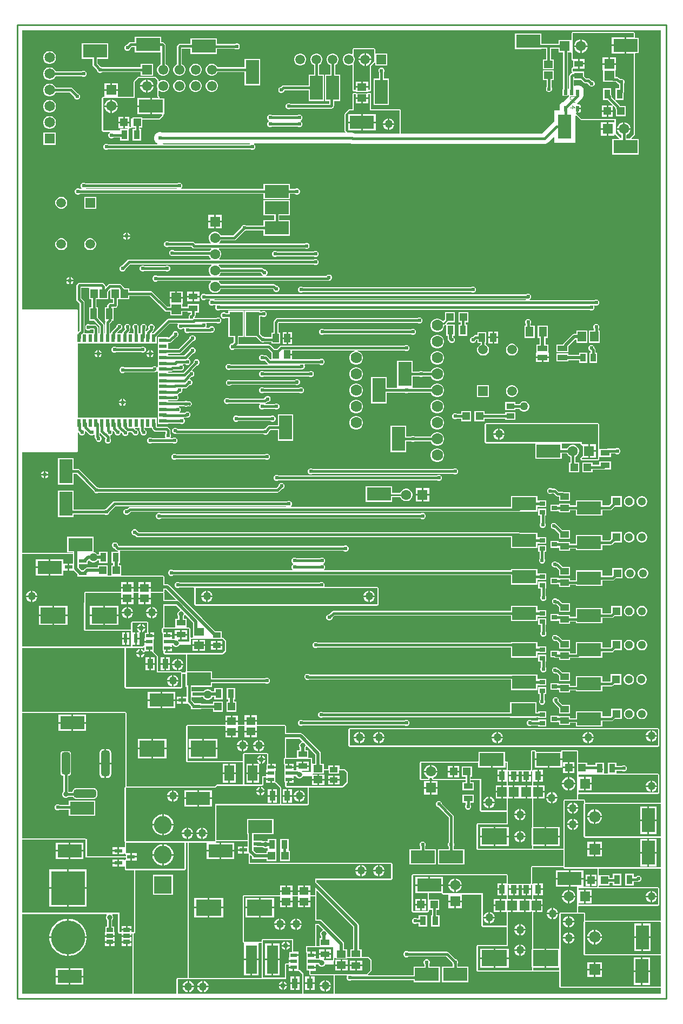
<source format=gtl>
G04*
G04 #@! TF.GenerationSoftware,Altium Limited,Altium Designer,22.6.1 (34)*
G04*
G04 Layer_Physical_Order=1*
G04 Layer_Color=255*
%FSLAX25Y25*%
%MOIN*%
G70*
G04*
G04 #@! TF.SameCoordinates,26821394-4C13-4CD4-A4B4-11F4951342BE*
G04*
G04*
G04 #@! TF.FilePolarity,Positive*
G04*
G01*
G75*
%ADD12C,0.01000*%
%ADD16C,0.00236*%
%ADD17R,0.07992X0.14961*%
%ADD18R,0.05906X0.03543*%
%ADD19R,0.03740X0.05709*%
%ADD20R,0.04724X0.02362*%
%ADD21R,0.05315X0.06102*%
%ADD22R,0.03378X0.04969*%
%ADD23R,0.04921X0.06102*%
%ADD24R,0.14961X0.07992*%
%ADD25R,0.15748X0.09843*%
%ADD26R,0.04969X0.03182*%
%ADD27R,0.03765X0.06127*%
%ADD28R,0.05000X0.02402*%
%ADD29R,0.02402X0.05000*%
%ADD30R,0.03543X0.02756*%
%ADD31R,0.04724X0.04724*%
%ADD32R,0.05709X0.03740*%
%ADD33R,0.05709X0.04528*%
%ADD34R,0.03937X0.05315*%
%ADD35R,0.03937X0.07087*%
%ADD36R,0.06102X0.05906*%
%ADD37R,0.05512X0.03740*%
%ADD38R,0.05938X0.04750*%
%ADD39R,0.03937X0.02362*%
%ADD40R,0.03937X0.02756*%
%ADD41R,0.05315X0.03937*%
%ADD42R,0.02362X0.05709*%
%ADD43R,0.05906X0.09449*%
%ADD44R,0.07087X0.17717*%
%ADD45R,0.04961X0.02402*%
%ADD46R,0.05733X0.04940*%
%ADD47R,0.05709X0.04134*%
%ADD48R,0.04528X0.05315*%
G04:AMPARAMS|DCode=49|XSize=21.65mil|YSize=31.5mil|CornerRadius=1.95mil|HoleSize=0mil|Usage=FLASHONLY|Rotation=0.000|XOffset=0mil|YOffset=0mil|HoleType=Round|Shape=RoundedRectangle|*
%AMROUNDEDRECTD49*
21,1,0.02165,0.02760,0,0,0.0*
21,1,0.01776,0.03150,0,0,0.0*
1,1,0.00390,0.00888,-0.01380*
1,1,0.00390,-0.00888,-0.01380*
1,1,0.00390,-0.00888,0.01380*
1,1,0.00390,0.00888,0.01380*
%
%ADD49ROUNDEDRECTD49*%
%ADD50R,0.05363X0.04743*%
%ADD51R,0.04969X0.03378*%
%ADD52R,0.05906X0.06102*%
%ADD53R,0.03740X0.05512*%
%ADD84R,0.11024X0.11024*%
%ADD85C,0.11024*%
%ADD93R,0.05118X0.05118*%
%ADD94C,0.05118*%
%ADD96C,0.03200*%
%ADD98C,0.02000*%
%ADD99C,0.01500*%
%ADD100R,0.07087X0.07087*%
%ADD101C,0.07087*%
%ADD102C,0.07000*%
%ADD103C,0.20885*%
%ADD104R,0.20885X0.20885*%
G04:AMPARAMS|DCode=105|XSize=157.48mil|YSize=51.18mil|CornerRadius=12.8mil|HoleSize=0mil|Usage=FLASHONLY|Rotation=90.000|XOffset=0mil|YOffset=0mil|HoleType=Round|Shape=RoundedRectangle|*
%AMROUNDEDRECTD105*
21,1,0.15748,0.02559,0,0,90.0*
21,1,0.13189,0.05118,0,0,90.0*
1,1,0.02559,0.01280,0.06594*
1,1,0.02559,0.01280,-0.06594*
1,1,0.02559,-0.01280,-0.06594*
1,1,0.02559,-0.01280,0.06594*
%
%ADD105ROUNDEDRECTD105*%
G04:AMPARAMS|DCode=106|XSize=137.8mil|YSize=51.18mil|CornerRadius=12.8mil|HoleSize=0mil|Usage=FLASHONLY|Rotation=90.000|XOffset=0mil|YOffset=0mil|HoleType=Round|Shape=RoundedRectangle|*
%AMROUNDEDRECTD106*
21,1,0.13780,0.02559,0,0,90.0*
21,1,0.11221,0.05118,0,0,90.0*
1,1,0.02559,0.01280,0.05610*
1,1,0.02559,0.01280,-0.05610*
1,1,0.02559,-0.01280,-0.05610*
1,1,0.02559,-0.01280,0.05610*
%
%ADD106ROUNDEDRECTD106*%
G04:AMPARAMS|DCode=107|XSize=137.8mil|YSize=51.18mil|CornerRadius=12.8mil|HoleSize=0mil|Usage=FLASHONLY|Rotation=180.000|XOffset=0mil|YOffset=0mil|HoleType=Round|Shape=RoundedRectangle|*
%AMROUNDEDRECTD107*
21,1,0.13780,0.02559,0,0,180.0*
21,1,0.11221,0.05118,0,0,180.0*
1,1,0.02559,-0.05610,0.01280*
1,1,0.02559,0.05610,0.01280*
1,1,0.02559,0.05610,-0.01280*
1,1,0.02559,-0.05610,-0.01280*
%
%ADD107ROUNDEDRECTD107*%
%ADD108C,0.06299*%
%ADD109R,0.06299X0.06299*%
%ADD110R,0.06299X0.06299*%
%ADD111C,0.05906*%
%ADD112R,0.05906X0.05906*%
%ADD113R,0.06102X0.06102*%
%ADD114C,0.06102*%
%ADD115R,0.05906X0.05906*%
%ADD116C,0.06496*%
%ADD117R,0.06496X0.06496*%
%ADD118C,0.05000*%
%ADD119C,0.02400*%
G36*
X157611Y536686D02*
Y531143D01*
X159096D01*
Y528786D01*
X157586D01*
X157020Y528673D01*
X156540Y528352D01*
X155955Y527767D01*
X155634Y527287D01*
X155522Y526721D01*
Y526243D01*
X154174D01*
Y517757D01*
X154174D01*
X154352Y517331D01*
X154377Y517257D01*
X154278Y516756D01*
Y510200D01*
X153691D01*
Y515213D01*
X153578Y515778D01*
X153258Y516258D01*
X149669Y519847D01*
Y526243D01*
X148845D01*
Y531143D01*
X156039D01*
Y535767D01*
X157149Y536877D01*
X157611Y536686D01*
D02*
G37*
G36*
X496772Y220714D02*
X450173D01*
Y222000D01*
X450118Y222273D01*
X449964Y222505D01*
X449732Y222659D01*
X449459Y222714D01*
X445714D01*
Y225833D01*
X446000Y226286D01*
X495000D01*
X495273Y226341D01*
X495505Y226495D01*
X495659Y226727D01*
X495714Y227000D01*
Y238000D01*
X495659Y238273D01*
X495505Y238505D01*
X495273Y238659D01*
X495000Y238714D01*
X469409D01*
Y240522D01*
X472791D01*
X472924Y240389D01*
X473622Y240100D01*
X474378D01*
X475076Y240389D01*
X475611Y240924D01*
X475900Y241622D01*
Y242378D01*
X475611Y243076D01*
X475076Y243611D01*
X474378Y243900D01*
X473622D01*
X472924Y243611D01*
X472791Y243478D01*
X469409D01*
Y245554D01*
X464268D01*
Y238714D01*
X461731D01*
Y245554D01*
X456591D01*
Y243978D01*
X451330D01*
Y245562D01*
X445714D01*
Y252500D01*
X445659Y252773D01*
X445505Y253005D01*
X445273Y253159D01*
X445000Y253214D01*
X436479D01*
X436476Y253213D01*
X436473Y253214D01*
X435975Y253210D01*
X435841Y253182D01*
X435707Y253155D01*
X435705Y253154D01*
X435702Y253153D01*
X435590Y253077D01*
X435476Y253001D01*
X435474Y252998D01*
X435472Y252997D01*
X435397Y252883D01*
X435321Y252769D01*
X435320Y252766D01*
X435319Y252764D01*
X435293Y252630D01*
X435267Y252496D01*
X435267Y252196D01*
X419733D01*
X419733Y252496D01*
X419707Y252629D01*
X419681Y252764D01*
X419680Y252766D01*
X419679Y252769D01*
X419604Y252882D01*
X419528Y252997D01*
X419526Y252998D01*
X419524Y253001D01*
X419410Y253077D01*
X419298Y253153D01*
X419295Y253154D01*
X419293Y253155D01*
X419159Y253182D01*
X419025Y253210D01*
X418527Y253214D01*
X418524Y253213D01*
X418521Y253214D01*
X417500D01*
X417227Y253159D01*
X416995Y253005D01*
X416841Y252773D01*
X416786Y252500D01*
Y241299D01*
X416464Y240990D01*
X416296Y240956D01*
X411288D01*
Y240956D01*
X410988Y240714D01*
X409012D01*
X408712Y240956D01*
Y240956D01*
X403572D01*
Y240956D01*
X403272Y240714D01*
X402805D01*
X402703Y240779D01*
X402461Y241197D01*
X402551Y241472D01*
X402565Y241585D01*
X402587Y241696D01*
Y245575D01*
X402533Y245848D01*
X402378Y246080D01*
X402146Y246234D01*
X401873Y246289D01*
X400980D01*
X400680Y246739D01*
Y252196D01*
X384320D01*
Y246739D01*
X384020Y246289D01*
X349000D01*
X348727Y246234D01*
X348495Y246080D01*
X348341Y245848D01*
X348286Y245575D01*
Y235575D01*
X348341Y235302D01*
X348495Y235070D01*
X348727Y234916D01*
X349000Y234861D01*
X353550D01*
X353641Y234879D01*
X353734Y234886D01*
X353777Y234906D01*
X353823Y234916D01*
X353900Y234967D01*
X353984Y235009D01*
X354015Y235044D01*
X354054Y235070D01*
X354106Y235148D01*
X354168Y235218D01*
X354183Y235263D01*
X354209Y235302D01*
X354227Y235393D01*
X354257Y235482D01*
X354285Y235689D01*
X354435Y236022D01*
X354795Y236150D01*
X355205D01*
X355565Y236022D01*
X355715Y235689D01*
X355743Y235482D01*
X355773Y235393D01*
X355791Y235302D01*
X355817Y235263D01*
X355832Y235218D01*
X355894Y235148D01*
X355946Y235070D01*
X355985Y235044D01*
X356016Y235009D01*
X356100Y234967D01*
X356177Y234916D01*
X356223Y234906D01*
X356266Y234886D01*
X356359Y234879D01*
X356450Y234861D01*
X376522D01*
Y233570D01*
X374446D01*
Y228430D01*
X381554D01*
Y233570D01*
X379478D01*
Y234861D01*
X385286D01*
Y216000D01*
X385341Y215727D01*
X385495Y215495D01*
X385727Y215341D01*
X386000Y215286D01*
X401786D01*
Y208214D01*
X384000D01*
X383727Y208159D01*
X383495Y208005D01*
X383341Y207773D01*
X383286Y207500D01*
Y192500D01*
X383341Y192227D01*
X383495Y191995D01*
X383727Y191841D01*
X384000Y191786D01*
X417500D01*
X417773Y191841D01*
X417857Y191897D01*
X417941Y191841D01*
X418214Y191786D01*
X436786D01*
Y181714D01*
X417500D01*
X417227Y181659D01*
X416995Y181505D01*
X416841Y181273D01*
X416786Y181000D01*
Y171299D01*
X416464Y170990D01*
X416296Y170956D01*
X411288D01*
Y170956D01*
X410988Y170714D01*
X409012D01*
X408712Y170956D01*
Y170956D01*
X403572D01*
Y170956D01*
X403272Y170714D01*
X402805D01*
X402703Y170780D01*
X402597Y170896D01*
X402439Y171176D01*
X402437Y171197D01*
X402441Y171212D01*
X402471Y171700D01*
X402468Y171722D01*
X402472Y171744D01*
Y176000D01*
X402418Y176273D01*
X402263Y176505D01*
X402032Y176659D01*
X401758Y176714D01*
X344000D01*
X343727Y176659D01*
X343495Y176505D01*
X343341Y176273D01*
X343286Y176000D01*
Y166000D01*
Y162874D01*
Y154000D01*
X343341Y153727D01*
X343495Y153495D01*
X343727Y153341D01*
X344000Y153286D01*
X353000D01*
X353273Y153341D01*
X353505Y153495D01*
X353659Y153727D01*
X353714Y154000D01*
Y154595D01*
X354072Y154938D01*
X354188Y154938D01*
X355656D01*
Y151554D01*
X355269D01*
Y144446D01*
X360409D01*
Y151554D01*
X358612D01*
Y154938D01*
X360196D01*
Y161062D01*
X354214D01*
X354072Y161062D01*
X353714Y161405D01*
Y165004D01*
X354164Y165304D01*
X361767D01*
X361767Y165004D01*
X361793Y164871D01*
X361819Y164736D01*
X361820Y164734D01*
X361821Y164731D01*
X361896Y164618D01*
X361972Y164503D01*
X361974Y164502D01*
X361976Y164499D01*
X362090Y164423D01*
X362202Y164347D01*
X362205Y164346D01*
X362207Y164345D01*
X362341Y164318D01*
X362475Y164290D01*
X362973Y164286D01*
X362976Y164287D01*
X362979Y164286D01*
X365407D01*
X365850Y164150D01*
X365850Y163786D01*
Y160500D01*
X370000D01*
X374150D01*
Y163786D01*
X374150Y164150D01*
X374593Y164286D01*
X386286D01*
Y145000D01*
X386341Y144727D01*
X386495Y144495D01*
X386727Y144341D01*
X387000Y144286D01*
X401758D01*
X401786Y144263D01*
Y133214D01*
X384000D01*
X383727Y133159D01*
X383495Y133005D01*
X383341Y132773D01*
X383286Y132500D01*
Y117500D01*
X383341Y117227D01*
X383495Y116995D01*
X383727Y116841D01*
X384000Y116786D01*
X417500D01*
X417773Y116841D01*
X417857Y116897D01*
X417941Y116841D01*
X418214Y116786D01*
X434286D01*
Y107500D01*
X434341Y107227D01*
X434495Y106995D01*
X434727Y106841D01*
X435000Y106786D01*
X496772D01*
Y103228D01*
X295714D01*
Y114479D01*
X303139Y114479D01*
X303349Y113979D01*
X303100Y113378D01*
Y112622D01*
X303389Y111924D01*
X303924Y111389D01*
X304622Y111100D01*
X305378D01*
X306076Y111389D01*
X306209Y111522D01*
X344320D01*
Y110304D01*
X360680D01*
Y119696D01*
X353978D01*
Y121291D01*
X354111Y121424D01*
X354400Y122122D01*
Y122878D01*
X354111Y123576D01*
X353576Y124111D01*
X352878Y124400D01*
X352122D01*
X351424Y124111D01*
X350889Y123576D01*
X350600Y122878D01*
Y122122D01*
X350889Y121424D01*
X351022Y121291D01*
Y119696D01*
X344320D01*
Y114478D01*
X316440D01*
X316233Y114978D01*
X318370Y117115D01*
X318525Y117347D01*
X318579Y117620D01*
Y123702D01*
X318525Y123975D01*
X318370Y124207D01*
X317012Y125564D01*
X316781Y125719D01*
X316508Y125773D01*
X312491D01*
Y130602D01*
X310670D01*
Y145121D01*
X310538Y145784D01*
X310163Y146347D01*
X284579Y171931D01*
Y173286D01*
X330623D01*
X330896Y173341D01*
X331127Y173495D01*
X331282Y173727D01*
X331336Y174000D01*
Y183121D01*
X331282Y183394D01*
X331127Y183626D01*
X330896Y183780D01*
X330623Y183835D01*
X243608D01*
X243588Y188125D01*
X244050Y188318D01*
X244938Y187430D01*
Y186119D01*
X251062D01*
Y186267D01*
X253804D01*
Y184938D01*
X259928D01*
Y191062D01*
X259928D01*
X259732Y191481D01*
Y198554D01*
X254591D01*
Y197330D01*
X254571Y197303D01*
X254091Y197037D01*
X253457Y197300D01*
X252542D01*
X251897Y197032D01*
X251062D01*
Y197361D01*
X245671D01*
Y201497D01*
X258045D01*
Y210889D01*
X241685D01*
Y201497D01*
X242204D01*
Y197907D01*
X222714D01*
Y219286D01*
X262000D01*
X262273Y219341D01*
X262357Y219397D01*
X262441Y219341D01*
X262714Y219286D01*
X279000D01*
X279273Y219341D01*
X279505Y219495D01*
X279659Y219727D01*
X279714Y220000D01*
Y230286D01*
X300573Y230286D01*
X300846Y230341D01*
X301077Y230495D01*
X303505Y232923D01*
X303659Y233154D01*
X303714Y233427D01*
Y239509D01*
X303659Y239782D01*
X303505Y240014D01*
X302147Y241371D01*
X301916Y241526D01*
X301642Y241580D01*
X298711D01*
Y243748D01*
X295726D01*
Y241158D01*
X294726D01*
Y243748D01*
X291742D01*
Y241580D01*
X289118D01*
Y244890D01*
X287297D01*
Y251103D01*
X287165Y251766D01*
X286790Y252328D01*
X275892Y263226D01*
X275330Y263601D01*
X274667Y263733D01*
X265718D01*
Y268000D01*
X265663Y268273D01*
X265509Y268505D01*
X265277Y268659D01*
X265004Y268714D01*
X247867D01*
Y270751D01*
X244000D01*
X240134D01*
Y268714D01*
X236615D01*
X236475Y268724D01*
X236128Y269049D01*
Y270500D01*
X232262D01*
X228395D01*
Y269049D01*
X228048Y268724D01*
X227908Y268714D01*
X205000D01*
X204727Y268659D01*
X204495Y268505D01*
X204341Y268273D01*
X204286Y268000D01*
Y246514D01*
X204341Y246241D01*
X204495Y246009D01*
X204727Y245855D01*
X205000Y245800D01*
X239286D01*
Y232000D01*
X223286D01*
X223013Y231946D01*
X222782Y231791D01*
X221704Y230714D01*
X167367D01*
Y276000D01*
X167313Y276273D01*
X167158Y276505D01*
X166927Y276659D01*
X166654Y276714D01*
X103228D01*
Y316286D01*
X165833D01*
X166286Y316000D01*
Y301000D01*
Y292000D01*
X166341Y291727D01*
X166495Y291495D01*
X166727Y291341D01*
X167000Y291286D01*
X201000D01*
X201273Y291341D01*
X201505Y291495D01*
X201659Y291727D01*
X201714Y292000D01*
Y300286D01*
X203820D01*
Y292304D01*
X204522D01*
Y286181D01*
X202169D01*
Y284000D01*
Y281819D01*
X205031D01*
Y281819D01*
X205363Y281956D01*
X207269Y280050D01*
Y278379D01*
X213393D01*
Y278781D01*
X220804D01*
Y276938D01*
X226928D01*
Y283062D01*
X220804D01*
Y281738D01*
X213393D01*
Y282141D01*
X209359D01*
X207478Y284022D01*
Y285859D01*
X213393D01*
Y286137D01*
X214592D01*
X214939Y285535D01*
X215535Y284939D01*
X216265Y284518D01*
X217079Y284300D01*
X217921D01*
X218735Y284518D01*
X219465Y284939D01*
X220061Y285535D01*
X220408Y286137D01*
X221591D01*
Y284446D01*
X226731D01*
Y291554D01*
X221591D01*
Y289603D01*
X219922D01*
X219465Y290061D01*
X218735Y290482D01*
X217921Y290700D01*
X217079D01*
X216265Y290482D01*
X215535Y290061D01*
X215078Y289603D01*
X213393D01*
Y289621D01*
X207478D01*
Y292304D01*
X220180D01*
Y294522D01*
X252791D01*
X252924Y294389D01*
X253622Y294100D01*
X254378D01*
X255076Y294389D01*
X255611Y294924D01*
X255900Y295622D01*
Y296378D01*
X255611Y297076D01*
X255076Y297611D01*
X254378Y297900D01*
X253622D01*
X252924Y297611D01*
X252791Y297478D01*
X220180D01*
Y301696D01*
X204714D01*
Y312286D01*
X226573Y312286D01*
X226846Y312341D01*
X227077Y312495D01*
X228505Y313923D01*
X228659Y314154D01*
X228714Y314427D01*
Y320509D01*
X228659Y320782D01*
X228505Y321014D01*
X227147Y322371D01*
X226916Y322526D01*
X226642Y322580D01*
X226185D01*
Y326448D01*
X222267D01*
X214142Y334574D01*
X213980Y334815D01*
X193836Y354959D01*
X193274Y355335D01*
X192611Y355467D01*
X190714D01*
Y360000D01*
X190659Y360273D01*
X190505Y360505D01*
X190273Y360659D01*
X190000Y360714D01*
X164603D01*
X164196Y360938D01*
X164196Y361214D01*
Y367062D01*
X162720D01*
Y368446D01*
X163409D01*
Y375522D01*
X163409Y375554D01*
X163488Y376022D01*
X301291D01*
X301424Y375889D01*
X302122Y375600D01*
X302878D01*
X303576Y375889D01*
X304111Y376424D01*
X304400Y377122D01*
Y377878D01*
X304111Y378576D01*
X303576Y379111D01*
X302878Y379400D01*
X302122D01*
X301424Y379111D01*
X301291Y378978D01*
X162890D01*
X162278Y379591D01*
Y379778D01*
X161989Y380476D01*
X161454Y381011D01*
X160756Y381300D01*
X160000D01*
X159302Y381011D01*
X158767Y380476D01*
X158478Y379778D01*
Y379022D01*
X158767Y378324D01*
X159302Y377789D01*
X160000Y377500D01*
X160187D01*
X161232Y376455D01*
X161712Y376134D01*
X162113Y376054D01*
X162064Y375554D01*
X158268D01*
Y368446D01*
X159253D01*
Y367062D01*
X158072D01*
Y361214D01*
X158072Y360938D01*
X157665Y360714D01*
X156335D01*
X155928Y360938D01*
Y367062D01*
X149804D01*
Y365733D01*
X143252D01*
X142589Y365601D01*
X142026Y365226D01*
X140942Y364141D01*
X139720D01*
X138002Y365859D01*
Y367859D01*
X143393D01*
Y369170D01*
X144279Y370056D01*
X144439Y370035D01*
X145035Y369439D01*
X145765Y369018D01*
X146579Y368800D01*
X147421D01*
X148235Y369018D01*
X148965Y369439D01*
X149561Y370035D01*
X149694Y370267D01*
X150591D01*
Y368446D01*
X155731D01*
Y375554D01*
X150591D01*
Y373733D01*
X149694D01*
X149561Y373965D01*
X148965Y374561D01*
X148235Y374982D01*
X147627Y375145D01*
X147180Y375272D01*
Y384665D01*
X130820D01*
Y375272D01*
X134535D01*
Y374714D01*
X103228D01*
Y436920D01*
X136786D01*
X137059Y436974D01*
X137291Y437129D01*
X137445Y437361D01*
X137499Y437634D01*
Y448643D01*
X137999Y448910D01*
X138100Y448843D01*
Y448622D01*
X138389Y447924D01*
X138924Y447389D01*
X139622Y447100D01*
X140378D01*
X141076Y447389D01*
X141611Y447924D01*
X141900Y448622D01*
Y449378D01*
X141800Y449619D01*
X142224Y449902D01*
X144000Y448127D01*
X144479Y447806D01*
X144513Y447799D01*
X144924Y447389D01*
X145622Y447100D01*
X146378D01*
X147076Y447389D01*
X147352Y447665D01*
X147852Y447458D01*
Y446379D01*
X147965Y445813D01*
X148285Y445334D01*
X148353Y445266D01*
Y444715D01*
X148642Y444017D01*
X149176Y443482D01*
X149875Y443193D01*
X150631D01*
X151329Y443482D01*
X151863Y444017D01*
X152153Y444715D01*
Y445471D01*
X151863Y446169D01*
X151329Y446704D01*
X150932Y446868D01*
X150809Y446991D01*
Y448399D01*
X151309Y448600D01*
X154522Y445388D01*
Y445209D01*
X154389Y445076D01*
X154100Y444378D01*
Y443622D01*
X154389Y442924D01*
X154924Y442389D01*
X155622Y442100D01*
X156378D01*
X157076Y442389D01*
X157611Y442924D01*
X157900Y443622D01*
Y444378D01*
X157611Y445076D01*
X157478Y445209D01*
Y446000D01*
X157366Y446566D01*
X157343Y446600D01*
X157351Y446712D01*
X157560Y447175D01*
X158076Y447389D01*
X158611Y447924D01*
X158900Y448622D01*
Y449378D01*
X158781Y449664D01*
X159205Y449948D01*
X160100Y449053D01*
Y448622D01*
X160389Y447924D01*
X160924Y447389D01*
X161622Y447100D01*
X162378D01*
X163076Y447389D01*
X163611Y447924D01*
X163900Y448622D01*
Y448703D01*
X164400Y448910D01*
X164804Y448506D01*
Y448319D01*
X165094Y447620D01*
X165628Y447086D01*
X166326Y446797D01*
X167082D01*
X167781Y447086D01*
X168315Y447620D01*
X168604Y448319D01*
Y448890D01*
X168942Y449255D01*
X169047Y449312D01*
X169155Y449290D01*
X170375D01*
X171140Y448526D01*
X171389Y447924D01*
X171924Y447389D01*
X172622Y447100D01*
X173378D01*
X174076Y447389D01*
X174611Y447924D01*
X174900Y448622D01*
Y449378D01*
X174611Y450076D01*
X174076Y450611D01*
X173378Y450900D01*
X172961D01*
X172683Y451238D01*
X172874Y451682D01*
X175633D01*
Y450132D01*
X175746Y449566D01*
X176066Y449087D01*
X176100Y449053D01*
Y448622D01*
X176389Y447924D01*
X176924Y447389D01*
X177622Y447100D01*
X178378D01*
X179076Y447389D01*
X179611Y447924D01*
X179900Y448622D01*
Y449378D01*
X179611Y450076D01*
X179076Y450611D01*
X178590Y450812D01*
Y451682D01*
X183153D01*
X183227Y451313D01*
X183547Y450833D01*
X184426Y449955D01*
X184905Y449634D01*
X185471Y449522D01*
X191509D01*
X191522Y449509D01*
Y448209D01*
X191389Y448076D01*
X191100Y447378D01*
Y446622D01*
X191367Y445978D01*
X191181Y445478D01*
X183209D01*
X183076Y445611D01*
X182378Y445900D01*
X181622D01*
X180924Y445611D01*
X180389Y445076D01*
X180100Y444378D01*
Y443622D01*
X180389Y442924D01*
X180924Y442389D01*
X181622Y442100D01*
X182378D01*
X183076Y442389D01*
X183209Y442522D01*
X195791D01*
X195924Y442389D01*
X196622Y442100D01*
X197378D01*
X198076Y442389D01*
X198611Y442924D01*
X198900Y443622D01*
Y444378D01*
X198611Y445076D01*
X198076Y445611D01*
X197378Y445900D01*
X196622D01*
X195924Y445611D01*
X195791Y445478D01*
X194819D01*
X194633Y445978D01*
X194900Y446622D01*
Y447378D01*
X194611Y448076D01*
X194478Y448209D01*
Y450121D01*
X194366Y450687D01*
X194045Y451167D01*
X193167Y452045D01*
X192687Y452366D01*
X192121Y452478D01*
X186084D01*
X186071Y452491D01*
Y454431D01*
X186042Y454574D01*
Y458082D01*
X137499D01*
Y503800D01*
X186042D01*
Y508109D01*
X193955Y516022D01*
X198929D01*
X199107Y515522D01*
X198835Y514865D01*
Y514109D01*
X199124Y513411D01*
X199659Y512877D01*
X200357Y512587D01*
X201113D01*
X201811Y512877D01*
X202106Y513172D01*
X202888D01*
X203222Y512672D01*
X203100Y512378D01*
Y511622D01*
X203389Y510924D01*
X203924Y510389D01*
X204622Y510100D01*
X205378D01*
X206076Y510389D01*
X206209Y510522D01*
X219256D01*
X219651Y510600D01*
X220378D01*
X221076Y510889D01*
X221611Y511424D01*
X221900Y512122D01*
Y512878D01*
X221611Y513576D01*
X221076Y514111D01*
X220378Y514400D01*
X219622D01*
X218924Y514111D01*
X218389Y513576D01*
X218349Y513478D01*
X216819D01*
X216633Y513978D01*
X216900Y514622D01*
Y515378D01*
X216633Y516022D01*
X216819Y516522D01*
X222791D01*
X222924Y516389D01*
X223622Y516100D01*
X224378D01*
X225076Y516389D01*
X225611Y516924D01*
X225900Y517622D01*
Y518378D01*
X225611Y519076D01*
X225076Y519611D01*
X224378Y519900D01*
X223622D01*
X222924Y519611D01*
X222791Y519478D01*
X209696D01*
X209500Y519772D01*
Y520203D01*
X209645Y520348D01*
X209966Y520828D01*
X210078Y521393D01*
Y522918D01*
X212031D01*
Y528058D01*
X205119D01*
Y526392D01*
X201826D01*
Y528047D01*
X202126D01*
Y531500D01*
X198075D01*
X194024D01*
Y528047D01*
X194324D01*
Y526478D01*
X192612D01*
X183545Y535545D01*
X183066Y535866D01*
X182500Y535978D01*
X169247D01*
Y537857D01*
X166126D01*
X165815Y538322D01*
X164092Y540045D01*
X163612Y540366D01*
X163047Y540478D01*
X157181D01*
X156615Y540366D01*
X156136Y540045D01*
X155026Y538936D01*
X154513Y539129D01*
X154441Y539491D01*
X154120Y539971D01*
X153322Y540769D01*
X152842Y541089D01*
X152277Y541202D01*
X138586D01*
X138020Y541089D01*
X137540Y540769D01*
X136955Y540183D01*
X136634Y539703D01*
X136522Y539138D01*
Y531103D01*
X136634Y530537D01*
X136955Y530058D01*
X138522Y528491D01*
Y511821D01*
X137961Y511260D01*
X137499Y511452D01*
Y524248D01*
X137445Y524521D01*
X137291Y524753D01*
X137059Y524907D01*
X136786Y524962D01*
X103228D01*
Y696772D01*
X496772D01*
Y220714D01*
D02*
G37*
G36*
X190955Y523955D02*
X191434Y523634D01*
X192000Y523522D01*
X194324D01*
Y521261D01*
X201826D01*
Y523435D01*
X205119D01*
Y522918D01*
X207122D01*
Y522008D01*
X206524Y521761D01*
X205989Y521226D01*
X205700Y520528D01*
Y519772D01*
X205822Y519478D01*
X205487Y518978D01*
X193342D01*
X192777Y518866D01*
X192297Y518545D01*
X183952Y510200D01*
X183254D01*
X183063Y510662D01*
X183791Y511390D01*
X184112Y511870D01*
X184224Y512436D01*
Y512537D01*
X184356Y512670D01*
X184646Y513368D01*
Y514124D01*
X184356Y514822D01*
X183822Y515356D01*
X183124Y515646D01*
X182368D01*
X181669Y515356D01*
X181135Y514822D01*
X180846Y514124D01*
Y513368D01*
X181063Y512844D01*
X179680Y511461D01*
X179675Y511461D01*
X179180Y511613D01*
Y512493D01*
X179611Y512924D01*
X179900Y513622D01*
Y514378D01*
X179611Y515076D01*
X179076Y515611D01*
X178378Y515900D01*
X177622D01*
X176924Y515611D01*
X176389Y515076D01*
X176100Y514378D01*
Y513622D01*
X176223Y513324D01*
X176223Y513322D01*
Y510200D01*
X174734D01*
Y513222D01*
X174900Y513622D01*
Y514378D01*
X174611Y515076D01*
X174076Y515611D01*
X173378Y515900D01*
X172622D01*
X171924Y515611D01*
X171389Y515076D01*
X171100Y514378D01*
Y513622D01*
X171389Y512924D01*
X171777Y512535D01*
Y510200D01*
X168944D01*
X168753Y510662D01*
X169045Y510955D01*
X169366Y511434D01*
X169478Y512000D01*
Y512791D01*
X169611Y512924D01*
X169900Y513622D01*
Y514378D01*
X169611Y515076D01*
X169076Y515611D01*
X168378Y515900D01*
X167622D01*
X166924Y515611D01*
X166389Y515076D01*
X166100Y514378D01*
Y513622D01*
X166389Y512924D01*
X166522Y512791D01*
Y512612D01*
X165369Y511460D01*
X165048Y510980D01*
X164936Y510414D01*
Y510200D01*
X161944D01*
X161753Y510662D01*
X163191Y512100D01*
X163378D01*
X164076Y512389D01*
X164611Y512924D01*
X164900Y513622D01*
Y514378D01*
X164611Y515076D01*
X164076Y515611D01*
X163378Y515900D01*
X162622D01*
X161924Y515611D01*
X161389Y515076D01*
X161100Y514378D01*
Y514191D01*
X158369Y511460D01*
X158048Y510980D01*
X157936Y510414D01*
Y510200D01*
X157234D01*
Y516144D01*
X158045Y516955D01*
X158366Y517434D01*
X158430Y517757D01*
X159511D01*
Y525829D01*
X160575D01*
X161141Y525941D01*
X161620Y526262D01*
X161941Y526741D01*
X162053Y527307D01*
Y531143D01*
X169247D01*
Y533022D01*
X181888D01*
X190955Y523955D01*
D02*
G37*
G36*
X144402Y537857D02*
Y531143D01*
X145888D01*
Y526243D01*
X144332D01*
Y517757D01*
X147578D01*
X150734Y514600D01*
Y510200D01*
X150108D01*
Y513121D01*
X149996Y513687D01*
X149675Y514167D01*
X148797Y515045D01*
X148317Y515366D01*
X147751Y515478D01*
X146251D01*
X146158Y515460D01*
X144880D01*
X144278Y515709D01*
X143522D01*
X142824Y515420D01*
X142289Y514886D01*
X142000Y514187D01*
Y513431D01*
X142289Y512733D01*
X142824Y512198D01*
X143522Y511909D01*
X144278D01*
X144976Y512198D01*
X145281Y512503D01*
X146233D01*
X146326Y512522D01*
X147139D01*
X147152Y512509D01*
Y510200D01*
X141601D01*
X141421Y510537D01*
X141377Y510700D01*
X141478Y511208D01*
Y529103D01*
X141366Y529669D01*
X141045Y530149D01*
X139478Y531715D01*
Y538245D01*
X144131D01*
X144402Y537857D01*
D02*
G37*
G36*
X134535Y368181D02*
X132169D01*
Y366000D01*
Y363819D01*
X135031D01*
X135417Y363542D01*
X137000Y361958D01*
Y360000D01*
X190000D01*
Y350714D01*
X182488D01*
Y352751D01*
X178621D01*
X174755D01*
Y350714D01*
X171817D01*
Y352751D01*
X167950D01*
X164084D01*
Y350714D01*
X142103D01*
X141969Y350687D01*
X141835Y350662D01*
X141833Y350660D01*
X141830Y350659D01*
X141717Y350584D01*
X141603Y350509D01*
X141601Y350506D01*
X141598Y350505D01*
X141523Y350391D01*
X141446Y350279D01*
X141445Y350276D01*
X141444Y350273D01*
X141417Y350139D01*
X141389Y350006D01*
X141286Y338006D01*
X141287Y338003D01*
X141286Y338000D01*
Y327514D01*
X141341Y327241D01*
X141495Y327009D01*
X141727Y326855D01*
X142000Y326800D01*
X170037D01*
Y317000D01*
X103228D01*
Y374000D01*
X134535D01*
Y368181D01*
D02*
G37*
G36*
X190004Y328714D02*
X190000D01*
X189727Y328659D01*
X189495Y328505D01*
X189341Y328273D01*
X189286Y328000D01*
Y325921D01*
X189341Y325648D01*
X189495Y325417D01*
X189727Y325262D01*
X189745Y325258D01*
Y321859D01*
Y318119D01*
Y314379D01*
X190004D01*
Y313996D01*
X190286D01*
Y313000D01*
X190341Y312727D01*
X190495Y312495D01*
X190727Y312341D01*
X191000Y312286D01*
X204000D01*
Y301696D01*
X203820D01*
Y301000D01*
X201714D01*
X201659Y301273D01*
X201505Y301505D01*
X201273Y301659D01*
X201000Y301714D01*
X186714D01*
Y311286D01*
X186523Y311476D01*
X186505Y311505D01*
X184131Y313879D01*
X184255Y314379D01*
X184255D01*
Y318119D01*
Y321559D01*
X184555D01*
Y323240D01*
X181587D01*
Y323740D01*
X181087D01*
Y325921D01*
X180714D01*
X180714Y331700D01*
X180659Y331973D01*
X180505Y332205D01*
X180273Y332359D01*
X180000Y332414D01*
X171000D01*
X170727Y332359D01*
X170495Y332205D01*
X170341Y331973D01*
X170286Y331700D01*
Y327514D01*
X142000D01*
Y338000D01*
X142103Y350000D01*
X164084D01*
Y347249D01*
X167950D01*
X171817D01*
Y350000D01*
X174755D01*
Y347249D01*
X178621D01*
X182488D01*
Y350000D01*
X190004D01*
Y328714D01*
D02*
G37*
G36*
X197697Y346195D02*
X197506Y345733D01*
X190718D01*
Y350000D01*
X190663Y350273D01*
X190605Y350360D01*
X190659Y350441D01*
X190714Y350714D01*
Y352000D01*
X191893D01*
X197697Y346195D01*
D02*
G37*
G36*
X200454Y339762D02*
X200306Y339202D01*
X199697Y338950D01*
X199050Y338303D01*
X198700Y337457D01*
Y336543D01*
X199050Y335697D01*
X199267Y335481D01*
Y334212D01*
X197544D01*
Y329072D01*
X197201Y328714D01*
X190718D01*
Y342267D01*
X197949D01*
X200454Y339762D01*
D02*
G37*
G36*
X208421Y331794D02*
Y329212D01*
X208331D01*
Y323062D01*
X208331D01*
X208287Y322580D01*
X207000D01*
X206714Y323033D01*
Y328000D01*
X206659Y328273D01*
X206505Y328505D01*
X206273Y328659D01*
X206000Y328714D01*
X204799D01*
X204456Y329072D01*
Y334212D01*
X202733D01*
Y335481D01*
X202950Y335697D01*
X203202Y336306D01*
X203762Y336454D01*
X208421Y331794D01*
D02*
G37*
G36*
X206000Y320000D02*
X200075D01*
X199950Y320303D01*
X199303Y320950D01*
X199210Y320988D01*
X199310Y321488D01*
X200500D01*
Y323858D01*
X197244D01*
Y322014D01*
X196858Y321697D01*
X196675Y321733D01*
X195382D01*
Y323240D01*
X192413D01*
Y323740D01*
X191913D01*
Y325921D01*
X190000D01*
Y328000D01*
X206000D01*
Y320000D01*
D02*
G37*
G36*
X180000Y325621D02*
X178918D01*
Y322181D01*
X178618D01*
Y320500D01*
X181587D01*
Y319500D01*
X178618D01*
Y318000D01*
X177618Y317000D01*
X171000D01*
Y318146D01*
X172650D01*
Y322000D01*
Y325854D01*
X171000D01*
Y331700D01*
X180000D01*
X180000Y325621D01*
D02*
G37*
G36*
X228000Y320509D02*
Y314427D01*
X226573Y313000D01*
X191000Y313000D01*
Y314079D01*
X191913D01*
Y316260D01*
X192413D01*
Y316760D01*
X195382D01*
Y318000D01*
X195925D01*
X196050Y317697D01*
X196697Y317050D01*
X197543Y316700D01*
X198458D01*
X199303Y317050D01*
X199950Y317697D01*
X200075Y318000D01*
X207000D01*
Y321867D01*
X226642D01*
X228000Y320509D01*
D02*
G37*
G36*
X178618Y316337D02*
Y314665D01*
X178118Y314531D01*
X178080Y314596D01*
X177596Y315080D01*
X177004Y315423D01*
X176500Y315558D01*
Y313500D01*
X178558D01*
X178526Y313617D01*
X178920Y314079D01*
X181087D01*
Y316260D01*
X182087D01*
Y314079D01*
X183000D01*
Y314000D01*
X186000Y311000D01*
Y301000D01*
X201000D01*
Y292000D01*
X167000D01*
Y301000D01*
Y316000D01*
X173000D01*
Y316286D01*
X177618D01*
X177891Y316341D01*
X178123Y316495D01*
X178156Y316529D01*
X178618Y316337D01*
D02*
G37*
G36*
X265004Y248522D02*
X264939Y248509D01*
X264707Y248354D01*
X264552Y248123D01*
X264498Y247850D01*
Y244921D01*
X264552Y244648D01*
X264707Y244417D01*
X264745Y244391D01*
Y240859D01*
Y237119D01*
Y233379D01*
X265004D01*
Y232996D01*
X265286D01*
Y231000D01*
X265341Y230727D01*
X265495Y230495D01*
X265727Y230341D01*
X266000Y230286D01*
X279000D01*
Y220000D01*
X262714D01*
Y230000D01*
X262659Y230273D01*
X262505Y230505D01*
X259660Y233349D01*
X259659Y233352D01*
X259505Y233583D01*
X259273Y233738D01*
X259255Y233742D01*
Y237119D01*
Y240559D01*
X259555D01*
Y242240D01*
X256587D01*
Y242740D01*
X256087D01*
Y244921D01*
X254714D01*
X254714Y250700D01*
X254659Y250973D01*
X254505Y251205D01*
X254273Y251359D01*
X254000Y251414D01*
X240000D01*
X239727Y251359D01*
X239495Y251205D01*
X239341Y250973D01*
X239286Y250700D01*
Y246514D01*
X205000D01*
Y268000D01*
X227908D01*
X228395Y267968D01*
Y264998D01*
X232262D01*
X236128D01*
Y267968D01*
X236615Y268000D01*
X240134D01*
Y265249D01*
X244000D01*
X247867D01*
Y268000D01*
X265004D01*
Y248522D01*
D02*
G37*
G36*
X275454Y258762D02*
X275306Y258202D01*
X274697Y257950D01*
X274050Y257303D01*
X273700Y256457D01*
Y255542D01*
X274050Y254697D01*
X274267Y254481D01*
Y253212D01*
X272544D01*
Y248563D01*
X265718D01*
Y260267D01*
X273949D01*
X275454Y258762D01*
D02*
G37*
G36*
X445000Y222714D02*
X437500D01*
X437227Y222659D01*
X436995Y222505D01*
X436841Y222273D01*
X436786Y222000D01*
Y192500D01*
X418214D01*
Y194079D01*
X425248D01*
Y200000D01*
Y205921D01*
X418214D01*
Y223449D01*
X420543D01*
Y227500D01*
Y231551D01*
X418214D01*
Y233268D01*
X418272Y233744D01*
X418714Y233744D01*
X420642D01*
Y237500D01*
Y241256D01*
X418272D01*
Y241181D01*
X417783Y240900D01*
X417500Y241055D01*
Y252500D01*
X418521D01*
X419020Y252496D01*
X419020Y252000D01*
Y248000D01*
X435980D01*
Y252000D01*
X435980Y252496D01*
X436479Y252500D01*
X445000D01*
Y222714D01*
D02*
G37*
G36*
X283831Y250385D02*
Y244890D01*
X282010D01*
X281926Y245355D01*
Y247850D01*
X281871Y248123D01*
X281716Y248354D01*
X281485Y248509D01*
X281212Y248563D01*
X279456D01*
Y253212D01*
X277733D01*
Y254481D01*
X277950Y254697D01*
X278202Y255306D01*
X278762Y255454D01*
X283831Y250385D01*
D02*
G37*
G36*
X393000Y242504D02*
X400980D01*
Y245575D01*
X401873D01*
Y241696D01*
X401728Y241256D01*
X401373Y241256D01*
X399358D01*
Y237500D01*
Y233744D01*
X401728Y233744D01*
X401873Y233304D01*
Y231551D01*
X399457D01*
Y227500D01*
Y223449D01*
X401873D01*
Y216000D01*
X386000D01*
Y235575D01*
X379478D01*
Y236938D01*
X380330D01*
Y243062D01*
X374205D01*
Y236938D01*
X376522D01*
Y235575D01*
X356450D01*
X356384Y236075D01*
X356602Y236133D01*
X357548Y236680D01*
X358320Y237452D01*
X358867Y238398D01*
X359150Y239454D01*
Y239500D01*
X355000D01*
X350850D01*
Y239454D01*
X351133Y238398D01*
X351679Y237452D01*
X352452Y236680D01*
X353398Y236133D01*
X353615Y236075D01*
X353550Y235575D01*
X349000D01*
Y245575D01*
X384020D01*
Y242504D01*
X392000D01*
Y247500D01*
X393000D01*
Y242504D01*
D02*
G37*
G36*
X281212Y239850D02*
X275673D01*
X275548Y239988D01*
X275770Y240488D01*
X279756D01*
Y242858D01*
X276000D01*
X272244D01*
Y240733D01*
X270382D01*
Y242240D01*
X267413D01*
Y242740D01*
X266913D01*
Y244921D01*
X265212D01*
Y247850D01*
X281212D01*
Y239850D01*
D02*
G37*
G36*
X303000Y239509D02*
Y233427D01*
X300573Y231000D01*
X266000Y231000D01*
Y233079D01*
X266913D01*
Y235260D01*
X267413D01*
Y235760D01*
X270382D01*
Y237000D01*
X271925D01*
X272050Y236697D01*
X272697Y236050D01*
X273542Y235700D01*
X274458D01*
X275303Y236050D01*
X275950Y236697D01*
X276075Y237000D01*
X281710D01*
Y235536D01*
X285064D01*
Y238300D01*
X282432D01*
X282294Y238462D01*
X282525Y238962D01*
X289118D01*
Y240867D01*
X292042D01*
Y238867D01*
X298411D01*
Y240867D01*
X301642D01*
X303000Y239509D01*
D02*
G37*
G36*
X417500Y231551D02*
X414457D01*
Y227500D01*
Y223449D01*
X417500D01*
Y205621D01*
X417174D01*
Y194379D01*
X417500D01*
Y192500D01*
X384000D01*
Y207500D01*
X402500D01*
Y215678D01*
X402533Y215727D01*
X402587Y216000D01*
Y223449D01*
X405543D01*
Y227500D01*
Y231551D01*
X402587D01*
Y233304D01*
X402565Y233415D01*
X402551Y233528D01*
X402500Y233683D01*
Y240000D01*
X403272D01*
Y238000D01*
X409012D01*
Y240000D01*
X410988D01*
Y238000D01*
X413858D01*
X416728D01*
Y240000D01*
X417500D01*
Y231551D01*
D02*
G37*
G36*
X254000Y244621D02*
X253918D01*
Y241181D01*
X253618D01*
Y239500D01*
X256587D01*
Y238500D01*
X253618D01*
Y237119D01*
X251000D01*
Y232000D01*
X240000D01*
Y250700D01*
X254000D01*
X254000Y244621D01*
D02*
G37*
G36*
X495000Y227000D02*
X446000D01*
Y228350D01*
X449500D01*
Y232500D01*
Y236650D01*
X446000D01*
Y238000D01*
X495000D01*
Y227000D01*
D02*
G37*
G36*
X496772Y200000D02*
X450000D01*
Y220000D01*
X496772D01*
Y200000D01*
D02*
G37*
G36*
X253618Y235760D02*
X256587D01*
Y235260D01*
X257087D01*
Y233079D01*
X259000D01*
Y233000D01*
X262000Y230000D01*
Y220000D01*
X222000D01*
Y197000D01*
X167000D01*
Y230000D01*
X222000D01*
X223286Y231286D01*
X251000D01*
X251273Y231341D01*
X251505Y231495D01*
X251659Y231727D01*
X251714Y232000D01*
Y236405D01*
X253618D01*
Y235760D01*
D02*
G37*
G36*
X242204Y193921D02*
X239839D01*
Y191740D01*
Y189559D01*
X242701D01*
X242870Y189129D01*
X242898Y183121D01*
X330623D01*
Y174000D01*
X283865D01*
Y163907D01*
X280732D01*
Y165944D01*
X276865D01*
X272999D01*
Y163907D01*
X269732D01*
Y165944D01*
X265865D01*
X261999D01*
Y163907D01*
X239865D01*
X239592Y163852D01*
X239360Y163698D01*
X239206Y163466D01*
X239151Y163193D01*
Y135193D01*
X239206Y134920D01*
X239360Y134688D01*
X239592Y134534D01*
X239721Y134508D01*
X239826Y134051D01*
X239826Y133995D01*
Y124693D01*
X244369D01*
X248912D01*
Y133979D01*
X248912Y134051D01*
X249086Y134479D01*
X250808D01*
Y112974D01*
X250785Y112920D01*
X205865D01*
Y196286D01*
X216503D01*
X216963Y196189D01*
X216963Y195786D01*
Y191693D01*
X224943D01*
Y196189D01*
X222878D01*
X222634Y196689D01*
X222659Y196727D01*
X222714Y197000D01*
Y197193D01*
X242204D01*
Y193921D01*
D02*
G37*
G36*
X248181Y193566D02*
X251181D01*
X251697Y193050D01*
X252542Y192700D01*
X253457D01*
X254091Y192963D01*
X254571Y192697D01*
X254591Y192670D01*
Y191446D01*
X254310Y191062D01*
X253804D01*
Y189733D01*
X251062D01*
Y189881D01*
X247389D01*
X245671Y191599D01*
Y193599D01*
X248014D01*
X248181Y193566D01*
D02*
G37*
G36*
X166654Y230610D02*
X166495Y230505D01*
X166341Y230273D01*
X166286Y230000D01*
Y197000D01*
X166341Y196727D01*
X166495Y196495D01*
X166516Y196482D01*
X166377Y196273D01*
X166323Y196000D01*
Y193517D01*
X165862Y193421D01*
X165823Y193421D01*
X162882D01*
Y191220D01*
Y189020D01*
X165862D01*
Y189432D01*
X166362Y189482D01*
X166377Y189408D01*
X166532Y189176D01*
X166763Y189022D01*
X167036Y188967D01*
Y187714D01*
X143000D01*
Y198541D01*
X142450D01*
X142273Y198659D01*
X142000Y198714D01*
X103228D01*
Y276000D01*
X166654D01*
Y230610D01*
D02*
G37*
G36*
X142000Y187000D02*
X167036D01*
Y185993D01*
X166763Y185939D01*
X166532Y185784D01*
X166377Y185553D01*
X166362Y185479D01*
X165862Y185528D01*
Y185941D01*
X162882D01*
Y183740D01*
Y181539D01*
X165823D01*
X165862Y181539D01*
X166323Y181444D01*
Y180000D01*
X166377Y179727D01*
X166532Y179495D01*
X166763Y179341D01*
X167036Y179286D01*
X172000D01*
Y141000D01*
X170468D01*
Y141980D01*
X167500D01*
X164532D01*
Y141000D01*
X163000D01*
Y153000D01*
X103228D01*
Y198000D01*
X142000D01*
Y187000D01*
D02*
G37*
G36*
X449459Y220450D02*
X449341Y220273D01*
X449286Y220000D01*
Y200000D01*
X449341Y199727D01*
X449495Y199495D01*
X449727Y199341D01*
X450000Y199286D01*
X496772D01*
Y181000D01*
X437500D01*
Y222000D01*
X449459D01*
Y220450D01*
D02*
G37*
G36*
X203268Y180000D02*
X167036D01*
Y185280D01*
X169717D01*
Y187480D01*
Y189681D01*
X167036D01*
Y196000D01*
X203268D01*
Y180000D01*
D02*
G37*
G36*
X496772Y148656D02*
X496649Y148450D01*
X496419Y148217D01*
X496419Y148217D01*
X450526Y148213D01*
X450173Y148566D01*
Y152500D01*
X450118Y152773D01*
X449964Y153005D01*
X449732Y153159D01*
X449459Y153214D01*
X445714D01*
Y156833D01*
X445801Y156971D01*
X446214Y157286D01*
X495000D01*
X495273Y157341D01*
X495505Y157495D01*
X495659Y157727D01*
X495714Y158000D01*
Y168000D01*
X495659Y168273D01*
X495505Y168505D01*
X495273Y168659D01*
X495000Y168714D01*
X458906D01*
X458799Y168806D01*
X458561Y169165D01*
X458559Y169214D01*
X458580Y169315D01*
X458580Y169316D01*
X458580Y169317D01*
Y169595D01*
X458938Y169938D01*
X459080Y169938D01*
X465062D01*
Y171522D01*
X467256D01*
Y169946D01*
X472396D01*
Y177054D01*
X467256D01*
Y174478D01*
X465062D01*
Y176062D01*
X459080D01*
X458938Y176062D01*
X458580Y176405D01*
Y180286D01*
X496772D01*
Y148656D01*
D02*
G37*
G36*
X436841Y180727D02*
X436995Y180495D01*
X437227Y180341D01*
X437500Y180286D01*
X457866D01*
Y169317D01*
X457512Y168965D01*
X448980Y169011D01*
Y173500D01*
X441000D01*
Y169004D01*
X445000D01*
X445000Y153214D01*
X435000D01*
X434727Y153159D01*
X434495Y153005D01*
X434341Y152773D01*
X434286Y152500D01*
Y130921D01*
X426248D01*
Y125000D01*
Y119079D01*
X434286D01*
Y117500D01*
X418214D01*
Y119079D01*
X425248D01*
Y125000D01*
Y130921D01*
X418214D01*
Y153449D01*
X419500D01*
Y157500D01*
Y161551D01*
X418214D01*
Y163268D01*
X418272Y163744D01*
X418714Y163744D01*
X420642D01*
Y167500D01*
Y171256D01*
X418272D01*
Y171181D01*
X417783Y170900D01*
X417500Y171055D01*
Y181000D01*
X436786D01*
X436841Y180727D01*
D02*
G37*
G36*
X417500Y161251D02*
X416866D01*
Y161551D01*
X413413D01*
Y157500D01*
Y153449D01*
X416866D01*
Y153749D01*
X417500D01*
Y130621D01*
X417174D01*
Y119379D01*
X417500D01*
Y117500D01*
X384000D01*
Y132500D01*
X402500D01*
Y153449D01*
X404500D01*
Y157500D01*
Y161551D01*
X402500D01*
Y170000D01*
X403272D01*
Y168000D01*
X409012D01*
Y170000D01*
X410988D01*
Y168000D01*
X413858D01*
X416728D01*
Y170000D01*
X417500D01*
Y161251D01*
D02*
G37*
G36*
X283865Y132516D02*
X278695D01*
X278422Y132462D01*
X278190Y132307D01*
X278036Y132076D01*
X277981Y131802D01*
Y129114D01*
X278036Y128841D01*
X278190Y128610D01*
X278422Y128455D01*
X278610Y128417D01*
Y125052D01*
Y121312D01*
Y117572D01*
X279869D01*
Y117189D01*
X280151D01*
Y115193D01*
X280206Y114920D01*
X280361Y114688D01*
X280592Y114533D01*
X280865Y114479D01*
X295000D01*
Y103228D01*
X276579D01*
Y115193D01*
X276524Y115466D01*
X276370Y115698D01*
X274386Y117682D01*
X274329Y117719D01*
X274281Y117768D01*
X274215Y117796D01*
X274154Y117836D01*
X274087Y117850D01*
X274025Y117876D01*
X273564Y117971D01*
X273491Y117971D01*
X273420Y117985D01*
Y124752D01*
X273420D01*
Y126433D01*
X270452D01*
Y127433D01*
X273420D01*
Y129114D01*
X270204D01*
X270204Y136193D01*
X270150Y136466D01*
X269995Y136698D01*
X269764Y136852D01*
X269491Y136907D01*
X251521D01*
X251248Y136852D01*
X251017Y136698D01*
X250862Y136466D01*
X250808Y136193D01*
Y135193D01*
X239865D01*
Y163193D01*
X261999D01*
Y160442D01*
X265865D01*
X269732D01*
Y163193D01*
X272999D01*
Y160442D01*
X276865D01*
X280732D01*
Y163193D01*
X283865D01*
Y132516D01*
D02*
G37*
G36*
X495000Y158000D02*
X446000D01*
Y158882D01*
X449500D01*
Y163031D01*
Y167181D01*
X446000D01*
Y168000D01*
X495000D01*
Y158000D01*
D02*
G37*
G36*
X401758Y171744D02*
X401728Y171256D01*
X401258Y171256D01*
X399358D01*
Y167500D01*
Y163744D01*
X401728Y163744D01*
X401758Y163257D01*
Y161551D01*
X398413D01*
Y157500D01*
Y153449D01*
X401758D01*
Y145000D01*
X387000D01*
Y165000D01*
X362979D01*
X362480Y165004D01*
X362480Y165500D01*
Y169500D01*
X345520D01*
Y166000D01*
D01*
Y165004D01*
X353000D01*
Y155000D01*
Y154000D01*
X344000D01*
Y162874D01*
Y165000D01*
Y176000D01*
X401758D01*
Y171744D01*
D02*
G37*
G36*
X162286Y141000D02*
X162341Y140727D01*
X162382Y140665D01*
Y140000D01*
X164532D01*
Y139240D01*
X167500D01*
X170468D01*
Y140000D01*
X171000D01*
Y103228D01*
X103228D01*
Y152000D01*
X155040D01*
X155247Y151500D01*
X155050Y151303D01*
X154700Y150458D01*
Y149542D01*
X155050Y148697D01*
X155522Y148226D01*
Y144558D01*
X154595D01*
Y141118D01*
X154295D01*
Y139240D01*
X157264D01*
X160232D01*
Y141118D01*
X159932D01*
Y144558D01*
X158478D01*
Y148226D01*
X158950Y148697D01*
X159300Y149542D01*
Y150458D01*
X158950Y151303D01*
X158753Y151500D01*
X158960Y152000D01*
X162286D01*
Y141000D01*
D02*
G37*
G36*
X288512Y142762D02*
X288347Y142219D01*
X287697Y141950D01*
X287050Y141303D01*
X286700Y140457D01*
Y139542D01*
X287050Y138697D01*
X287496Y138251D01*
Y137405D01*
X286409D01*
Y132516D01*
X284579D01*
Y145460D01*
X285814D01*
X288512Y142762D01*
D02*
G37*
G36*
X496772Y147150D02*
Y127500D01*
X450000D01*
Y147499D01*
X496419Y147503D01*
X496772Y147150D01*
D02*
G37*
G36*
X307204Y144403D02*
Y130602D01*
X305383D01*
Y125773D01*
X303419D01*
Y130602D01*
X301598D01*
Y133860D01*
X301466Y134523D01*
X301091Y135085D01*
X287758Y148418D01*
X287195Y148794D01*
X286532Y148926D01*
X284579D01*
Y163193D01*
X284524Y163466D01*
X284469Y163550D01*
X284524Y163634D01*
X284579Y163907D01*
Y166375D01*
X285041Y166566D01*
X307204Y144403D01*
D02*
G37*
G36*
X317865Y123702D02*
Y117620D01*
X315438Y115193D01*
X280865Y115193D01*
Y117272D01*
X284247D01*
Y118953D01*
X281278D01*
Y119953D01*
X284247D01*
Y121193D01*
X285790D01*
X285915Y120890D01*
X286562Y120243D01*
X287408Y119893D01*
X288323D01*
X289168Y120243D01*
X289815Y120890D01*
X289940Y121193D01*
X295200D01*
Y123298D01*
X295354Y123529D01*
X295409Y123802D01*
Y125059D01*
X296311D01*
Y124674D01*
X303419D01*
Y125059D01*
X316508D01*
X317865Y123702D01*
D02*
G37*
G36*
X294695Y123802D02*
X289508D01*
X289168Y124143D01*
X289075Y124181D01*
X289175Y124681D01*
X289365D01*
Y127051D01*
X286109D01*
Y124926D01*
X284247D01*
Y126433D01*
X281278D01*
Y126933D01*
X280779D01*
Y129114D01*
X278695D01*
Y131802D01*
X294695D01*
Y123802D01*
D02*
G37*
G36*
X269491Y128814D02*
X267783D01*
Y125374D01*
X267483D01*
Y123693D01*
X270452D01*
Y122693D01*
X267483D01*
Y121907D01*
X265865D01*
X265592Y121852D01*
X265360Y121698D01*
X265206Y121466D01*
X265151Y121193D01*
Y113193D01*
X251521D01*
Y136193D01*
X269491D01*
X269491Y128814D01*
D02*
G37*
G36*
X449459Y147949D02*
X449399Y147859D01*
X449341Y147772D01*
Y147772D01*
X449341Y147772D01*
X449310Y147618D01*
X449286Y147499D01*
Y127500D01*
X449341Y127227D01*
X449495Y126995D01*
X449727Y126841D01*
X450000Y126786D01*
X496772D01*
Y107500D01*
X435000D01*
Y152500D01*
X449459D01*
Y147949D01*
D02*
G37*
G36*
X267483Y119953D02*
X270452D01*
Y119453D01*
X270952D01*
Y117272D01*
X273420D01*
X273420Y117272D01*
X273881Y117177D01*
X275865Y115193D01*
Y103228D01*
X199000D01*
Y112193D01*
X265865D01*
Y121193D01*
X267483D01*
Y119953D01*
D02*
G37*
G36*
X205151Y112920D02*
X205141Y112907D01*
X199000D01*
X198727Y112852D01*
X198495Y112698D01*
X198341Y112466D01*
X198286Y112193D01*
Y103228D01*
X171714D01*
Y140000D01*
X172000Y140286D01*
X172123Y140311D01*
X172273Y140341D01*
X172505Y140495D01*
X172659Y140727D01*
X172714Y141000D01*
Y179286D01*
X203268D01*
X203541Y179341D01*
X203772Y179495D01*
X203927Y179727D01*
X203981Y180000D01*
Y196000D01*
X204434Y196286D01*
X205151D01*
Y112920D01*
D02*
G37*
%LPC*%
G36*
X480000Y695714D02*
X442500D01*
X442227Y695659D01*
X441995Y695505D01*
X441841Y695273D01*
X441786Y695000D01*
Y691022D01*
X441361Y690843D01*
X441286Y690843D01*
X433661D01*
Y688472D01*
X423180D01*
Y694696D01*
X406820D01*
Y685304D01*
X423180D01*
Y685515D01*
X426022D01*
Y678921D01*
X424119D01*
Y672778D01*
X430881D01*
Y678921D01*
X428978D01*
Y685515D01*
X433661D01*
Y683144D01*
X436503D01*
Y660682D01*
X436448Y660645D01*
X436251Y660349D01*
X436181Y660000D01*
Y657240D01*
X436251Y656891D01*
X436448Y656595D01*
X436744Y656397D01*
X437093Y656328D01*
X438869D01*
X439218Y656397D01*
X439514Y656595D01*
X439564Y656669D01*
X440139D01*
X440189Y656595D01*
X440246Y655974D01*
X436930Y652657D01*
X436390Y652586D01*
X435735Y652315D01*
X435172Y651883D01*
X434740Y651320D01*
X434468Y650664D01*
X434375Y649961D01*
Y647480D01*
X431004D01*
Y640451D01*
X430951Y640429D01*
X430272Y639908D01*
X423642Y633278D01*
X336464D01*
Y639250D01*
Y647500D01*
X336409Y647773D01*
X336255Y648005D01*
X336023Y648159D01*
X335750Y648214D01*
X318214D01*
Y657500D01*
X318159Y657773D01*
X318005Y658005D01*
X317773Y658159D01*
X317500Y658214D01*
X316354D01*
X316081Y658159D01*
X315850Y658005D01*
X315822Y657964D01*
X309178D01*
X309150Y658005D01*
X308919Y658159D01*
X308646Y658214D01*
X307500D01*
X307227Y658159D01*
X306995Y658005D01*
X306841Y657773D01*
X306786Y657500D01*
Y648214D01*
X305000D01*
X304727Y648159D01*
X304495Y648005D01*
X301995Y645505D01*
X301841Y645273D01*
X301786Y645000D01*
Y635000D01*
X301841Y634727D01*
X301995Y634495D01*
X302373Y634118D01*
X302181Y633656D01*
X189822D01*
X189528Y633826D01*
X188587Y634078D01*
X187613D01*
X186672Y633826D01*
X185828Y633339D01*
X185139Y632650D01*
X184652Y631806D01*
X184400Y630865D01*
Y629891D01*
X184652Y628950D01*
X185139Y628106D01*
X185828Y627417D01*
X186588Y626978D01*
X186573Y626667D01*
X186502Y626478D01*
X156209D01*
X156076Y626611D01*
X155378Y626900D01*
X154622D01*
X153924Y626611D01*
X153389Y626076D01*
X153100Y625378D01*
Y624622D01*
X153389Y623924D01*
X153924Y623389D01*
X154622Y623100D01*
X155378D01*
X156076Y623389D01*
X156209Y623522D01*
X243791D01*
X243924Y623389D01*
X244622Y623100D01*
X245378D01*
X246076Y623389D01*
X246611Y623924D01*
X246900Y624622D01*
Y625378D01*
X246611Y626076D01*
X246087Y626600D01*
X246089Y626660D01*
X246202Y627100D01*
X305437D01*
X306080Y626834D01*
X306928Y626722D01*
X425000D01*
X425424Y626778D01*
X425848Y626834D01*
X426639Y627161D01*
X427318Y627682D01*
X430542Y630906D01*
X431004Y630715D01*
Y627520D01*
X443996D01*
Y644287D01*
X444496Y644495D01*
X447325Y641665D01*
X447557Y641511D01*
X447830Y641456D01*
X468272D01*
Y640680D01*
X468135Y640237D01*
X467772Y640237D01*
X464486D01*
Y636087D01*
Y631938D01*
X468135D01*
Y632648D01*
X468636Y632855D01*
X471295Y630196D01*
X471088Y629696D01*
X466820D01*
Y620304D01*
X483180D01*
Y629696D01*
X478859D01*
X478667Y630158D01*
X480505Y631995D01*
X480659Y632227D01*
X480714Y632500D01*
Y682504D01*
X481164Y682804D01*
X483180D01*
Y692196D01*
X481164D01*
X480714Y692496D01*
Y695000D01*
X480659Y695273D01*
X480505Y695505D01*
X480273Y695659D01*
X480000Y695714D01*
D02*
G37*
G36*
X223180Y691696D02*
X206820D01*
Y688478D01*
X200586D01*
X200020Y688366D01*
X199540Y688045D01*
X198955Y687460D01*
X198634Y686980D01*
X198522Y686414D01*
Y675978D01*
X197697Y675502D01*
X196998Y674803D01*
X196504Y673948D01*
X196249Y672994D01*
Y672006D01*
X196504Y671052D01*
X196998Y670197D01*
X197697Y669498D01*
X198552Y669004D01*
X199506Y668749D01*
X200494D01*
X201448Y669004D01*
X202303Y669498D01*
X203002Y670197D01*
X203496Y671052D01*
X203751Y672006D01*
Y672994D01*
X203496Y673948D01*
X203002Y674803D01*
X202303Y675502D01*
X201478Y675978D01*
Y685522D01*
X206820D01*
Y682304D01*
X223180D01*
Y685422D01*
X234169D01*
X234302Y685289D01*
X235000Y685000D01*
X235756D01*
X236454Y685289D01*
X236989Y685824D01*
X237278Y686522D01*
Y687278D01*
X236989Y687976D01*
X236454Y688511D01*
X235756Y688800D01*
X235000D01*
X234302Y688511D01*
X234169Y688378D01*
X223180D01*
Y691696D01*
D02*
G37*
G36*
X320000Y685714D02*
X307500D01*
X307227Y685659D01*
X306995Y685505D01*
X306841Y685273D01*
X306786Y685000D01*
Y682334D01*
X306286Y682045D01*
X305929Y682251D01*
X305000Y682500D01*
X304038D01*
X303109Y682251D01*
X302276Y681770D01*
X301596Y681090D01*
X301115Y680257D01*
X300866Y679328D01*
Y678366D01*
X301115Y677437D01*
X301596Y676604D01*
X302276Y675924D01*
X303109Y675443D01*
X304038Y675195D01*
X305000D01*
X305929Y675443D01*
X306286Y675650D01*
X306786Y675361D01*
Y660000D01*
X306841Y659727D01*
X306995Y659495D01*
X307227Y659341D01*
X307500Y659286D01*
X308646D01*
X308946Y658926D01*
Y658926D01*
X316054D01*
Y658926D01*
X316354Y659286D01*
X317500D01*
X317773Y659341D01*
X318005Y659495D01*
X318159Y659727D01*
X318214Y660000D01*
Y674704D01*
X320366Y676857D01*
X320866Y676661D01*
Y675195D01*
X328172D01*
Y682500D01*
X321214D01*
X320866Y682500D01*
X320714Y682937D01*
Y685000D01*
X320659Y685273D01*
X320505Y685505D01*
X320273Y685659D01*
X320000Y685714D01*
D02*
G37*
G36*
X120520Y683948D02*
X119480D01*
X118476Y683679D01*
X117576Y683159D01*
X116841Y682424D01*
X116321Y681524D01*
X116052Y680520D01*
Y679480D01*
X116321Y678476D01*
X116841Y677576D01*
X117576Y676841D01*
X118476Y676321D01*
X119480Y676052D01*
X120520D01*
X121524Y676321D01*
X122424Y676841D01*
X123159Y677576D01*
X123679Y678476D01*
X123948Y679480D01*
Y680520D01*
X123679Y681524D01*
X123159Y682424D01*
X122424Y683159D01*
X121524Y683679D01*
X120520Y683948D01*
D02*
G37*
G36*
X275000Y682500D02*
X274038D01*
X273109Y682251D01*
X272276Y681770D01*
X271596Y681090D01*
X271115Y680257D01*
X270866Y679328D01*
Y678366D01*
X271115Y677437D01*
X271596Y676604D01*
X272276Y675924D01*
X273109Y675443D01*
X274038Y675195D01*
X275000D01*
X275929Y675443D01*
X276762Y675924D01*
X277442Y676604D01*
X277923Y677437D01*
X278172Y678366D01*
Y679328D01*
X277923Y680257D01*
X277442Y681090D01*
X276762Y681770D01*
X275929Y682251D01*
X275000Y682500D01*
D02*
G37*
G36*
X249696Y679180D02*
X240304D01*
Y673978D01*
X223478D01*
X223002Y674803D01*
X222303Y675502D01*
X221448Y675995D01*
X220494Y676251D01*
X219506D01*
X218552Y675995D01*
X217697Y675502D01*
X216998Y674803D01*
X216505Y673948D01*
X216249Y672994D01*
Y672006D01*
X216505Y671052D01*
X216998Y670197D01*
X217697Y669498D01*
X218552Y669004D01*
X219506Y668749D01*
X220494D01*
X221448Y669004D01*
X222303Y669498D01*
X223002Y670197D01*
X223478Y671022D01*
X240304D01*
Y662820D01*
X249696D01*
Y679180D01*
D02*
G37*
G36*
X210494Y676251D02*
X209506D01*
X208552Y675995D01*
X207697Y675502D01*
X206998Y674803D01*
X206505Y673948D01*
X206249Y672994D01*
Y672006D01*
X206505Y671052D01*
X206998Y670197D01*
X207697Y669498D01*
X208552Y669004D01*
X209506Y668749D01*
X210494D01*
X211448Y669004D01*
X212303Y669498D01*
X213002Y670197D01*
X213495Y671052D01*
X213751Y672006D01*
Y672994D01*
X213495Y673948D01*
X213002Y674803D01*
X212303Y675502D01*
X211448Y675995D01*
X210494Y676251D01*
D02*
G37*
G36*
X188932Y692696D02*
X172572D01*
Y689477D01*
X169999D01*
X169433Y689365D01*
X168954Y689045D01*
X167809Y687900D01*
X167622D01*
X166924Y687611D01*
X166389Y687076D01*
X166100Y686378D01*
Y685622D01*
X166389Y684924D01*
X166924Y684389D01*
X167622Y684100D01*
X168378D01*
X169076Y684389D01*
X169611Y684924D01*
X169900Y685622D01*
Y685809D01*
X170612Y686521D01*
X172572D01*
Y683304D01*
X188522D01*
Y675978D01*
X187697Y675502D01*
X186998Y674803D01*
X186504Y673948D01*
X186249Y672994D01*
Y672006D01*
X186504Y671052D01*
X186998Y670197D01*
X187697Y669498D01*
X188552Y669004D01*
X189506Y668749D01*
X190494D01*
X191448Y669004D01*
X192303Y669498D01*
X193002Y670197D01*
X193496Y671052D01*
X193751Y672006D01*
Y672994D01*
X193496Y673948D01*
X193002Y674803D01*
X192303Y675502D01*
X191478Y675978D01*
Y687414D01*
X191366Y687980D01*
X191045Y688460D01*
X190460Y689045D01*
X189980Y689366D01*
X189414Y689478D01*
X188932D01*
Y692696D01*
D02*
G37*
G36*
X156180Y688696D02*
X139820D01*
Y679304D01*
X146522D01*
Y675700D01*
X146634Y675134D01*
X146955Y674655D01*
X149300Y672309D01*
Y672122D01*
X149589Y671424D01*
X150124Y670889D01*
X150822Y670600D01*
X151578D01*
X152276Y670889D01*
X152409Y671022D01*
X176249D01*
Y668749D01*
X183751D01*
Y676251D01*
X176249D01*
Y673978D01*
X152409D01*
X152276Y674111D01*
X151578Y674400D01*
X151391D01*
X149478Y676312D01*
Y679304D01*
X156180D01*
Y688696D01*
D02*
G37*
G36*
X120520Y673948D02*
X119480D01*
X118476Y673679D01*
X117576Y673159D01*
X116841Y672424D01*
X116321Y671524D01*
X116052Y670520D01*
Y669480D01*
X116321Y668476D01*
X116841Y667576D01*
X117576Y666841D01*
X118476Y666321D01*
X119480Y666052D01*
X120520D01*
X121524Y666321D01*
X122424Y666841D01*
X123159Y667576D01*
X123679Y668476D01*
X123691Y668522D01*
X139791D01*
X139924Y668389D01*
X140622Y668100D01*
X141378D01*
X142076Y668389D01*
X142611Y668924D01*
X142900Y669622D01*
Y670378D01*
X142611Y671076D01*
X142076Y671611D01*
X141378Y671900D01*
X140622D01*
X139924Y671611D01*
X139791Y671478D01*
X123691D01*
X123679Y671524D01*
X123159Y672424D01*
X122424Y673159D01*
X121524Y673679D01*
X120520Y673948D01*
D02*
G37*
G36*
X162150Y664150D02*
X158500D01*
Y660500D01*
X162150D01*
Y664150D01*
D02*
G37*
G36*
X157500D02*
X153850D01*
Y660500D01*
X157500D01*
Y664150D01*
D02*
G37*
G36*
X220494Y666251D02*
X219506D01*
X218552Y665996D01*
X217697Y665502D01*
X216998Y664803D01*
X216505Y663948D01*
X216249Y662994D01*
Y662006D01*
X216505Y661052D01*
X216998Y660197D01*
X217697Y659498D01*
X218552Y659004D01*
X219506Y658749D01*
X220494D01*
X221448Y659004D01*
X222303Y659498D01*
X223002Y660197D01*
X223496Y661052D01*
X223751Y662006D01*
Y662994D01*
X223496Y663948D01*
X223002Y664803D01*
X222303Y665502D01*
X221448Y665996D01*
X220494Y666251D01*
D02*
G37*
G36*
X210494D02*
X209506D01*
X208552Y665996D01*
X207697Y665502D01*
X206998Y664803D01*
X206505Y663948D01*
X206249Y662994D01*
Y662006D01*
X206505Y661052D01*
X206998Y660197D01*
X207697Y659498D01*
X208552Y659004D01*
X209506Y658749D01*
X210494D01*
X211448Y659004D01*
X212303Y659498D01*
X213002Y660197D01*
X213495Y661052D01*
X213751Y662006D01*
Y662994D01*
X213495Y663948D01*
X213002Y664803D01*
X212303Y665502D01*
X211448Y665996D01*
X210494Y666251D01*
D02*
G37*
G36*
X200494D02*
X199506D01*
X198552Y665996D01*
X197697Y665502D01*
X196998Y664803D01*
X196504Y663948D01*
X196249Y662994D01*
Y662006D01*
X196504Y661052D01*
X196998Y660197D01*
X197697Y659498D01*
X198552Y659004D01*
X199506Y658749D01*
X200494D01*
X201448Y659004D01*
X202303Y659498D01*
X203002Y660197D01*
X203496Y661052D01*
X203751Y662006D01*
Y662994D01*
X203496Y663948D01*
X203002Y664803D01*
X202303Y665502D01*
X201448Y665996D01*
X200494Y666251D01*
D02*
G37*
G36*
X430881Y672222D02*
X424119D01*
Y666079D01*
X426400D01*
Y661809D01*
X426267Y661676D01*
X425978Y660978D01*
Y660222D01*
X426267Y659524D01*
X426802Y658989D01*
X427500Y658700D01*
X428256D01*
X428954Y658989D01*
X429489Y659524D01*
X429778Y660222D01*
Y660978D01*
X429489Y661676D01*
X429356Y661809D01*
Y666079D01*
X430881D01*
Y672222D01*
D02*
G37*
G36*
X185000Y668214D02*
X175000D01*
X174727Y668159D01*
X174495Y668005D01*
X171995Y665505D01*
X171841Y665273D01*
X171786Y665000D01*
Y655714D01*
X162593D01*
X162150Y655850D01*
X162150Y656214D01*
Y659500D01*
X158000D01*
X153850D01*
Y656214D01*
X153850Y655850D01*
X153407Y655714D01*
X153000D01*
X152727Y655659D01*
X152495Y655505D01*
X152341Y655273D01*
X152286Y655000D01*
Y635000D01*
X152341Y634727D01*
X152495Y634495D01*
X152727Y634341D01*
X153000Y634286D01*
X157053D01*
X157153Y633786D01*
X157024Y633733D01*
X156489Y633198D01*
X156200Y632500D01*
Y631744D01*
X156489Y631046D01*
X157024Y630511D01*
X157722Y630222D01*
X158478D01*
X159176Y630511D01*
X159309Y630644D01*
X163591D01*
Y628946D01*
X168731D01*
Y635488D01*
X168755Y635511D01*
X168813Y635550D01*
X168852Y635608D01*
X168902Y635658D01*
X168957Y635741D01*
X168998Y635838D01*
X169047Y635931D01*
X169051Y635966D01*
X169064Y635999D01*
Y636103D01*
X169069Y636154D01*
X169293Y636408D01*
X169501Y636528D01*
X169519Y636524D01*
X169620Y636491D01*
X169653Y636494D01*
X169687Y636487D01*
X169791Y636505D01*
X169897Y636513D01*
X169928Y636528D01*
X169961Y636534D01*
X170051Y636591D01*
X170146Y636639D01*
X170441Y636872D01*
X170469Y636904D01*
X170505Y636928D01*
X170559Y637009D01*
X170572Y637024D01*
X170606Y637021D01*
X171072Y636938D01*
Y636938D01*
X172655D01*
Y636054D01*
X171268D01*
Y628946D01*
X176409D01*
Y636054D01*
X175612D01*
Y636938D01*
X177196D01*
Y641786D01*
X187500D01*
X187773Y641841D01*
X188005Y641995D01*
X190009Y643999D01*
X190163Y644231D01*
X190218Y644504D01*
X190163Y644777D01*
X190152Y644804D01*
X190486Y645304D01*
X190680D01*
Y654696D01*
X187986D01*
X187652Y655196D01*
X187663Y655223D01*
X187718Y655496D01*
X187663Y655769D01*
X187509Y656001D01*
X187218Y656291D01*
Y659324D01*
X187453Y659421D01*
X187718Y659486D01*
X188552Y659004D01*
X189506Y658749D01*
X190494D01*
X191448Y659004D01*
X192303Y659498D01*
X193002Y660197D01*
X193496Y661052D01*
X193751Y662006D01*
Y662994D01*
X193496Y663948D01*
X193002Y664803D01*
X192303Y665502D01*
X191448Y665996D01*
X190494Y666251D01*
X189506D01*
X188552Y665996D01*
X187718Y665514D01*
X187453Y665579D01*
X187218Y665676D01*
Y665996D01*
X187164Y666269D01*
X187009Y666500D01*
X185505Y668005D01*
X185273Y668159D01*
X185000Y668214D01*
D02*
G37*
G36*
X120520Y663948D02*
X119480D01*
X118476Y663679D01*
X117576Y663159D01*
X116841Y662424D01*
X116321Y661524D01*
X116052Y660520D01*
Y659480D01*
X116321Y658476D01*
X116841Y657576D01*
X117576Y656841D01*
X118476Y656321D01*
X119480Y656052D01*
X120520D01*
X121524Y656321D01*
X122424Y656841D01*
X123159Y657576D01*
X123679Y658476D01*
X123691Y658522D01*
X132388D01*
X135100Y655809D01*
Y655622D01*
X135389Y654924D01*
X135924Y654389D01*
X136622Y654100D01*
X137378D01*
X138076Y654389D01*
X138611Y654924D01*
X138900Y655622D01*
Y656378D01*
X138611Y657076D01*
X138076Y657611D01*
X137378Y657900D01*
X137191D01*
X134045Y661045D01*
X133566Y661366D01*
X133000Y661478D01*
X123691D01*
X123679Y661524D01*
X123159Y662424D01*
X122424Y663159D01*
X121524Y663679D01*
X120520Y663948D01*
D02*
G37*
G36*
X285000Y682500D02*
X284038D01*
X283109Y682251D01*
X282276Y681770D01*
X281596Y681090D01*
X281115Y680257D01*
X280866Y679328D01*
Y678366D01*
X281115Y677437D01*
X281596Y676604D01*
X282276Y675924D01*
X283041Y675483D01*
Y669528D01*
X279823D01*
Y662826D01*
X264226D01*
X263660Y662713D01*
X263181Y662393D01*
X262688Y661900D01*
X262501D01*
X261803Y661611D01*
X261268Y661076D01*
X260979Y660378D01*
Y659622D01*
X261268Y658924D01*
X261803Y658389D01*
X262501Y658100D01*
X263257D01*
X263955Y658389D01*
X264490Y658924D01*
X264779Y659622D01*
Y659809D01*
X264839Y659869D01*
X279823D01*
Y653167D01*
X289215D01*
Y669528D01*
X285998D01*
Y675483D01*
X286762Y675924D01*
X287442Y676604D01*
X287923Y677437D01*
X288172Y678366D01*
Y679328D01*
X287923Y680257D01*
X287442Y681090D01*
X286762Y681770D01*
X285929Y682251D01*
X285000Y682500D01*
D02*
G37*
G36*
X295000D02*
X294038D01*
X293109Y682251D01*
X292276Y681770D01*
X291596Y681090D01*
X291115Y680257D01*
X290866Y679328D01*
Y678366D01*
X291115Y677437D01*
X291596Y676604D01*
X292276Y675924D01*
X293041Y675483D01*
Y669528D01*
X289823D01*
Y653167D01*
X292455D01*
Y651478D01*
X268709D01*
X268576Y651611D01*
X267878Y651900D01*
X267122D01*
X266424Y651611D01*
X265889Y651076D01*
X265600Y650378D01*
Y649622D01*
X265889Y648924D01*
X266424Y648389D01*
X267122Y648100D01*
X267878D01*
X268576Y648389D01*
X268709Y648522D01*
X293348D01*
X293913Y648634D01*
X294393Y648955D01*
X294979Y649540D01*
X295299Y650020D01*
X295412Y650586D01*
Y653167D01*
X299215D01*
Y669528D01*
X295998D01*
Y675483D01*
X296762Y675924D01*
X297442Y676604D01*
X297923Y677437D01*
X298172Y678366D01*
Y679328D01*
X297923Y680257D01*
X297442Y681090D01*
X296762Y681770D01*
X295929Y682251D01*
X295000Y682500D01*
D02*
G37*
G36*
X325000Y673800D02*
X324244D01*
X323546Y673511D01*
X323011Y672976D01*
X322722Y672278D01*
Y671522D01*
X323011Y670824D01*
X323144Y670691D01*
Y667028D01*
X319823D01*
Y650667D01*
X329215D01*
Y667028D01*
X326100D01*
Y670691D01*
X326233Y670824D01*
X326522Y671522D01*
Y672278D01*
X326233Y672976D01*
X325698Y673511D01*
X325000Y673800D01*
D02*
G37*
G36*
X120520Y653948D02*
X119480D01*
X118476Y653679D01*
X117576Y653159D01*
X116841Y652424D01*
X116321Y651524D01*
X116052Y650520D01*
Y649480D01*
X116321Y648476D01*
X116841Y647576D01*
X117576Y646841D01*
X118476Y646321D01*
X119480Y646052D01*
X120520D01*
X121524Y646321D01*
X122424Y646841D01*
X123159Y647576D01*
X123679Y648476D01*
X123948Y649480D01*
Y650520D01*
X123679Y651524D01*
X123159Y652424D01*
X122424Y653159D01*
X121524Y653679D01*
X120520Y653948D01*
D02*
G37*
G36*
X274378Y644900D02*
X273622D01*
X272924Y644611D01*
X272791Y644478D01*
X257209D01*
X257076Y644611D01*
X256378Y644900D01*
X255622D01*
X254924Y644611D01*
X254389Y644076D01*
X254100Y643378D01*
Y642622D01*
X254389Y641924D01*
X254924Y641389D01*
X255210Y641271D01*
Y640729D01*
X254924Y640611D01*
X254389Y640076D01*
X254100Y639378D01*
Y638622D01*
X254389Y637924D01*
X254924Y637389D01*
X255622Y637100D01*
X256378D01*
X257076Y637389D01*
X257209Y637522D01*
X272791D01*
X272924Y637389D01*
X273622Y637100D01*
X274378D01*
X275076Y637389D01*
X275611Y637924D01*
X275900Y638622D01*
Y639378D01*
X275611Y640076D01*
X275076Y640611D01*
X274790Y640729D01*
Y641271D01*
X275076Y641389D01*
X275611Y641924D01*
X275900Y642622D01*
Y643378D01*
X275611Y644076D01*
X275076Y644611D01*
X274378Y644900D01*
D02*
G37*
G36*
X463486Y640237D02*
X459836D01*
Y636587D01*
X463486D01*
Y640237D01*
D02*
G37*
G36*
X120520Y643948D02*
X119480D01*
X118476Y643679D01*
X117576Y643159D01*
X116841Y642424D01*
X116321Y641524D01*
X116052Y640520D01*
Y639480D01*
X116321Y638476D01*
X116841Y637576D01*
X117576Y636841D01*
X118476Y636321D01*
X119480Y636052D01*
X120520D01*
X121524Y636321D01*
X122424Y636841D01*
X123159Y637576D01*
X123679Y638476D01*
X123948Y639480D01*
Y640520D01*
X123679Y641524D01*
X123159Y642424D01*
X122424Y643159D01*
X121524Y643679D01*
X120520Y643948D01*
D02*
G37*
G36*
X463486Y635587D02*
X459836D01*
Y631938D01*
X463486D01*
Y635587D01*
D02*
G37*
G36*
X123948Y633948D02*
X116052D01*
Y626052D01*
X123948D01*
Y633948D01*
D02*
G37*
G36*
X200378Y602900D02*
X199622D01*
X198924Y602611D01*
X198791Y602478D01*
X142209D01*
X142076Y602611D01*
X141378Y602900D01*
X140622D01*
X139924Y602611D01*
X139389Y602076D01*
X139100Y601378D01*
Y600622D01*
X139389Y599924D01*
X139835Y599478D01*
X139729Y599059D01*
X139681Y598978D01*
X138709D01*
X138576Y599111D01*
X137878Y599400D01*
X137122D01*
X136424Y599111D01*
X135889Y598576D01*
X135600Y597878D01*
Y597122D01*
X135889Y596424D01*
X136424Y595889D01*
X137122Y595600D01*
X137878D01*
X138576Y595889D01*
X138709Y596022D01*
X251820D01*
Y592804D01*
X268180D01*
Y596022D01*
X271291D01*
X271424Y595889D01*
X272122Y595600D01*
X272878D01*
X273576Y595889D01*
X274111Y596424D01*
X274400Y597122D01*
Y597878D01*
X274111Y598576D01*
X273576Y599111D01*
X272878Y599400D01*
X272122D01*
X271424Y599111D01*
X271291Y598978D01*
X268180D01*
Y602196D01*
X251820D01*
Y598978D01*
X201319D01*
X201271Y599059D01*
X201165Y599478D01*
X201611Y599924D01*
X201900Y600622D01*
Y601378D01*
X201611Y602076D01*
X201076Y602611D01*
X200378Y602900D01*
D02*
G37*
G36*
X148653Y594243D02*
X141347D01*
Y586938D01*
X148653D01*
Y594243D01*
D02*
G37*
G36*
X127764D02*
X126803D01*
X125874Y593994D01*
X125041Y593513D01*
X124361Y592833D01*
X123880Y592000D01*
X123631Y591071D01*
Y590110D01*
X123880Y589181D01*
X124361Y588348D01*
X125041Y587668D01*
X125874Y587187D01*
X126803Y586938D01*
X127764D01*
X128693Y587187D01*
X129526Y587668D01*
X130206Y588348D01*
X130687Y589181D01*
X130936Y590110D01*
Y591071D01*
X130687Y592000D01*
X130206Y592833D01*
X129526Y593513D01*
X128693Y593994D01*
X127764Y594243D01*
D02*
G37*
G36*
X226143Y582999D02*
X222493D01*
Y579350D01*
X226143D01*
Y582999D01*
D02*
G37*
G36*
X221493D02*
X217844D01*
Y579350D01*
X221493D01*
Y582999D01*
D02*
G37*
G36*
X268180Y592196D02*
X251820D01*
Y582804D01*
X258522D01*
Y579696D01*
X251820D01*
Y576478D01*
X241209D01*
X241076Y576611D01*
X240378Y576900D01*
X239622D01*
X238924Y576611D01*
X238389Y576076D01*
X238100Y575378D01*
Y575191D01*
X233237Y570328D01*
X225583D01*
X225581Y570335D01*
X225074Y571213D01*
X224357Y571930D01*
X223479Y572437D01*
X222500Y572699D01*
X221486D01*
X220507Y572437D01*
X219630Y571930D01*
X218913Y571213D01*
X218406Y570335D01*
X218144Y569356D01*
Y568343D01*
X218406Y567364D01*
X218913Y566486D01*
X219496Y565902D01*
X219308Y565402D01*
X209775D01*
X209132Y566045D01*
X208653Y566366D01*
X208087Y566478D01*
X193709D01*
X193576Y566611D01*
X192878Y566900D01*
X192122D01*
X191424Y566611D01*
X190889Y566076D01*
X190600Y565378D01*
Y564622D01*
X190889Y563924D01*
X191424Y563389D01*
X192122Y563100D01*
X192878D01*
X193576Y563389D01*
X193709Y563522D01*
X207474D01*
X208118Y562878D01*
X208597Y562558D01*
X209163Y562445D01*
X219522D01*
X219656Y561945D01*
X219630Y561930D01*
X218913Y561213D01*
X218693Y560833D01*
X197076D01*
X196676Y561233D01*
X195978Y561522D01*
X195222D01*
X194524Y561233D01*
X193989Y560698D01*
X193700Y560000D01*
Y559244D01*
X193989Y558546D01*
X194524Y558011D01*
X195222Y557722D01*
X195978D01*
X196349Y557876D01*
X218269D01*
X218406Y557364D01*
X218913Y556486D01*
X219420Y555978D01*
X219213Y555478D01*
X169000D01*
X168434Y555366D01*
X167955Y555045D01*
X164809Y551900D01*
X164622D01*
X163924Y551611D01*
X163389Y551076D01*
X163100Y550378D01*
Y549622D01*
X163389Y548924D01*
X163924Y548389D01*
X164622Y548100D01*
X165378D01*
X166076Y548389D01*
X166611Y548924D01*
X166900Y549622D01*
Y549809D01*
X169612Y552522D01*
X219654D01*
X219788Y552022D01*
X219630Y551930D01*
X218913Y551213D01*
X218406Y550336D01*
X218144Y549356D01*
Y548343D01*
X218406Y547364D01*
X218913Y546486D01*
X219584Y545815D01*
X219531Y545402D01*
X219508Y545315D01*
X186535D01*
X186402Y545447D01*
X185704Y545736D01*
X184948D01*
X184250Y545447D01*
X183715Y544912D01*
X183426Y544214D01*
Y543458D01*
X183715Y542760D01*
X184250Y542225D01*
X184948Y541936D01*
X185704D01*
X186402Y542225D01*
X186535Y542358D01*
X219455D01*
X219557Y541858D01*
X218913Y541213D01*
X218406Y540336D01*
X218144Y539356D01*
Y538343D01*
X218406Y537364D01*
X218913Y536486D01*
X219630Y535769D01*
X220507Y535262D01*
X221486Y535000D01*
X222500D01*
X223479Y535262D01*
X224357Y535769D01*
X225074Y536486D01*
X225581Y537364D01*
X225583Y537371D01*
X257659D01*
X257979Y537051D01*
X258239Y536424D01*
X258774Y535889D01*
X259472Y535600D01*
X260228D01*
X260926Y535889D01*
X261461Y536424D01*
X261750Y537122D01*
Y537878D01*
X261461Y538576D01*
X260926Y539111D01*
X260228Y539400D01*
X259812D01*
X259317Y539895D01*
X258837Y540215D01*
X258272Y540328D01*
X225583D01*
X225581Y540336D01*
X225074Y541213D01*
X224429Y541858D01*
X224532Y542358D01*
X291486D01*
X292052Y542470D01*
X292097Y542500D01*
X292672D01*
X293370Y542789D01*
X293904Y543324D01*
X294194Y544022D01*
Y544778D01*
X293904Y545476D01*
X293370Y546011D01*
X292672Y546300D01*
X291916D01*
X291217Y546011D01*
X290683Y545476D01*
X290616Y545315D01*
X253495D01*
X253396Y545815D01*
X253576Y545889D01*
X254111Y546424D01*
X254400Y547122D01*
Y547878D01*
X254111Y548576D01*
X253576Y549111D01*
X252878Y549400D01*
X252312D01*
X251817Y549895D01*
X251337Y550215D01*
X250772Y550328D01*
X225583D01*
X225581Y550336D01*
X225074Y551213D01*
X224357Y551930D01*
X224198Y552022D01*
X224332Y552522D01*
X282791D01*
X282924Y552389D01*
X283622Y552100D01*
X284378D01*
X285076Y552389D01*
X285611Y552924D01*
X285900Y553622D01*
Y554378D01*
X285611Y555076D01*
X285076Y555611D01*
X284378Y555900D01*
X283622D01*
X282924Y555611D01*
X282791Y555478D01*
X224773D01*
X224566Y555978D01*
X225074Y556486D01*
X225581Y557364D01*
X225843Y558343D01*
Y559356D01*
X225581Y560335D01*
X225074Y561213D01*
X224357Y561930D01*
X224330Y561945D01*
X224464Y562445D01*
X277181D01*
X277313Y562313D01*
X278011Y562024D01*
X278767D01*
X279466Y562313D01*
X280000Y562848D01*
X280289Y563546D01*
Y564302D01*
X280000Y565000D01*
X279466Y565534D01*
X278767Y565824D01*
X278011D01*
X277313Y565534D01*
X277181Y565402D01*
X224678D01*
X224490Y565902D01*
X225074Y566486D01*
X225581Y567364D01*
X225583Y567371D01*
X233850D01*
X234415Y567484D01*
X234895Y567804D01*
X240191Y573100D01*
X240378D01*
X241076Y573389D01*
X241209Y573522D01*
X251820D01*
Y570304D01*
X268180D01*
Y579696D01*
X261478D01*
Y582804D01*
X268180D01*
Y592196D01*
D02*
G37*
G36*
X226143Y578350D02*
X222493D01*
Y574700D01*
X226143D01*
Y578350D01*
D02*
G37*
G36*
X221493D02*
X217844D01*
Y574700D01*
X221493D01*
Y578350D01*
D02*
G37*
G36*
X168000Y572174D02*
Y570500D01*
X169674D01*
X169365Y571246D01*
X168746Y571865D01*
X168000Y572174D01*
D02*
G37*
G36*
X167000D02*
X166254Y571865D01*
X165635Y571246D01*
X165326Y570500D01*
X167000D01*
Y572174D01*
D02*
G37*
G36*
X169674Y569500D02*
X168000D01*
Y567826D01*
X168746Y568135D01*
X169365Y568754D01*
X169674Y569500D01*
D02*
G37*
G36*
X167000D02*
X165326D01*
X165635Y568754D01*
X166254Y568135D01*
X167000Y567826D01*
Y569500D01*
D02*
G37*
G36*
X145481Y568653D02*
X144519D01*
X143590Y568404D01*
X142757Y567923D01*
X142077Y567243D01*
X141596Y566410D01*
X141347Y565481D01*
Y564519D01*
X141596Y563590D01*
X142077Y562757D01*
X142757Y562077D01*
X143590Y561596D01*
X144519Y561347D01*
X145481D01*
X146410Y561596D01*
X147243Y562077D01*
X147923Y562757D01*
X148404Y563590D01*
X148653Y564519D01*
Y565481D01*
X148404Y566410D01*
X147923Y567243D01*
X147243Y567923D01*
X146410Y568404D01*
X145481Y568653D01*
D02*
G37*
G36*
X127764D02*
X126803D01*
X125874Y568404D01*
X125041Y567923D01*
X124361Y567243D01*
X123880Y566410D01*
X123631Y565481D01*
Y564519D01*
X123880Y563590D01*
X124361Y562757D01*
X125041Y562077D01*
X125874Y561596D01*
X126803Y561347D01*
X127764D01*
X128693Y561596D01*
X129526Y562077D01*
X130206Y562757D01*
X130687Y563590D01*
X130936Y564519D01*
Y565481D01*
X130687Y566410D01*
X130206Y567243D01*
X129526Y567923D01*
X128693Y568404D01*
X127764Y568653D01*
D02*
G37*
G36*
X284378Y560900D02*
X283622D01*
X282924Y560611D01*
X282791Y560478D01*
X260209D01*
X260076Y560611D01*
X259378Y560900D01*
X258622D01*
X257924Y560611D01*
X257389Y560076D01*
X257100Y559378D01*
Y558622D01*
X257389Y557924D01*
X257924Y557389D01*
X258622Y557100D01*
X259378D01*
X260076Y557389D01*
X260209Y557522D01*
X282791D01*
X282924Y557389D01*
X283622Y557100D01*
X284378D01*
X285076Y557389D01*
X285611Y557924D01*
X285900Y558622D01*
Y559378D01*
X285611Y560076D01*
X285076Y560611D01*
X284378Y560900D01*
D02*
G37*
G36*
X192878Y551900D02*
X192122D01*
X191424Y551611D01*
X191291Y551478D01*
X178709D01*
X178576Y551611D01*
X177878Y551900D01*
X177122D01*
X176424Y551611D01*
X175889Y551076D01*
X175600Y550378D01*
Y549622D01*
X175889Y548924D01*
X176424Y548389D01*
X177122Y548100D01*
X177878D01*
X178576Y548389D01*
X178709Y548522D01*
X191291D01*
X191424Y548389D01*
X192122Y548100D01*
X192878D01*
X193576Y548389D01*
X194111Y548924D01*
X194400Y549622D01*
Y550378D01*
X194111Y551076D01*
X193576Y551611D01*
X192878Y551900D01*
D02*
G37*
G36*
X133000Y544674D02*
Y543000D01*
X134674D01*
X134365Y543746D01*
X133746Y544365D01*
X133000Y544674D01*
D02*
G37*
G36*
X132000D02*
X131254Y544365D01*
X130635Y543746D01*
X130326Y543000D01*
X132000D01*
Y544674D01*
D02*
G37*
G36*
X134674Y542000D02*
X133000D01*
Y540326D01*
X133746Y540635D01*
X134365Y541254D01*
X134674Y542000D01*
D02*
G37*
G36*
X132000D02*
X130326D01*
X130635Y541254D01*
X131254Y540635D01*
X132000Y540326D01*
Y542000D01*
D02*
G37*
G36*
X381378Y538900D02*
X380622D01*
X379924Y538611D01*
X379791Y538478D01*
X276209D01*
X276076Y538611D01*
X275378Y538900D01*
X274622D01*
X273924Y538611D01*
X273389Y538076D01*
X273100Y537378D01*
Y536622D01*
X273389Y535924D01*
X273924Y535389D01*
X274622Y535100D01*
X275378D01*
X276076Y535389D01*
X276209Y535522D01*
X379791D01*
X379924Y535389D01*
X380622Y535100D01*
X381378D01*
X382076Y535389D01*
X382611Y535924D01*
X382900Y536622D01*
Y537378D01*
X382611Y538076D01*
X382076Y538611D01*
X381378Y538900D01*
D02*
G37*
G36*
X415378Y534550D02*
X414622D01*
X413924Y534261D01*
X413716Y534053D01*
X216134D01*
X216076Y534111D01*
X215378Y534400D01*
X214622D01*
X213924Y534111D01*
X213389Y533576D01*
X213100Y532878D01*
Y532122D01*
X213389Y531424D01*
X213924Y530889D01*
X214622Y530600D01*
X215378D01*
X216076Y530889D01*
X216284Y531097D01*
X218790D01*
X218906Y530673D01*
X218910Y530597D01*
X218389Y530076D01*
X218100Y529378D01*
Y528622D01*
X218389Y527924D01*
X218924Y527389D01*
X219622Y527100D01*
X220378D01*
X221076Y527389D01*
X221209Y527522D01*
X222181D01*
X222367Y527022D01*
X222100Y526378D01*
Y525622D01*
X222389Y524924D01*
X222924Y524389D01*
X223622Y524100D01*
X224378D01*
X225076Y524389D01*
X225209Y524522D01*
X452791D01*
X452924Y524389D01*
X453622Y524100D01*
X454378D01*
X455076Y524389D01*
X455611Y524924D01*
X455900Y525622D01*
Y526378D01*
X455639Y527007D01*
X455732Y527132D01*
X455868Y527268D01*
X455993Y527361D01*
X456622Y527100D01*
X457378D01*
X458076Y527389D01*
X458611Y527924D01*
X458900Y528622D01*
Y529378D01*
X458611Y530076D01*
X458076Y530611D01*
X457378Y530900D01*
X456622D01*
X455924Y530611D01*
X455791Y530478D01*
X416029D01*
X415929Y530978D01*
X416076Y531039D01*
X416611Y531574D01*
X416900Y532272D01*
Y533028D01*
X416611Y533726D01*
X416076Y534261D01*
X415378Y534550D01*
D02*
G37*
G36*
X212331Y535642D02*
X209075D01*
Y533272D01*
X212331D01*
Y535642D01*
D02*
G37*
G36*
X208075D02*
X204819D01*
Y533272D01*
X208075D01*
Y535642D01*
D02*
G37*
G36*
X202126Y535953D02*
X198575D01*
Y532500D01*
X202126D01*
Y535953D01*
D02*
G37*
G36*
X197575D02*
X194024D01*
Y532500D01*
X197575D01*
Y535953D01*
D02*
G37*
G36*
X212331Y532272D02*
X209075D01*
Y529902D01*
X212331D01*
Y532272D01*
D02*
G37*
G36*
X208075D02*
X204819D01*
Y529902D01*
X208075D01*
Y532272D01*
D02*
G37*
G36*
X239696Y524015D02*
X230304D01*
Y522578D01*
X228587D01*
X228454Y522711D01*
X227756Y523000D01*
X227000D01*
X226302Y522711D01*
X225767Y522176D01*
X225478Y521478D01*
Y520722D01*
X225767Y520024D01*
X226302Y519489D01*
X227000Y519200D01*
X227756D01*
X228454Y519489D01*
X228587Y519622D01*
X230304D01*
Y507654D01*
X233522D01*
Y504834D01*
X232457Y503770D01*
X232270D01*
X231572Y503480D01*
X231037Y502946D01*
X230748Y502248D01*
Y501492D01*
X231037Y500793D01*
X231572Y500259D01*
X232270Y499970D01*
X233026D01*
X233724Y500259D01*
X233856Y500391D01*
X254451D01*
X256863Y497980D01*
Y493978D01*
X256112D01*
X254045Y496045D01*
X253566Y496366D01*
X253000Y496478D01*
X252209D01*
X252076Y496611D01*
X251378Y496900D01*
X250622D01*
X249924Y496611D01*
X249389Y496076D01*
X249100Y495378D01*
Y494622D01*
X249389Y493924D01*
X249924Y493389D01*
X250622Y493100D01*
X251378D01*
X252076Y493389D01*
X252615Y493295D01*
X254455Y491455D01*
X254585Y491368D01*
X254433Y490868D01*
X231632D01*
X231500Y491000D01*
X230802Y491289D01*
X230046D01*
X229347Y491000D01*
X228813Y490465D01*
X228524Y489767D01*
Y489011D01*
X228813Y488313D01*
X229347Y487779D01*
X230046Y487489D01*
X230802D01*
X231500Y487779D01*
X231632Y487911D01*
X274829D01*
X274922Y487929D01*
X275072Y487867D01*
X275828D01*
X276526Y488157D01*
X277061Y488691D01*
X277350Y489389D01*
Y490145D01*
X277194Y490522D01*
X277528Y491022D01*
X286441D01*
X286574Y490889D01*
X287272Y490600D01*
X288028D01*
X288726Y490889D01*
X289261Y491424D01*
X289550Y492122D01*
Y492878D01*
X289261Y493576D01*
X288726Y494111D01*
X288028Y494400D01*
X287272D01*
X286574Y494111D01*
X286441Y493978D01*
X269587D01*
Y496500D01*
X266618D01*
Y497500D01*
X269587D01*
Y499629D01*
X308117D01*
X308182Y499129D01*
X307379Y498914D01*
X306421Y498361D01*
X305639Y497579D01*
X305086Y496621D01*
X304800Y495553D01*
Y494447D01*
X305086Y493379D01*
X305639Y492421D01*
X306421Y491639D01*
X307379Y491086D01*
X308447Y490800D01*
X309553D01*
X310621Y491086D01*
X311579Y491639D01*
X312361Y492421D01*
X312914Y493379D01*
X313200Y494447D01*
Y495553D01*
X312914Y496621D01*
X312361Y497579D01*
X311579Y498361D01*
X310621Y498914D01*
X309818Y499129D01*
X309883Y499629D01*
X338684D01*
X338924Y499389D01*
X339622Y499100D01*
X340378D01*
X341076Y499389D01*
X341611Y499924D01*
X341900Y500622D01*
Y501378D01*
X341611Y502076D01*
X341076Y502611D01*
X340378Y502900D01*
X339622D01*
X338924Y502611D01*
X338899Y502586D01*
X262950D01*
X262384Y502473D01*
X261905Y502153D01*
X260109Y500357D01*
X258667D01*
X256109Y502915D01*
X255630Y503236D01*
X255064Y503348D01*
X236716D01*
X236590Y503501D01*
X236404Y503848D01*
X236478Y504222D01*
Y507654D01*
X239696D01*
Y524015D01*
D02*
G37*
G36*
X249696Y524015D02*
X240304D01*
Y507654D01*
X247605D01*
X249707Y505553D01*
X249853Y505200D01*
X250387Y504666D01*
X251086Y504377D01*
X251841D01*
X252540Y504666D01*
X252672Y504798D01*
X256863D01*
Y503643D01*
X262200D01*
Y510358D01*
X261010D01*
Y516302D01*
X261230Y516522D01*
X346791D01*
X346924Y516389D01*
X347622Y516100D01*
X348378D01*
X349076Y516389D01*
X349611Y516924D01*
X349900Y517622D01*
Y518378D01*
X349611Y519076D01*
X349076Y519611D01*
X348378Y519900D01*
X347622D01*
X346924Y519611D01*
X346791Y519478D01*
X260617D01*
X260051Y519366D01*
X259572Y519045D01*
X258486Y517960D01*
X258166Y517480D01*
X258053Y516914D01*
Y510358D01*
X256863D01*
Y507755D01*
X252672D01*
X252540Y507887D01*
X251841Y508177D01*
X251265D01*
X249696Y509745D01*
Y520522D01*
X250791D01*
X250924Y520389D01*
X251622Y520100D01*
X252378D01*
X253076Y520389D01*
X253611Y520924D01*
X253900Y521622D01*
Y522378D01*
X253611Y523076D01*
X253076Y523611D01*
X252378Y523900D01*
X251622D01*
X250924Y523611D01*
X250791Y523478D01*
X249696D01*
Y524015D01*
D02*
G37*
G36*
X369928Y523062D02*
X363804D01*
Y518668D01*
X362856Y517721D01*
X362750Y517690D01*
X362184Y517756D01*
X361579Y518361D01*
X360621Y518914D01*
X359553Y519200D01*
X358447D01*
X357379Y518914D01*
X356421Y518361D01*
X355639Y517579D01*
X355086Y516621D01*
X354800Y515553D01*
Y514447D01*
X355086Y513379D01*
X355639Y512421D01*
X356421Y511639D01*
X357379Y511086D01*
X358447Y510800D01*
X359553D01*
X360621Y511086D01*
X361579Y511639D01*
X362361Y512421D01*
X362914Y513379D01*
X363200Y514447D01*
Y514961D01*
X363482Y515018D01*
X363879Y515283D01*
X364091Y515495D01*
X364591Y515288D01*
X364591Y515168D01*
X364591Y515168D01*
X364591Y515165D01*
Y508446D01*
X365428D01*
Y506947D01*
X365560Y506284D01*
X365936Y505721D01*
X366146Y505511D01*
X366389Y504924D01*
X366924Y504389D01*
X367622Y504100D01*
X368378D01*
X369076Y504389D01*
X369611Y504924D01*
X369900Y505622D01*
Y506378D01*
X369611Y507076D01*
X369076Y507611D01*
X368895Y507686D01*
Y508446D01*
X369731D01*
Y515554D01*
X364981Y515554D01*
X364978D01*
D01*
X364858Y515554D01*
X364776Y515753D01*
X364651Y516054D01*
X365534Y516938D01*
X369928D01*
Y523062D01*
D02*
G37*
G36*
X344378Y512900D02*
X343622D01*
X342924Y512611D01*
X342791Y512478D01*
X289209D01*
X289076Y512611D01*
X288378Y512900D01*
X287622D01*
X286924Y512611D01*
X286389Y512076D01*
X286100Y511378D01*
Y510622D01*
X286389Y509924D01*
X286924Y509389D01*
X287622Y509100D01*
X288378D01*
X289076Y509389D01*
X289209Y509522D01*
X342791D01*
X342924Y509389D01*
X343622Y509100D01*
X344378D01*
X345076Y509389D01*
X345611Y509924D01*
X345900Y510622D01*
Y511378D01*
X345611Y512076D01*
X345076Y512611D01*
X344378Y512900D01*
D02*
G37*
G36*
X378196Y523062D02*
X372072D01*
Y516938D01*
X373360D01*
Y515554D01*
X372269D01*
Y508446D01*
X377409D01*
Y515554D01*
X376317D01*
Y516938D01*
X378196D01*
Y523062D01*
D02*
G37*
G36*
X396512Y511158D02*
X394043D01*
Y508000D01*
X396512D01*
Y511158D01*
D02*
G37*
G36*
X393043D02*
X390575D01*
Y508000D01*
X393043D01*
Y511158D01*
D02*
G37*
G36*
X269587Y510658D02*
X267118D01*
Y507500D01*
X269587D01*
Y510658D01*
D02*
G37*
G36*
X266118D02*
X263650D01*
Y507500D01*
X266118D01*
Y510658D01*
D02*
G37*
G36*
X198028Y511423D02*
X197272D01*
X196574Y511133D01*
X196039Y510599D01*
X195750Y509901D01*
Y509470D01*
X193625Y507345D01*
X193125Y507463D01*
Y507684D01*
X186725D01*
Y503883D01*
Y500339D01*
Y496796D01*
Y493253D01*
Y489419D01*
X186225Y489218D01*
X185833Y489611D01*
X185134Y489900D01*
X184379D01*
X183680Y489611D01*
X183146Y489076D01*
X183105Y488978D01*
X166209D01*
X166076Y489111D01*
X165378Y489400D01*
X164622D01*
X163924Y489111D01*
X163389Y488576D01*
X163100Y487878D01*
Y487122D01*
X163389Y486424D01*
X163924Y485889D01*
X164622Y485600D01*
X165378D01*
X166076Y485889D01*
X166209Y486022D01*
X184256D01*
X184651Y486100D01*
X185134D01*
X185833Y486389D01*
X186225Y486782D01*
X186725Y486581D01*
Y482584D01*
Y479040D01*
Y475497D01*
Y471953D01*
Y468410D01*
Y464828D01*
Y461284D01*
Y457741D01*
Y454198D01*
X193125D01*
Y454582D01*
X200306D01*
X200477Y454411D01*
X201175Y454122D01*
X201931D01*
X202629Y454411D01*
X203164Y454946D01*
X203453Y455644D01*
Y456400D01*
X203164Y457098D01*
X202669Y457592D01*
X202691Y457779D01*
X202823Y458092D01*
X203708D01*
X204274Y458205D01*
X204310Y458229D01*
X204622Y458100D01*
X205378D01*
X206076Y458389D01*
X206611Y458924D01*
X206900Y459622D01*
Y460378D01*
X206611Y461076D01*
X206076Y461611D01*
X205378Y461900D01*
X204622D01*
X203924Y461611D01*
X203533Y461220D01*
X203399Y461194D01*
X203183Y461049D01*
X200443D01*
X200236Y461549D01*
X200611Y461924D01*
X200900Y462622D01*
Y463378D01*
X200611Y464076D01*
X200076Y464611D01*
X199869Y464697D01*
X199968Y465197D01*
X202913D01*
X203099Y465011D01*
X203797Y464722D01*
X204553D01*
X205251Y465011D01*
X205436Y465197D01*
X205908D01*
X206175Y465144D01*
X206741Y465256D01*
X207220Y465577D01*
X207541Y466056D01*
X207653Y466622D01*
X207541Y467188D01*
X207220Y467667D01*
X207167Y467721D01*
X206687Y468041D01*
X206122Y468154D01*
X205330D01*
X205251Y468233D01*
X204553Y468522D01*
X203797D01*
X203099Y468233D01*
X203019Y468154D01*
X195267D01*
X195000Y468207D01*
X193125D01*
Y468965D01*
X196589D01*
X197286Y468676D01*
X198042D01*
X198740Y468965D01*
X199275Y469500D01*
X199564Y470198D01*
Y470954D01*
X199275Y471653D01*
X198986Y471941D01*
X199151Y472483D01*
X199177Y472488D01*
X199656Y472809D01*
X199947Y473100D01*
X200378D01*
X201076Y473389D01*
X201611Y473924D01*
X201900Y474622D01*
Y475378D01*
X201778Y475672D01*
X202113Y476172D01*
X203703D01*
X204269Y476284D01*
X204749Y476605D01*
X206122Y477978D01*
X206553D01*
X207251Y478267D01*
X207786Y478802D01*
X208075Y479500D01*
Y480256D01*
X207786Y480954D01*
X207251Y481489D01*
X206641Y481742D01*
X206432Y482240D01*
X207273Y483080D01*
X207753D01*
X208451Y483370D01*
X208985Y483904D01*
X209275Y484603D01*
Y485358D01*
X208985Y486057D01*
X208451Y486591D01*
X208078Y486746D01*
X207961Y487335D01*
X210802Y490176D01*
X210989D01*
X211687Y490465D01*
X212222Y491000D01*
X212511Y491698D01*
Y492454D01*
X212222Y493153D01*
X211687Y493687D01*
X210989Y493976D01*
X210233D01*
X209535Y493687D01*
X209000Y493153D01*
X208711Y492454D01*
Y492267D01*
X202406Y485963D01*
X193125D01*
Y486549D01*
X195000D01*
X195566Y486662D01*
X196045Y486982D01*
X196313Y487250D01*
X198349D01*
X198369Y487254D01*
X200251D01*
X200622Y487100D01*
X201378D01*
X202076Y487389D01*
X202611Y487924D01*
X202900Y488622D01*
Y489378D01*
X202611Y490076D01*
X202165Y490522D01*
X202271Y490941D01*
X202319Y491022D01*
X203791D01*
X203924Y490889D01*
X204622Y490600D01*
X205378D01*
X206076Y490889D01*
X206611Y491424D01*
X206900Y492122D01*
Y492878D01*
X206611Y493576D01*
X206076Y494111D01*
X205657Y494284D01*
X205527Y494862D01*
X208266Y497600D01*
X208453D01*
X209151Y497889D01*
X209685Y498424D01*
X209975Y499122D01*
Y499878D01*
X209685Y500576D01*
X209151Y501111D01*
X208453Y501400D01*
X207697D01*
X206998Y501111D01*
X206464Y500576D01*
X206175Y499878D01*
Y499691D01*
X203116Y496632D01*
X193125D01*
Y497529D01*
X200082D01*
X200648Y497642D01*
X201128Y497962D01*
X208266Y505100D01*
X208453D01*
X209151Y505389D01*
X209685Y505924D01*
X209975Y506622D01*
Y507378D01*
X209685Y508076D01*
X209151Y508611D01*
X208453Y508900D01*
X207697D01*
X206998Y508611D01*
X206464Y508076D01*
X206175Y507378D01*
Y507191D01*
X199470Y500486D01*
X193125D01*
Y504305D01*
X194154D01*
X194720Y504418D01*
X195200Y504738D01*
X198124Y507662D01*
X198726Y507912D01*
X199261Y508446D01*
X199550Y509145D01*
Y509901D01*
X199261Y510599D01*
X198726Y511133D01*
X198028Y511423D01*
D02*
G37*
G36*
X415378Y518900D02*
X414622D01*
X413924Y518611D01*
X413389Y518076D01*
X413100Y517378D01*
Y516622D01*
X413389Y515924D01*
X413522Y515791D01*
Y514751D01*
X412804D01*
Y507249D01*
X419125D01*
Y514751D01*
X416478D01*
Y515791D01*
X416611Y515924D01*
X416900Y516622D01*
Y517378D01*
X416611Y518076D01*
X416076Y518611D01*
X415378Y518900D01*
D02*
G37*
G36*
X457378Y515900D02*
X456622D01*
X455924Y515611D01*
X455389Y515076D01*
X455100Y514378D01*
Y513622D01*
X455389Y512924D01*
X455522Y512791D01*
Y511751D01*
X452481D01*
Y504249D01*
X459196D01*
Y511751D01*
X458478D01*
Y512791D01*
X458611Y512924D01*
X458900Y513622D01*
Y514378D01*
X458611Y515076D01*
X458076Y515611D01*
X457378Y515900D01*
D02*
G37*
G36*
X451519Y511751D02*
X444804D01*
Y509733D01*
X443317D01*
X442654Y509601D01*
X442091Y509226D01*
X436830Y503964D01*
X436454Y503402D01*
X436425Y503257D01*
X432450D01*
Y498314D01*
X439755D01*
Y501390D01*
X439788Y501557D01*
Y502020D01*
X444035Y506267D01*
X444804D01*
Y504249D01*
X451519D01*
Y511751D01*
D02*
G37*
G36*
X396512Y507000D02*
X394043D01*
Y503842D01*
X396512D01*
Y507000D01*
D02*
G37*
G36*
X393043D02*
X390575D01*
Y503842D01*
X393043D01*
Y507000D01*
D02*
G37*
G36*
X269587Y506500D02*
X267118D01*
Y503342D01*
X269587D01*
Y506500D01*
D02*
G37*
G36*
X266118D02*
X263650D01*
Y503342D01*
X266118D01*
Y506500D01*
D02*
G37*
G36*
X177878Y501900D02*
X177122D01*
X176424Y501611D01*
X176291Y501478D01*
X161209D01*
X161076Y501611D01*
X160378Y501900D01*
X159622D01*
X158924Y501611D01*
X158389Y501076D01*
X158100Y500378D01*
Y499622D01*
X158389Y498924D01*
X158924Y498389D01*
X159622Y498100D01*
X160378D01*
X161076Y498389D01*
X161209Y498522D01*
X176291D01*
X176424Y498389D01*
X177122Y498100D01*
X177878D01*
X178576Y498389D01*
X179111Y498924D01*
X179400Y499622D01*
Y500378D01*
X179111Y501076D01*
X178576Y501611D01*
X177878Y501900D01*
D02*
G37*
G36*
X359553Y509200D02*
X358447D01*
X357379Y508914D01*
X356421Y508361D01*
X355639Y507579D01*
X355086Y506621D01*
X354800Y505553D01*
Y504447D01*
X355086Y503379D01*
X355639Y502421D01*
X356421Y501639D01*
X357379Y501086D01*
X358447Y500800D01*
X359553D01*
X360621Y501086D01*
X361579Y501639D01*
X362361Y502421D01*
X362914Y503379D01*
X363200Y504447D01*
Y505553D01*
X362914Y506621D01*
X362361Y507579D01*
X361579Y508361D01*
X360621Y508914D01*
X359553Y509200D01*
D02*
G37*
G36*
X182606Y499674D02*
Y498000D01*
X184281D01*
X183972Y498746D01*
X183353Y499365D01*
X182606Y499674D01*
D02*
G37*
G36*
X181606D02*
X180860Y499365D01*
X180241Y498746D01*
X179932Y498000D01*
X181606D01*
Y499674D01*
D02*
G37*
G36*
X150500D02*
Y498000D01*
X152174D01*
X151865Y498746D01*
X151246Y499365D01*
X150500Y499674D01*
D02*
G37*
G36*
X149500D02*
X148754Y499365D01*
X148135Y498746D01*
X147826Y498000D01*
X149500D01*
Y499674D01*
D02*
G37*
G36*
X451330Y498184D02*
X446552D01*
Y496841D01*
X439755D01*
Y497686D01*
X432450D01*
Y492743D01*
X439755D01*
Y493374D01*
X446552D01*
Y491816D01*
X451330D01*
Y498184D01*
D02*
G37*
G36*
X405481Y503653D02*
X404519D01*
X403590Y503404D01*
X402757Y502923D01*
X402077Y502243D01*
X401596Y501410D01*
X401347Y500481D01*
Y499519D01*
X401596Y498590D01*
X402077Y497757D01*
X402757Y497077D01*
X403590Y496596D01*
X404519Y496347D01*
X405481D01*
X406410Y496596D01*
X407243Y497077D01*
X407923Y497757D01*
X408404Y498590D01*
X408653Y499519D01*
Y500481D01*
X408404Y501410D01*
X407923Y502243D01*
X407243Y502923D01*
X406410Y503404D01*
X405481Y503653D01*
D02*
G37*
G36*
X389125Y510857D02*
X383788D01*
Y508978D01*
X382500D01*
X381934Y508866D01*
X381455Y508545D01*
X380809Y507900D01*
X380622D01*
X379924Y507611D01*
X379389Y507076D01*
X379100Y506378D01*
Y505622D01*
X379389Y504924D01*
X379924Y504389D01*
X380622Y504100D01*
X381378D01*
X382076Y504389D01*
X382611Y504924D01*
X382900Y505622D01*
Y505809D01*
X383112Y506022D01*
X383788D01*
Y504143D01*
X385805D01*
Y503364D01*
X385041Y502923D01*
X384361Y502243D01*
X383880Y501410D01*
X383631Y500481D01*
Y499519D01*
X383880Y498590D01*
X384361Y497757D01*
X385041Y497077D01*
X385874Y496596D01*
X386803Y496347D01*
X387764D01*
X388693Y496596D01*
X389526Y497077D01*
X390206Y497757D01*
X390687Y498590D01*
X390936Y499519D01*
Y500481D01*
X390687Y501410D01*
X390206Y502243D01*
X389526Y502923D01*
X388762Y503364D01*
Y504143D01*
X389125D01*
Y510857D01*
D02*
G37*
G36*
X427196Y514751D02*
X420875D01*
Y507249D01*
X422233D01*
Y503267D01*
X420245D01*
X420245Y498362D01*
X419945Y497986D01*
X419945Y497948D01*
Y495715D01*
X423898D01*
X427850D01*
X427850Y497986D01*
X427550Y498362D01*
X427550Y498486D01*
Y503267D01*
X425700D01*
Y507249D01*
X427196D01*
Y514751D01*
D02*
G37*
G36*
X184281Y497000D02*
X182606D01*
Y495326D01*
X183353Y495635D01*
X183972Y496254D01*
X184281Y497000D01*
D02*
G37*
G36*
X181606D02*
X179932D01*
X180241Y496254D01*
X180860Y495635D01*
X181606Y495326D01*
Y497000D01*
D02*
G37*
G36*
X152174D02*
X150500D01*
Y495326D01*
X151246Y495635D01*
X151865Y496254D01*
X152174Y497000D01*
D02*
G37*
G36*
X149500D02*
X147826D01*
X148135Y496254D01*
X148754Y495635D01*
X149500Y495326D01*
Y497000D01*
D02*
G37*
G36*
X427850Y494715D02*
X424398D01*
Y492443D01*
X427850D01*
Y494715D01*
D02*
G37*
G36*
X423398D02*
X419945D01*
Y492443D01*
X423398D01*
Y494715D01*
D02*
G37*
G36*
X454378Y502900D02*
X453622D01*
X452924Y502611D01*
X452389Y502076D01*
X452100Y501378D01*
Y500622D01*
X452389Y499924D01*
X452924Y499389D01*
X453540Y499134D01*
X453581Y499093D01*
Y498184D01*
X452670D01*
Y491816D01*
X457448D01*
Y498184D01*
X456537D01*
Y499706D01*
X456425Y500271D01*
X456104Y500751D01*
X455900Y500955D01*
Y501378D01*
X455611Y502076D01*
X455076Y502611D01*
X454378Y502900D01*
D02*
G37*
G36*
X359553Y499200D02*
X358447D01*
X357379Y498914D01*
X356421Y498361D01*
X355639Y497579D01*
X355086Y496621D01*
X354800Y495553D01*
Y494447D01*
X355086Y493379D01*
X355639Y492421D01*
X356421Y491639D01*
X357379Y491086D01*
X358447Y490800D01*
X359553D01*
X360621Y491086D01*
X361579Y491639D01*
X362361Y492421D01*
X362914Y493379D01*
X363200Y494447D01*
Y495553D01*
X362914Y496621D01*
X362361Y497579D01*
X361579Y498361D01*
X360621Y498914D01*
X359553Y499200D01*
D02*
G37*
G36*
X281417Y486900D02*
X280661D01*
X279963Y486611D01*
X279831Y486478D01*
X252209D01*
X252076Y486611D01*
X251378Y486900D01*
X250622D01*
X249924Y486611D01*
X249389Y486076D01*
X249100Y485378D01*
Y484622D01*
X249389Y483924D01*
X249924Y483389D01*
X250622Y483100D01*
X251378D01*
X252076Y483389D01*
X252209Y483522D01*
X279831D01*
X279963Y483389D01*
X280661Y483100D01*
X281417D01*
X282116Y483389D01*
X282650Y483924D01*
X282939Y484622D01*
Y485378D01*
X282650Y486076D01*
X282116Y486611D01*
X281417Y486900D01*
D02*
G37*
G36*
X272878Y481900D02*
X272122D01*
X271424Y481611D01*
X271102Y481289D01*
X231540D01*
X230978Y481522D01*
X230222D01*
X229524Y481233D01*
X228989Y480698D01*
X228700Y480000D01*
Y479244D01*
X228989Y478546D01*
X229524Y478011D01*
X230222Y477722D01*
X230978D01*
X231676Y478011D01*
X231998Y478333D01*
X271561D01*
X272122Y478100D01*
X272878D01*
X273576Y478389D01*
X274111Y478924D01*
X274400Y479622D01*
Y480378D01*
X274111Y481076D01*
X273576Y481611D01*
X272878Y481900D01*
D02*
G37*
G36*
X343696Y493180D02*
X334304D01*
Y476820D01*
X333945Y476478D01*
X327696D01*
Y483180D01*
X318304D01*
Y466820D01*
X327696D01*
Y473522D01*
X338791D01*
X338924Y473389D01*
X339622Y473100D01*
X340378D01*
X341076Y473389D01*
X341209Y473522D01*
X355048D01*
X355086Y473379D01*
X355639Y472421D01*
X356421Y471639D01*
X357379Y471086D01*
X358447Y470800D01*
X359553D01*
X360621Y471086D01*
X361579Y471639D01*
X362361Y472421D01*
X362914Y473379D01*
X363200Y474447D01*
Y475553D01*
X362914Y476621D01*
X362361Y477579D01*
X361579Y478361D01*
X360621Y478914D01*
X359553Y479200D01*
X358447D01*
X357379Y478914D01*
X356421Y478361D01*
X355639Y477579D01*
X355086Y476621D01*
X355048Y476478D01*
X344055D01*
X343696Y476820D01*
Y483522D01*
X347791D01*
X347924Y483389D01*
X348622Y483100D01*
X349378D01*
X350076Y483389D01*
X350209Y483522D01*
X355048D01*
X355086Y483379D01*
X355639Y482421D01*
X356421Y481639D01*
X357379Y481086D01*
X358447Y480800D01*
X359553D01*
X360621Y481086D01*
X361579Y481639D01*
X362361Y482421D01*
X362914Y483379D01*
X363200Y484447D01*
Y485553D01*
X362914Y486621D01*
X362361Y487579D01*
X361579Y488361D01*
X360621Y488914D01*
X359553Y489200D01*
X358447D01*
X357379Y488914D01*
X356421Y488361D01*
X355639Y487579D01*
X355086Y486621D01*
X355048Y486478D01*
X350209D01*
X350076Y486611D01*
X349378Y486900D01*
X348622D01*
X347924Y486611D01*
X347791Y486478D01*
X343696D01*
Y493180D01*
D02*
G37*
G36*
X309553Y489200D02*
X308447D01*
X307379Y488914D01*
X306421Y488361D01*
X305639Y487579D01*
X305086Y486621D01*
X304800Y485553D01*
Y484447D01*
X305086Y483379D01*
X305639Y482421D01*
X306421Y481639D01*
X307379Y481086D01*
X308447Y480800D01*
X309553D01*
X310621Y481086D01*
X311579Y481639D01*
X312361Y482421D01*
X312914Y483379D01*
X313200Y484447D01*
Y485553D01*
X312914Y486621D01*
X312361Y487579D01*
X311579Y488361D01*
X310621Y488914D01*
X309553Y489200D01*
D02*
G37*
G36*
X275378Y476900D02*
X274622D01*
X273924Y476611D01*
X273791Y476478D01*
X252209D01*
X252076Y476611D01*
X251378Y476900D01*
X250622D01*
X249924Y476611D01*
X249389Y476076D01*
X249100Y475378D01*
Y474622D01*
X249389Y473924D01*
X249924Y473389D01*
X250622Y473100D01*
X251378D01*
X252076Y473389D01*
X252209Y473522D01*
X273791D01*
X273924Y473389D01*
X274622Y473100D01*
X275378D01*
X276076Y473389D01*
X276611Y473924D01*
X276900Y474622D01*
Y475378D01*
X276611Y476076D01*
X276076Y476611D01*
X275378Y476900D01*
D02*
G37*
G36*
X309553Y479200D02*
X308447D01*
X307379Y478914D01*
X306421Y478361D01*
X305639Y477579D01*
X305086Y476621D01*
X304800Y475553D01*
Y474447D01*
X305086Y473379D01*
X305639Y472421D01*
X306421Y471639D01*
X307379Y471086D01*
X308447Y470800D01*
X309553D01*
X310621Y471086D01*
X311579Y471639D01*
X312361Y472421D01*
X312914Y473379D01*
X313200Y474447D01*
Y475553D01*
X312914Y476621D01*
X312361Y477579D01*
X311579Y478361D01*
X310621Y478914D01*
X309553Y479200D01*
D02*
G37*
G36*
X405481Y478062D02*
X404519D01*
X403590Y477813D01*
X402757Y477332D01*
X402077Y476652D01*
X401596Y475819D01*
X401347Y474890D01*
Y473929D01*
X401596Y472999D01*
X402077Y472167D01*
X402757Y471487D01*
X403590Y471006D01*
X404519Y470757D01*
X405481D01*
X406410Y471006D01*
X407243Y471487D01*
X407923Y472167D01*
X408404Y472999D01*
X408653Y473929D01*
Y474890D01*
X408404Y475819D01*
X407923Y476652D01*
X407243Y477332D01*
X406410Y477813D01*
X405481Y478062D01*
D02*
G37*
G36*
X390936D02*
X383631D01*
Y470757D01*
X390936D01*
Y478062D01*
D02*
G37*
G36*
X254778Y471522D02*
X254022D01*
X253324Y471233D01*
X252789Y470698D01*
X252636Y470327D01*
X252176Y469868D01*
X230632D01*
X230500Y470000D01*
X229802Y470289D01*
X229046D01*
X228347Y470000D01*
X227813Y469465D01*
X227524Y468767D01*
Y468011D01*
X227813Y467313D01*
X228347Y466779D01*
X229046Y466489D01*
X229802D01*
X230500Y466779D01*
X230632Y466911D01*
X249517D01*
X249724Y466411D01*
X249389Y466076D01*
X249100Y465378D01*
Y464622D01*
X249389Y463924D01*
X249924Y463389D01*
X250622Y463100D01*
X251378D01*
X252076Y463389D01*
X252209Y463522D01*
X258641D01*
X258774Y463389D01*
X259472Y463100D01*
X260228D01*
X260926Y463389D01*
X261461Y463924D01*
X261750Y464622D01*
Y465378D01*
X261461Y466076D01*
X260926Y466611D01*
X260228Y466900D01*
X259472D01*
X258774Y466611D01*
X258641Y466478D01*
X253177D01*
X253128Y466978D01*
X253354Y467023D01*
X253834Y467344D01*
X254212Y467722D01*
X254778D01*
X255476Y468011D01*
X256011Y468546D01*
X256300Y469244D01*
Y470000D01*
X256011Y470698D01*
X255476Y471233D01*
X254778Y471522D01*
D02*
G37*
G36*
X165500Y469674D02*
Y468000D01*
X167174D01*
X166865Y468746D01*
X166246Y469365D01*
X165500Y469674D01*
D02*
G37*
G36*
X164500D02*
X163754Y469365D01*
X163135Y468746D01*
X162826Y468000D01*
X164500D01*
Y469674D01*
D02*
G37*
G36*
X412921Y468200D02*
X412079D01*
X411265Y467982D01*
X410535Y467561D01*
X409939Y466965D01*
X409658Y466478D01*
X407251D01*
Y467653D01*
X400882D01*
Y462875D01*
X407251D01*
Y463522D01*
X409658D01*
X409939Y463035D01*
X410535Y462439D01*
X411265Y462018D01*
X412079Y461800D01*
X412921D01*
X413735Y462018D01*
X414465Y462439D01*
X415061Y463035D01*
X415482Y463765D01*
X415700Y464579D01*
Y465421D01*
X415482Y466235D01*
X415061Y466965D01*
X414465Y467561D01*
X413735Y467982D01*
X412921Y468200D01*
D02*
G37*
G36*
X167174Y467000D02*
X165500D01*
Y465326D01*
X166246Y465635D01*
X166865Y466254D01*
X167174Y467000D01*
D02*
G37*
G36*
X164500D02*
X162826D01*
X163135Y466254D01*
X163754Y465635D01*
X164500Y465326D01*
Y467000D01*
D02*
G37*
G36*
X359553Y469200D02*
X358447D01*
X357379Y468914D01*
X356421Y468361D01*
X355639Y467579D01*
X355086Y466621D01*
X354800Y465553D01*
Y464447D01*
X355086Y463379D01*
X355639Y462421D01*
X356421Y461639D01*
X357379Y461086D01*
X358447Y460800D01*
X359553D01*
X360621Y461086D01*
X361579Y461639D01*
X362361Y462421D01*
X362914Y463379D01*
X363200Y464447D01*
Y465553D01*
X362914Y466621D01*
X362361Y467579D01*
X361579Y468361D01*
X360621Y468914D01*
X359553Y469200D01*
D02*
G37*
G36*
X309553D02*
X308447D01*
X307379Y468914D01*
X306421Y468361D01*
X305639Y467579D01*
X305086Y466621D01*
X304800Y465553D01*
Y464447D01*
X305086Y463379D01*
X305639Y462421D01*
X306421Y461639D01*
X307379Y461086D01*
X308447Y460800D01*
X309553D01*
X310621Y461086D01*
X311579Y461639D01*
X312361Y462421D01*
X312914Y463379D01*
X313200Y464447D01*
Y465553D01*
X312914Y466621D01*
X312361Y467579D01*
X311579Y468361D01*
X310621Y468914D01*
X309553Y469200D01*
D02*
G37*
G36*
X379795Y462062D02*
X373670D01*
Y460478D01*
X371209D01*
X371076Y460611D01*
X370378Y460900D01*
X369622D01*
X368924Y460611D01*
X368389Y460076D01*
X368100Y459378D01*
Y458622D01*
X368389Y457924D01*
X368924Y457389D01*
X369622Y457100D01*
X370378D01*
X371076Y457389D01*
X371209Y457522D01*
X373670D01*
Y455938D01*
X379795D01*
Y462062D01*
D02*
G37*
G36*
X257878Y459400D02*
X257122D01*
X256424Y459111D01*
X256291Y458978D01*
X236209D01*
X236076Y459111D01*
X235378Y459400D01*
X234622D01*
X233924Y459111D01*
X233389Y458576D01*
X233100Y457878D01*
Y457122D01*
X233389Y456424D01*
X233924Y455889D01*
X234622Y455600D01*
X235378D01*
X236076Y455889D01*
X236209Y456022D01*
X256291D01*
X256424Y455889D01*
X257122Y455600D01*
X257878D01*
X258576Y455889D01*
X259111Y456424D01*
X259400Y457122D01*
Y457878D01*
X259111Y458576D01*
X258576Y459111D01*
X257878Y459400D01*
D02*
G37*
G36*
X388062Y462062D02*
X381938D01*
Y455938D01*
X388062D01*
Y457522D01*
X400882D01*
Y456756D01*
X407251D01*
Y461535D01*
X400882D01*
Y460478D01*
X388062D01*
Y462062D01*
D02*
G37*
G36*
X270271Y460180D02*
X260879D01*
Y453478D01*
X255575D01*
X255009Y453366D01*
X254529Y453045D01*
X252884Y451400D01*
X252697D01*
X251998Y451111D01*
X251866Y450978D01*
X199151D01*
X199111Y451076D01*
X198576Y451611D01*
X197878Y451900D01*
X197122D01*
X196424Y451611D01*
X195889Y451076D01*
X195600Y450378D01*
Y449622D01*
X195889Y448924D01*
X196424Y448389D01*
X197122Y448100D01*
X197878D01*
X197913Y448114D01*
X198379Y448022D01*
X251866D01*
X251998Y447889D01*
X252697Y447600D01*
X253453D01*
X254151Y447889D01*
X254685Y448424D01*
X254975Y449122D01*
Y449309D01*
X256187Y450522D01*
X260879D01*
Y443820D01*
X270271D01*
Y460180D01*
D02*
G37*
G36*
X359553Y459200D02*
X358447D01*
X357379Y458914D01*
X356421Y458361D01*
X355639Y457579D01*
X355086Y456621D01*
X354800Y455553D01*
Y454447D01*
X355086Y453379D01*
X355639Y452421D01*
X356421Y451639D01*
X357379Y451086D01*
X358447Y450800D01*
X359553D01*
X360621Y451086D01*
X361579Y451639D01*
X362361Y452421D01*
X362914Y453379D01*
X363200Y454447D01*
Y455553D01*
X362914Y456621D01*
X362361Y457579D01*
X361579Y458361D01*
X360621Y458914D01*
X359553Y459200D01*
D02*
G37*
G36*
X309553D02*
X308447D01*
X307379Y458914D01*
X306421Y458361D01*
X305639Y457579D01*
X305086Y456621D01*
X304800Y455553D01*
Y454447D01*
X305086Y453379D01*
X305639Y452421D01*
X306421Y451639D01*
X307379Y451086D01*
X308447Y450800D01*
X309553D01*
X310621Y451086D01*
X311579Y451639D01*
X312361Y452421D01*
X312914Y453379D01*
X313200Y454447D01*
Y455553D01*
X312914Y456621D01*
X312361Y457579D01*
X311579Y458361D01*
X310621Y458914D01*
X309553Y459200D01*
D02*
G37*
G36*
X339696Y453180D02*
X330304D01*
Y436820D01*
X339696D01*
Y443522D01*
X342791D01*
X342924Y443389D01*
X343622Y443100D01*
X344378D01*
X345076Y443389D01*
X345209Y443522D01*
X355048D01*
X355086Y443379D01*
X355639Y442421D01*
X356421Y441639D01*
X357379Y441086D01*
X358447Y440800D01*
X359553D01*
X360621Y441086D01*
X361579Y441639D01*
X362361Y442421D01*
X362914Y443379D01*
X363200Y444447D01*
Y445553D01*
X362914Y446621D01*
X362361Y447579D01*
X361579Y448361D01*
X360621Y448914D01*
X359553Y449200D01*
X358447D01*
X357379Y448914D01*
X356421Y448361D01*
X355639Y447579D01*
X355086Y446621D01*
X355048Y446478D01*
X345209D01*
X345076Y446611D01*
X344378Y446900D01*
X343622D01*
X342924Y446611D01*
X342791Y446478D01*
X339696D01*
Y453180D01*
D02*
G37*
G36*
X458000Y454714D02*
X389000D01*
X388727Y454659D01*
X388495Y454505D01*
X388341Y454273D01*
X388286Y454000D01*
Y443000D01*
X388341Y442727D01*
X388495Y442495D01*
X388727Y442341D01*
X389000Y442286D01*
X418857D01*
X419320Y442196D01*
X419320Y441786D01*
Y432804D01*
X435680D01*
Y436022D01*
X438911D01*
X438913Y436014D01*
X439420Y435136D01*
X440136Y434419D01*
X441014Y433913D01*
X441022Y433911D01*
Y430562D01*
X440304D01*
Y424438D01*
X446428D01*
Y430562D01*
X443978D01*
Y433911D01*
X443986Y433913D01*
X444864Y434419D01*
X445580Y435136D01*
X446087Y436014D01*
X446350Y436993D01*
Y438007D01*
X446087Y438986D01*
X445580Y439864D01*
X444864Y440581D01*
X443986Y441087D01*
X443007Y441350D01*
X441993D01*
X441014Y441087D01*
X440136Y440581D01*
X439420Y439864D01*
X438913Y438986D01*
X438911Y438978D01*
X435680D01*
X435680Y442196D01*
X436143Y442286D01*
X447286D01*
Y442004D01*
X447313Y441870D01*
X447339Y441736D01*
X447340Y441734D01*
X447341Y441731D01*
X447416Y441618D01*
X447492Y441503D01*
X447843Y441148D01*
X447844Y441147D01*
X447846Y441145D01*
X447960Y441069D01*
X448073Y440992D01*
X448075Y440991D01*
X448077Y440990D01*
X448211Y440964D01*
X448346Y440936D01*
X448596Y440646D01*
X448650Y440481D01*
Y434519D01*
X448597Y434357D01*
X448350Y434064D01*
X448216Y434036D01*
X448082Y434010D01*
X448080Y434008D01*
X448077Y434008D01*
X447964Y433931D01*
X447851Y433855D01*
X447849Y433853D01*
X447847Y433851D01*
X447496Y433494D01*
X447494Y433491D01*
X447491Y433489D01*
X447417Y433375D01*
X447343Y433261D01*
X447342Y433258D01*
X447340Y433254D01*
X447316Y433121D01*
X447291Y432988D01*
X447292Y432984D01*
X447291Y432980D01*
X447300Y432487D01*
X447329Y432357D01*
X447354Y432227D01*
X447358Y432221D01*
X447360Y432215D01*
X447435Y432105D01*
X447509Y431995D01*
X447515Y431992D01*
X447518Y431986D01*
X447630Y431914D01*
X447741Y431841D01*
X447747Y431839D01*
X447753Y431836D01*
X447884Y431812D01*
X448014Y431786D01*
X458000D01*
X458273Y431841D01*
X458505Y431995D01*
X458659Y432227D01*
X458714Y432500D01*
Y433365D01*
X458946Y433769D01*
X459214Y433769D01*
X466054D01*
Y436022D01*
X468791D01*
X468924Y435889D01*
X469622Y435600D01*
X470378D01*
X471076Y435889D01*
X471611Y436424D01*
X471900Y437122D01*
Y437878D01*
X471611Y438576D01*
X471076Y439111D01*
X470378Y439400D01*
X469622D01*
X468924Y439111D01*
X468791Y438978D01*
X463661D01*
X463311Y438909D01*
X459214D01*
X458946Y438909D01*
X458714Y439313D01*
Y454000D01*
X458659Y454273D01*
X458505Y454505D01*
X458273Y454659D01*
X458000Y454714D01*
D02*
G37*
G36*
X254378Y435900D02*
X253622D01*
X252924Y435611D01*
X252791Y435478D01*
X198209D01*
X198076Y435611D01*
X197378Y435900D01*
X196622D01*
X195924Y435611D01*
X195389Y435076D01*
X195100Y434378D01*
Y433622D01*
X195389Y432924D01*
X195924Y432389D01*
X196622Y432100D01*
X197378D01*
X198076Y432389D01*
X198209Y432522D01*
X252791D01*
X252924Y432389D01*
X253622Y432100D01*
X254378D01*
X255076Y432389D01*
X255611Y432924D01*
X255900Y433622D01*
Y434378D01*
X255611Y435076D01*
X255076Y435611D01*
X254378Y435900D01*
D02*
G37*
G36*
X359553Y439200D02*
X358447D01*
X357379Y438914D01*
X356421Y438361D01*
X355639Y437579D01*
X355086Y436621D01*
X354800Y435553D01*
Y434447D01*
X355086Y433379D01*
X355639Y432421D01*
X356421Y431639D01*
X357379Y431086D01*
X358447Y430800D01*
X359553D01*
X360621Y431086D01*
X361579Y431639D01*
X362361Y432421D01*
X362914Y433379D01*
X363200Y434447D01*
Y435553D01*
X362914Y436621D01*
X362361Y437579D01*
X361579Y438361D01*
X360621Y438914D01*
X359553Y439200D01*
D02*
G37*
G36*
X466054Y431231D02*
X458946D01*
Y428978D01*
X454696D01*
Y430562D01*
X448572D01*
Y424438D01*
X454696D01*
Y426022D01*
X461339D01*
X461689Y426091D01*
X466054D01*
Y431231D01*
D02*
G37*
G36*
X370378Y426900D02*
X369622D01*
X368924Y426611D01*
X368791Y426478D01*
X282248D01*
X282116Y426611D01*
X281417Y426900D01*
X280661D01*
X279963Y426611D01*
X279429Y426076D01*
X279139Y425378D01*
Y424622D01*
X279429Y423924D01*
X279963Y423389D01*
X280661Y423100D01*
X281417D01*
X282116Y423389D01*
X282248Y423522D01*
X368791D01*
X368924Y423389D01*
X369622Y423100D01*
X370378D01*
X371076Y423389D01*
X371611Y423924D01*
X371900Y424622D01*
Y425378D01*
X371611Y426076D01*
X371076Y426611D01*
X370378Y426900D01*
D02*
G37*
G36*
X117622Y425274D02*
Y423600D01*
X119296D01*
X118987Y424346D01*
X118368Y424965D01*
X117622Y425274D01*
D02*
G37*
G36*
X116622D02*
X115876Y424965D01*
X115257Y424346D01*
X114948Y423600D01*
X116622D01*
Y425274D01*
D02*
G37*
G36*
X360378Y422900D02*
X359622D01*
X358924Y422611D01*
X358791Y422478D01*
X261209D01*
X261076Y422611D01*
X260378Y422900D01*
X259622D01*
X258924Y422611D01*
X258389Y422076D01*
X258100Y421378D01*
Y420622D01*
X258389Y419924D01*
X258924Y419389D01*
X259622Y419100D01*
X260378D01*
X261076Y419389D01*
X261209Y419522D01*
X358791D01*
X358924Y419389D01*
X359622Y419100D01*
X360378D01*
X361076Y419389D01*
X361611Y419924D01*
X361900Y420622D01*
Y421378D01*
X361611Y422076D01*
X361076Y422611D01*
X360378Y422900D01*
D02*
G37*
G36*
X119296Y422600D02*
X117622D01*
Y420926D01*
X118368Y421235D01*
X118987Y421854D01*
X119296Y422600D01*
D02*
G37*
G36*
X116622D02*
X114948D01*
X115257Y421854D01*
X115876Y421235D01*
X116622Y420926D01*
Y422600D01*
D02*
G37*
G36*
X134696Y433180D02*
X125304D01*
Y416820D01*
X134696D01*
Y423522D01*
X136701D01*
X147024Y413199D01*
Y413011D01*
X147313Y412313D01*
X147847Y411778D01*
X148546Y411489D01*
X149302D01*
X150000Y411778D01*
X150132Y411911D01*
X260389D01*
X260955Y412023D01*
X261435Y412344D01*
X263191Y414100D01*
X263378D01*
X264076Y414389D01*
X264611Y414924D01*
X264900Y415622D01*
Y416378D01*
X264611Y417076D01*
X264076Y417611D01*
X263378Y417900D01*
X262622D01*
X261924Y417611D01*
X261389Y417076D01*
X261100Y416378D01*
Y416191D01*
X259777Y414868D01*
X150132D01*
X150000Y415000D01*
X149302Y415289D01*
X149115D01*
X138358Y426045D01*
X137879Y426366D01*
X137313Y426478D01*
X134696D01*
Y433180D01*
D02*
G37*
G36*
X353999Y414643D02*
X350350D01*
Y410993D01*
X353999D01*
Y414643D01*
D02*
G37*
G36*
X349350D02*
X345700D01*
Y410993D01*
X349350D01*
Y414643D01*
D02*
G37*
G36*
X429013Y414839D02*
X428257D01*
X427559Y414549D01*
X427024Y414015D01*
X426735Y413316D01*
Y412561D01*
X427024Y411862D01*
X427559Y411328D01*
X428257Y411039D01*
X429013D01*
X429711Y411328D01*
X429748Y411365D01*
X430723D01*
X432078Y410010D01*
X432557Y409689D01*
X433123Y409577D01*
X434142D01*
Y406918D01*
X440858D01*
Y412255D01*
X436845D01*
X436597Y412421D01*
X436031Y412534D01*
X433736D01*
X432381Y413888D01*
X431901Y414209D01*
X431335Y414321D01*
X429939D01*
X429711Y414549D01*
X429013Y414839D01*
D02*
G37*
G36*
X331180Y415696D02*
X314820D01*
Y406304D01*
X331180D01*
Y409270D01*
X336192D01*
X336262Y409007D01*
X336769Y408130D01*
X337486Y407413D01*
X338364Y406906D01*
X339343Y406644D01*
X340356D01*
X341336Y406906D01*
X342213Y407413D01*
X342930Y408130D01*
X343437Y409007D01*
X343699Y409986D01*
Y411000D01*
X343437Y411979D01*
X342930Y412857D01*
X342213Y413574D01*
X341336Y414080D01*
X340356Y414343D01*
X339343D01*
X338364Y414080D01*
X337486Y413574D01*
X336769Y412857D01*
X336262Y411979D01*
X336192Y411717D01*
X331180D01*
Y415696D01*
D02*
G37*
G36*
X353999Y409993D02*
X350350D01*
Y406344D01*
X353999D01*
Y409993D01*
D02*
G37*
G36*
X349350D02*
X345700D01*
Y406344D01*
X349350D01*
Y409993D01*
D02*
G37*
G36*
X472688Y409716D02*
X466170D01*
Y405288D01*
X464860Y403978D01*
X460680D01*
Y407196D01*
X444320D01*
Y403978D01*
X440858D01*
Y405168D01*
X434142D01*
Y404745D01*
X433712Y404578D01*
Y404578D01*
X428768D01*
Y400422D01*
X433712D01*
Y400422D01*
X434142Y400255D01*
Y399832D01*
X440858D01*
Y401022D01*
X444320D01*
Y397804D01*
X460680D01*
Y401022D01*
X465472D01*
X466038Y401134D01*
X466518Y401455D01*
X468261Y403198D01*
X472688D01*
Y409716D01*
D02*
G37*
G36*
X485606D02*
X484748D01*
X483919Y409494D01*
X483176Y409065D01*
X482569Y408458D01*
X482140Y407715D01*
X481918Y406886D01*
Y406028D01*
X482140Y405199D01*
X482569Y404456D01*
X483176Y403849D01*
X483919Y403420D01*
X484748Y403198D01*
X485606D01*
X486435Y403420D01*
X487178Y403849D01*
X487785Y404456D01*
X488214Y405199D01*
X488436Y406028D01*
Y406886D01*
X488214Y407715D01*
X487785Y408458D01*
X487178Y409065D01*
X486435Y409494D01*
X485606Y409716D01*
D02*
G37*
G36*
X477732D02*
X476874D01*
X476045Y409494D01*
X475302Y409065D01*
X474695Y408458D01*
X474266Y407715D01*
X474044Y406886D01*
Y406028D01*
X474266Y405199D01*
X474695Y404456D01*
X475302Y403849D01*
X476045Y403420D01*
X476874Y403198D01*
X477732D01*
X478561Y403420D01*
X479304Y403849D01*
X479911Y404456D01*
X480340Y405199D01*
X480562Y406028D01*
Y406886D01*
X480340Y407715D01*
X479911Y408458D01*
X479304Y409065D01*
X478561Y409494D01*
X477732Y409716D01*
D02*
G37*
G36*
X134696Y413180D02*
X125304D01*
Y396820D01*
X134696D01*
Y398522D01*
X153791D01*
X153924Y398389D01*
X154622Y398100D01*
X155378D01*
X156076Y398389D01*
X156611Y398924D01*
X156900Y399622D01*
Y399809D01*
X160612Y403522D01*
X265824D01*
X265856Y403482D01*
X265620Y402982D01*
X169383D01*
X168817Y402870D01*
X168337Y402549D01*
X167688Y401900D01*
X167122D01*
X166424Y401611D01*
X165889Y401076D01*
X165600Y400378D01*
Y399622D01*
X165889Y398924D01*
X166424Y398389D01*
X167122Y398100D01*
X167878D01*
X168576Y398389D01*
X169111Y398924D01*
X169264Y399295D01*
X169995Y400026D01*
X409004D01*
X409570Y400138D01*
X409818Y400304D01*
X420680D01*
Y403581D01*
X421288D01*
Y402981D01*
X426231D01*
Y407137D01*
X421288D01*
Y406537D01*
X420680D01*
Y409696D01*
X404320D01*
Y402982D01*
X268823D01*
X268784Y403046D01*
X268669Y403482D01*
X269111Y403924D01*
X269400Y404622D01*
Y405378D01*
X269111Y406076D01*
X268576Y406611D01*
X267878Y406900D01*
X267122D01*
X266424Y406611D01*
X266291Y406478D01*
X160000D01*
X159434Y406366D01*
X158955Y406045D01*
X154809Y401900D01*
X154622D01*
X153924Y401611D01*
X153791Y401478D01*
X134696D01*
Y413180D01*
D02*
G37*
G36*
X350378Y399400D02*
X349622D01*
X348924Y399111D01*
X348791Y398978D01*
X188709D01*
X188576Y399111D01*
X187878Y399400D01*
X187122D01*
X186424Y399111D01*
X185889Y398576D01*
X185600Y397878D01*
Y397122D01*
X185889Y396424D01*
X186424Y395889D01*
X187122Y395600D01*
X187878D01*
X188576Y395889D01*
X188709Y396022D01*
X348791D01*
X348924Y395889D01*
X349622Y395600D01*
X350378D01*
X351076Y395889D01*
X351611Y396424D01*
X351900Y397122D01*
Y397878D01*
X351611Y398576D01*
X351076Y399111D01*
X350378Y399400D01*
D02*
G37*
G36*
X426231Y402019D02*
X421288D01*
Y397863D01*
X422522D01*
Y393209D01*
X422389Y393076D01*
X422100Y392378D01*
Y391622D01*
X422389Y390924D01*
X422924Y390389D01*
X423622Y390100D01*
X424378D01*
X425076Y390389D01*
X425611Y390924D01*
X425900Y391622D01*
Y392378D01*
X425611Y393076D01*
X425478Y393209D01*
Y397863D01*
X426231D01*
Y402019D01*
D02*
G37*
G36*
X431256Y393300D02*
X430500D01*
X429802Y393011D01*
X429267Y392476D01*
X428978Y391778D01*
Y391022D01*
X429267Y390324D01*
X429802Y389789D01*
X430500Y389500D01*
X431256D01*
X431261Y389502D01*
X434142Y386621D01*
Y383375D01*
X440858D01*
Y388712D01*
X436233D01*
X432768Y392178D01*
X432553Y392321D01*
X432489Y392476D01*
X431954Y393011D01*
X431256Y393300D01*
D02*
G37*
G36*
X472688Y387733D02*
X466170D01*
Y383306D01*
X465359Y382495D01*
X460680D01*
Y385712D01*
X444320D01*
Y380435D01*
X440858D01*
Y381625D01*
X434142D01*
X434142Y381625D01*
Y381625D01*
X434142Y381625D01*
X433712Y381792D01*
Y382078D01*
X428768D01*
Y377922D01*
X433712D01*
Y377922D01*
X434142Y377755D01*
Y376288D01*
X440858D01*
Y377478D01*
X444320D01*
Y376320D01*
X460680D01*
Y379538D01*
X465971D01*
X466537Y379650D01*
X467017Y379971D01*
X468261Y381215D01*
X472688D01*
Y387733D01*
D02*
G37*
G36*
X485606D02*
X484748D01*
X483919Y387511D01*
X483176Y387082D01*
X482569Y386475D01*
X482140Y385732D01*
X481918Y384903D01*
Y384045D01*
X482140Y383216D01*
X482569Y382473D01*
X483176Y381866D01*
X483919Y381437D01*
X484748Y381215D01*
X485606D01*
X486435Y381437D01*
X487178Y381866D01*
X487785Y382473D01*
X488214Y383216D01*
X488436Y384045D01*
Y384903D01*
X488214Y385732D01*
X487785Y386475D01*
X487178Y387082D01*
X486435Y387511D01*
X485606Y387733D01*
D02*
G37*
G36*
X477732D02*
X476874D01*
X476045Y387511D01*
X475302Y387082D01*
X474695Y386475D01*
X474266Y385732D01*
X474044Y384903D01*
Y384045D01*
X474266Y383216D01*
X474695Y382473D01*
X475302Y381866D01*
X476045Y381437D01*
X476874Y381215D01*
X477732D01*
X478561Y381437D01*
X479304Y381866D01*
X479911Y382473D01*
X480340Y383216D01*
X480562Y384045D01*
Y384903D01*
X480340Y385732D01*
X479911Y386475D01*
X479304Y387082D01*
X478561Y387511D01*
X477732Y387733D01*
D02*
G37*
G36*
X172878Y389400D02*
X172122D01*
X171424Y389111D01*
X170889Y388576D01*
X170600Y387878D01*
Y387122D01*
X170889Y386424D01*
X171424Y385889D01*
X172122Y385600D01*
X172688D01*
X173337Y384951D01*
X173817Y384630D01*
X174383Y384518D01*
X404320D01*
Y377804D01*
X420680D01*
Y381081D01*
X421288D01*
Y380481D01*
X426231D01*
Y384637D01*
X421288D01*
Y384037D01*
X420680D01*
Y387196D01*
X409818D01*
X409570Y387362D01*
X409004Y387474D01*
X174995D01*
X174265Y388205D01*
X174111Y388576D01*
X173576Y389111D01*
X172878Y389400D01*
D02*
G37*
G36*
X288378Y371900D02*
X287622D01*
X286924Y371611D01*
X286791Y371478D01*
X272209D01*
X272076Y371611D01*
X271378Y371900D01*
X270622D01*
X269924Y371611D01*
X269389Y371076D01*
X269100Y370378D01*
Y369622D01*
X269389Y368924D01*
X269924Y368389D01*
X270210Y368271D01*
Y367729D01*
X269924Y367611D01*
X269389Y367076D01*
X269100Y366378D01*
Y365622D01*
X269389Y364924D01*
X269835Y364478D01*
X269729Y364059D01*
X269681Y363978D01*
X196209D01*
X196076Y364111D01*
X195378Y364400D01*
X194622D01*
X193924Y364111D01*
X193389Y363576D01*
X193100Y362878D01*
Y362122D01*
X193389Y361424D01*
X193924Y360889D01*
X194622Y360600D01*
X195378D01*
X196076Y360889D01*
X196209Y361022D01*
X404320D01*
Y355304D01*
X420680D01*
Y358581D01*
X421288D01*
Y357981D01*
X426231D01*
Y362137D01*
X421288D01*
Y361538D01*
X420680D01*
Y364696D01*
X404320D01*
Y363978D01*
X289319D01*
X289271Y364059D01*
X289165Y364478D01*
X289611Y364924D01*
X289900Y365622D01*
Y366378D01*
X289611Y367076D01*
X289076Y367611D01*
X288790Y367729D01*
Y368271D01*
X289076Y368389D01*
X289611Y368924D01*
X289900Y369622D01*
Y370378D01*
X289611Y371076D01*
X289076Y371611D01*
X288378Y371900D01*
D02*
G37*
G36*
X426231Y379519D02*
X421288D01*
Y375363D01*
X422144D01*
Y371309D01*
X422011Y371176D01*
X421722Y370478D01*
Y369722D01*
X422011Y369024D01*
X422546Y368489D01*
X423244Y368200D01*
X424000D01*
X424698Y368489D01*
X425233Y369024D01*
X425522Y369722D01*
Y370478D01*
X425233Y371176D01*
X425101Y371309D01*
Y375363D01*
X426231D01*
Y379519D01*
D02*
G37*
G36*
X431878Y369574D02*
X431122D01*
X430424Y369285D01*
X429889Y368750D01*
X429600Y368052D01*
Y367296D01*
X429889Y366598D01*
X430424Y366063D01*
X431122Y365774D01*
X431878D01*
X432249Y365928D01*
X432336D01*
X434142Y364121D01*
Y360875D01*
X440858D01*
Y366212D01*
X436233D01*
X433993Y368452D01*
X433514Y368772D01*
X432983Y368878D01*
X432576Y369285D01*
X431878Y369574D01*
D02*
G37*
G36*
X473271Y365514D02*
X466753D01*
Y361086D01*
X466440Y360773D01*
X460680D01*
Y363991D01*
X444320D01*
Y357935D01*
X440858D01*
Y359125D01*
X434142D01*
X434142Y359125D01*
Y359125D01*
X434142Y359125D01*
X433712Y359293D01*
Y359578D01*
X428768D01*
Y355422D01*
X433712D01*
Y355422D01*
X434142Y355255D01*
Y353788D01*
X440858D01*
Y354978D01*
X444320D01*
Y354599D01*
X460680D01*
Y357817D01*
X467053D01*
X467619Y357929D01*
X468098Y358249D01*
X468844Y358996D01*
X473271D01*
Y365514D01*
D02*
G37*
G36*
X486190D02*
X485331D01*
X484503Y365292D01*
X483759Y364862D01*
X483152Y364256D01*
X482724Y363512D01*
X482501Y362684D01*
Y361825D01*
X482724Y360997D01*
X483152Y360254D01*
X483759Y359647D01*
X484503Y359218D01*
X485331Y358996D01*
X486190D01*
X487018Y359218D01*
X487761Y359647D01*
X488368Y360254D01*
X488797Y360997D01*
X489019Y361825D01*
Y362684D01*
X488797Y363512D01*
X488368Y364256D01*
X487761Y364862D01*
X487018Y365292D01*
X486190Y365514D01*
D02*
G37*
G36*
X478315D02*
X477457D01*
X476628Y365292D01*
X475885Y364862D01*
X475279Y364256D01*
X474849Y363512D01*
X474627Y362684D01*
Y361825D01*
X474849Y360997D01*
X475279Y360254D01*
X475885Y359647D01*
X476628Y359218D01*
X477457Y358996D01*
X478315D01*
X479144Y359218D01*
X479887Y359647D01*
X480494Y360254D01*
X480923Y360997D01*
X481145Y361825D01*
Y362684D01*
X480923Y363512D01*
X480494Y364256D01*
X479887Y364862D01*
X479144Y365292D01*
X478315Y365514D01*
D02*
G37*
G36*
X288028Y356900D02*
X287272D01*
X286574Y356611D01*
X286441Y356478D01*
X200209D01*
X200076Y356611D01*
X199378Y356900D01*
X198622D01*
X197924Y356611D01*
X197389Y356076D01*
X197100Y355378D01*
Y354622D01*
X197389Y353924D01*
X197924Y353389D01*
X198622Y353100D01*
X199378D01*
X200076Y353389D01*
X200209Y353522D01*
X208919D01*
X208972Y353490D01*
X209291Y353022D01*
X209286Y353000D01*
Y343000D01*
X209341Y342727D01*
X209495Y342495D01*
X209727Y342341D01*
X210000Y342286D01*
X322000D01*
X322273Y342341D01*
X322505Y342495D01*
X322659Y342727D01*
X322714Y343000D01*
Y353000D01*
X322659Y353273D01*
X322505Y353505D01*
X322273Y353659D01*
X322000Y353714D01*
X289704D01*
X289381Y354214D01*
X289550Y354622D01*
Y355378D01*
X289261Y356076D01*
X288726Y356611D01*
X288028Y356900D01*
D02*
G37*
G36*
X426231Y357019D02*
X421288D01*
Y352863D01*
X422899D01*
Y348309D01*
X422767Y348176D01*
X422478Y347478D01*
Y346722D01*
X422767Y346024D01*
X423302Y345489D01*
X424000Y345200D01*
X424756D01*
X425454Y345489D01*
X425989Y346024D01*
X426278Y346722D01*
Y347478D01*
X425989Y348176D01*
X425856Y348309D01*
Y352863D01*
X426231D01*
Y357019D01*
D02*
G37*
G36*
X432000Y346800D02*
X431244D01*
X430546Y346511D01*
X430011Y345976D01*
X429722Y345278D01*
Y344522D01*
X430011Y343824D01*
X430546Y343289D01*
X431244Y343000D01*
X432000D01*
X432371Y343154D01*
X432610D01*
X434142Y341621D01*
Y338375D01*
X440858D01*
Y343712D01*
X436233D01*
X434268Y345677D01*
X433788Y345998D01*
X433222Y346111D01*
X433099D01*
X432698Y346511D01*
X432000Y346800D01*
D02*
G37*
G36*
X472688Y342216D02*
X466170D01*
Y337788D01*
X465994Y337613D01*
X460680D01*
Y340830D01*
X444320D01*
Y335435D01*
X440858D01*
Y336625D01*
X434142D01*
X434142Y336625D01*
Y336625D01*
X434142Y336625D01*
X433712Y336792D01*
Y337078D01*
X428768D01*
Y332922D01*
X433712D01*
Y332922D01*
X434142Y332755D01*
Y331288D01*
X440858D01*
Y332478D01*
X444320D01*
Y331438D01*
X460680D01*
Y334656D01*
X466607D01*
X467172Y334768D01*
X467652Y335089D01*
X468261Y335698D01*
X472688D01*
Y342216D01*
D02*
G37*
G36*
X485606D02*
X484748D01*
X483919Y341994D01*
X483176Y341565D01*
X482569Y340958D01*
X482140Y340215D01*
X481918Y339386D01*
Y338528D01*
X482140Y337699D01*
X482569Y336956D01*
X483176Y336349D01*
X483919Y335920D01*
X484748Y335698D01*
X485606D01*
X486435Y335920D01*
X487178Y336349D01*
X487785Y336956D01*
X488214Y337699D01*
X488436Y338528D01*
Y339386D01*
X488214Y340215D01*
X487785Y340958D01*
X487178Y341565D01*
X486435Y341994D01*
X485606Y342216D01*
D02*
G37*
G36*
X477732D02*
X476874D01*
X476045Y341994D01*
X475302Y341565D01*
X474695Y340958D01*
X474266Y340215D01*
X474044Y339386D01*
Y338528D01*
X474266Y337699D01*
X474695Y336956D01*
X475302Y336349D01*
X476045Y335920D01*
X476874Y335698D01*
X477732D01*
X478561Y335920D01*
X479304Y336349D01*
X479911Y336956D01*
X480340Y337699D01*
X480562Y338528D01*
Y339386D01*
X480340Y340215D01*
X479911Y340958D01*
X479304Y341565D01*
X478561Y341994D01*
X477732Y342216D01*
D02*
G37*
G36*
X420680Y342196D02*
X404320D01*
Y338978D01*
X295000D01*
X294434Y338866D01*
X293955Y338545D01*
X292309Y336900D01*
X292122D01*
X291424Y336611D01*
X290889Y336076D01*
X290600Y335378D01*
Y334622D01*
X290889Y333924D01*
X291424Y333389D01*
X292122Y333100D01*
X292878D01*
X293576Y333389D01*
X294111Y333924D01*
X294400Y334622D01*
Y334809D01*
X295612Y336022D01*
X404320D01*
Y332804D01*
X420680D01*
Y336081D01*
X421288D01*
Y335481D01*
X426231D01*
Y339637D01*
X421288D01*
Y339037D01*
X420680D01*
Y342196D01*
D02*
G37*
G36*
X426231Y334519D02*
X421288D01*
Y330363D01*
X422899D01*
Y326309D01*
X422767Y326176D01*
X422478Y325478D01*
Y324722D01*
X422767Y324024D01*
X423302Y323489D01*
X424000Y323200D01*
X424756D01*
X425454Y323489D01*
X425989Y324024D01*
X426278Y324722D01*
Y325478D01*
X425989Y326176D01*
X425856Y326309D01*
Y330363D01*
X426231D01*
Y334519D01*
D02*
G37*
G36*
X472688Y321248D02*
X466170D01*
Y316821D01*
X465828Y316478D01*
X460680D01*
Y319696D01*
X444320D01*
Y312935D01*
X440858D01*
Y314125D01*
X434142D01*
Y314125D01*
X433712Y314293D01*
Y314578D01*
X428768D01*
Y310422D01*
X431304D01*
X431552Y310256D01*
X432118Y310144D01*
X434142D01*
Y308788D01*
X440858D01*
Y309978D01*
X445472D01*
X446038Y310091D01*
X446357Y310304D01*
X460680D01*
Y313522D01*
X466440D01*
X467006Y313634D01*
X467485Y313955D01*
X468261Y314730D01*
X472688D01*
Y321248D01*
D02*
G37*
G36*
X432000Y324300D02*
X431244D01*
X430546Y324011D01*
X430011Y323476D01*
X429722Y322778D01*
Y322022D01*
X430011Y321324D01*
X430546Y320789D01*
X431244Y320500D01*
X432000D01*
X432371Y320654D01*
X432610D01*
X434142Y319121D01*
Y315875D01*
X440858D01*
Y321212D01*
X436233D01*
X434268Y323178D01*
X433788Y323498D01*
X433222Y323610D01*
X433099D01*
X432698Y324011D01*
X432000Y324300D01*
D02*
G37*
G36*
X485606Y321248D02*
X484748D01*
X483919Y321026D01*
X483176Y320597D01*
X482569Y319990D01*
X482140Y319247D01*
X481918Y318418D01*
Y317560D01*
X482140Y316731D01*
X482569Y315988D01*
X483176Y315381D01*
X483919Y314952D01*
X484748Y314730D01*
X485606D01*
X486435Y314952D01*
X487178Y315381D01*
X487785Y315988D01*
X488214Y316731D01*
X488436Y317560D01*
Y318418D01*
X488214Y319247D01*
X487785Y319990D01*
X487178Y320597D01*
X486435Y321026D01*
X485606Y321248D01*
D02*
G37*
G36*
X477732D02*
X476874D01*
X476045Y321026D01*
X475302Y320597D01*
X474695Y319990D01*
X474266Y319247D01*
X474044Y318418D01*
Y317560D01*
X474266Y316731D01*
X474695Y315988D01*
X475302Y315381D01*
X476045Y314952D01*
X476874Y314730D01*
X477732D01*
X478561Y314952D01*
X479304Y315381D01*
X479911Y315988D01*
X480340Y316731D01*
X480562Y317560D01*
Y318418D01*
X480340Y319247D01*
X479911Y319990D01*
X479304Y320597D01*
X478561Y321026D01*
X477732Y321248D01*
D02*
G37*
G36*
X284378Y319900D02*
X283622D01*
X282924Y319611D01*
X282389Y319076D01*
X282100Y318378D01*
Y317622D01*
X282389Y316924D01*
X282924Y316389D01*
X283622Y316100D01*
X284378D01*
X285076Y316389D01*
X285209Y316522D01*
X404320D01*
Y310304D01*
X420680D01*
Y313581D01*
X421288D01*
Y312981D01*
X426231D01*
Y317137D01*
X421288D01*
Y316537D01*
X420680D01*
Y319696D01*
X404320D01*
Y319478D01*
X285209D01*
X285076Y319611D01*
X284378Y319900D01*
D02*
G37*
G36*
X426231Y312019D02*
X421288D01*
Y307863D01*
X422899D01*
Y304309D01*
X422767Y304176D01*
X422478Y303478D01*
Y302722D01*
X422767Y302024D01*
X423302Y301489D01*
X424000Y301200D01*
X424756D01*
X425454Y301489D01*
X425989Y302024D01*
X426278Y302722D01*
Y303478D01*
X425989Y304176D01*
X425856Y304309D01*
Y307863D01*
X426231D01*
Y312019D01*
D02*
G37*
G36*
X432000Y304300D02*
X431244D01*
X430546Y304011D01*
X430011Y303476D01*
X429722Y302778D01*
Y302022D01*
X430011Y301324D01*
X430546Y300789D01*
X431244Y300500D01*
X432000D01*
X432371Y300654D01*
X432610D01*
X434142Y299121D01*
Y295875D01*
X440858D01*
Y301212D01*
X436233D01*
X434268Y303177D01*
X433788Y303498D01*
X433222Y303610D01*
X433099D01*
X432698Y304011D01*
X432000Y304300D01*
D02*
G37*
G36*
X472426Y300070D02*
X465908D01*
Y295643D01*
X465808Y295544D01*
X460680D01*
Y298761D01*
X444320D01*
Y292935D01*
X440858D01*
Y294125D01*
X434142D01*
X434142Y294125D01*
Y294125D01*
X434142Y294125D01*
X433712Y294292D01*
Y294578D01*
X428768D01*
Y290422D01*
X433712D01*
Y290422D01*
X434142Y290255D01*
Y288788D01*
X440858D01*
Y289978D01*
X444320D01*
Y289369D01*
X460680D01*
Y292587D01*
X466421D01*
X466987Y292699D01*
X467466Y293020D01*
X467999Y293552D01*
X472426D01*
Y300070D01*
D02*
G37*
G36*
X485344D02*
X484486D01*
X483657Y299848D01*
X482914Y299419D01*
X482307Y298812D01*
X481878Y298069D01*
X481656Y297240D01*
Y296382D01*
X481878Y295553D01*
X482307Y294810D01*
X482914Y294203D01*
X483657Y293774D01*
X484486Y293552D01*
X485344D01*
X486173Y293774D01*
X486916Y294203D01*
X487523Y294810D01*
X487952Y295553D01*
X488174Y296382D01*
Y297240D01*
X487952Y298069D01*
X487523Y298812D01*
X486916Y299419D01*
X486173Y299848D01*
X485344Y300070D01*
D02*
G37*
G36*
X477470D02*
X476612D01*
X475783Y299848D01*
X475040Y299419D01*
X474433Y298812D01*
X474004Y298069D01*
X473782Y297240D01*
Y296382D01*
X474004Y295553D01*
X474433Y294810D01*
X475040Y294203D01*
X475783Y293774D01*
X476612Y293552D01*
X477470D01*
X478299Y293774D01*
X479042Y294203D01*
X479649Y294810D01*
X480078Y295553D01*
X480300Y296382D01*
Y297240D01*
X480078Y298069D01*
X479649Y298812D01*
X479042Y299419D01*
X478299Y299848D01*
X477470Y300070D01*
D02*
G37*
G36*
X279302Y300289D02*
X278546D01*
X277848Y300000D01*
X277313Y299465D01*
X277024Y298767D01*
Y298011D01*
X277313Y297313D01*
X277848Y296778D01*
X278546Y296489D01*
X279302D01*
X279974Y296768D01*
X404320D01*
Y290304D01*
X420680D01*
Y293581D01*
X421288D01*
Y292981D01*
X426231D01*
Y297137D01*
X421288D01*
Y296537D01*
X420680D01*
Y299696D01*
X409397D01*
X409254Y299725D01*
X280276D01*
X280000Y300000D01*
X279302Y300289D01*
D02*
G37*
G36*
X197480Y288996D02*
X189500D01*
Y284500D01*
X197480D01*
Y288996D01*
D02*
G37*
G36*
X188500D02*
X180520D01*
Y284500D01*
X188500D01*
Y288996D01*
D02*
G37*
G36*
X201169Y286181D02*
X198307D01*
Y284500D01*
X201169D01*
Y286181D01*
D02*
G37*
G36*
Y283500D02*
X198307D01*
Y281819D01*
X201169D01*
Y283500D01*
D02*
G37*
G36*
X426231Y292019D02*
X421288D01*
Y287863D01*
X422144D01*
Y284309D01*
X422011Y284176D01*
X421722Y283478D01*
Y282722D01*
X422011Y282024D01*
X422546Y281489D01*
X423244Y281200D01*
X424000D01*
X424698Y281489D01*
X425233Y282024D01*
X425522Y282722D01*
Y283478D01*
X425233Y284176D01*
X425101Y284309D01*
Y287863D01*
X426231D01*
Y292019D01*
D02*
G37*
G36*
X197480Y283500D02*
X189500D01*
Y279004D01*
X197480D01*
Y283500D01*
D02*
G37*
G36*
X188500D02*
X180520D01*
Y279004D01*
X188500D01*
Y283500D01*
D02*
G37*
G36*
X234409Y291554D02*
X229269D01*
Y284446D01*
X230253D01*
Y283062D01*
X229072D01*
Y276938D01*
X235196D01*
Y283062D01*
X233719D01*
Y284446D01*
X234409D01*
Y291554D01*
D02*
G37*
G36*
X420180Y282696D02*
X403820D01*
Y276478D01*
X288709D01*
X288576Y276611D01*
X287878Y276900D01*
X287122D01*
X286424Y276611D01*
X285889Y276076D01*
X285600Y275378D01*
Y274622D01*
X285889Y273924D01*
X286424Y273389D01*
X287122Y273100D01*
X287878D01*
X288576Y273389D01*
X288709Y273522D01*
X403820D01*
Y273304D01*
X420180D01*
Y273581D01*
X421288D01*
Y272981D01*
X426231D01*
Y277137D01*
X421288D01*
Y276537D01*
X420180D01*
Y282696D01*
D02*
G37*
G36*
X432378Y285900D02*
X431622D01*
X430924Y285611D01*
X430389Y285076D01*
X430100Y284378D01*
Y283622D01*
X430389Y282924D01*
X430924Y282389D01*
X431015Y282351D01*
X431222Y282041D01*
X434142Y279121D01*
Y275875D01*
X440858D01*
Y281212D01*
X436233D01*
X433878Y283568D01*
X433900Y283622D01*
Y284378D01*
X433611Y285076D01*
X433076Y285611D01*
X432378Y285900D01*
D02*
G37*
G36*
X472688Y278843D02*
X466170D01*
Y274415D01*
X465733Y273978D01*
X460680D01*
Y277196D01*
X444320D01*
Y272935D01*
X440858D01*
Y274125D01*
X434142D01*
X434142Y274125D01*
Y274125D01*
X434142Y274125D01*
X433712Y274292D01*
Y274578D01*
X428768D01*
Y270422D01*
X433712D01*
Y270422D01*
X434142Y270255D01*
Y268788D01*
X440858D01*
Y269978D01*
X444320D01*
Y267804D01*
X460680D01*
Y271022D01*
X466345D01*
X466911Y271134D01*
X467391Y271455D01*
X468261Y272325D01*
X472688D01*
Y278843D01*
D02*
G37*
G36*
X485606D02*
X484748D01*
X483919Y278621D01*
X483176Y278192D01*
X482569Y277585D01*
X482140Y276842D01*
X481918Y276013D01*
Y275155D01*
X482140Y274326D01*
X482569Y273583D01*
X483176Y272976D01*
X483919Y272547D01*
X484748Y272325D01*
X485606D01*
X486435Y272547D01*
X487178Y272976D01*
X487785Y273583D01*
X488214Y274326D01*
X488436Y275155D01*
Y276013D01*
X488214Y276842D01*
X487785Y277585D01*
X487178Y278192D01*
X486435Y278621D01*
X485606Y278843D01*
D02*
G37*
G36*
X477732D02*
X476874D01*
X476045Y278621D01*
X475302Y278192D01*
X474695Y277585D01*
X474266Y276842D01*
X474044Y276013D01*
Y275155D01*
X474266Y274326D01*
X474695Y273583D01*
X475302Y272976D01*
X476045Y272547D01*
X476874Y272325D01*
X477732D01*
X478561Y272547D01*
X479304Y272976D01*
X479911Y273583D01*
X480340Y274326D01*
X480562Y275155D01*
Y276013D01*
X480340Y276842D01*
X479911Y277585D01*
X479304Y278192D01*
X478561Y278621D01*
X477732Y278843D01*
D02*
G37*
G36*
X247867Y274721D02*
X244500D01*
Y271751D01*
X247867D01*
Y274721D01*
D02*
G37*
G36*
X243500D02*
X240134D01*
Y271751D01*
X243500D01*
Y274721D01*
D02*
G37*
G36*
X236128Y274470D02*
X232762D01*
Y271500D01*
X236128D01*
Y274470D01*
D02*
G37*
G36*
X231762D02*
X228395D01*
Y271500D01*
X231762D01*
Y274470D01*
D02*
G37*
G36*
X340378Y271900D02*
X339622D01*
X338924Y271611D01*
X338791Y271478D01*
X276209D01*
X276076Y271611D01*
X275378Y271900D01*
X274622D01*
X273924Y271611D01*
X273389Y271076D01*
X273100Y270378D01*
Y269622D01*
X273389Y268924D01*
X273924Y268389D01*
X274622Y268100D01*
X275378D01*
X276076Y268389D01*
X276209Y268522D01*
X338791D01*
X338924Y268389D01*
X339622Y268100D01*
X340378D01*
X341076Y268389D01*
X341611Y268924D01*
X341900Y269622D01*
Y270378D01*
X341611Y271076D01*
X341076Y271611D01*
X340378Y271900D01*
D02*
G37*
G36*
X426231Y272019D02*
X421288D01*
Y271449D01*
X417238D01*
X417076Y271611D01*
X416378Y271900D01*
X415622D01*
X414924Y271611D01*
X414389Y271076D01*
X414100Y270378D01*
Y269622D01*
X414389Y268924D01*
X414924Y268389D01*
X415622Y268100D01*
X416378D01*
X417076Y268389D01*
X417179Y268492D01*
X421288D01*
Y267863D01*
X426231D01*
Y272019D01*
D02*
G37*
G36*
X495000Y266714D02*
X305000D01*
X304727Y266659D01*
X304495Y266505D01*
X304341Y266273D01*
X304286Y266000D01*
Y256000D01*
X304341Y255727D01*
X304495Y255495D01*
X304727Y255341D01*
X305000Y255286D01*
X495000D01*
X495273Y255341D01*
X495505Y255495D01*
X495659Y255727D01*
X495714Y256000D01*
Y266000D01*
X495659Y266273D01*
X495505Y266505D01*
X495273Y266659D01*
X495000Y266714D01*
D02*
G37*
G36*
X192126Y260082D02*
X183752D01*
Y254660D01*
X192126D01*
Y260082D01*
D02*
G37*
G36*
X182752D02*
X174378D01*
Y254660D01*
X182752D01*
Y260082D01*
D02*
G37*
G36*
X192126Y253660D02*
X183752D01*
Y248239D01*
X192126D01*
Y253660D01*
D02*
G37*
G36*
X182752D02*
X174378D01*
Y248239D01*
X182752D01*
Y253660D01*
D02*
G37*
G36*
X234669Y244724D02*
X231217D01*
Y239500D01*
X234669D01*
Y244724D01*
D02*
G37*
G36*
X230217D02*
X226764D01*
Y239500D01*
X230217D01*
Y244724D01*
D02*
G37*
G36*
X234669Y238500D02*
X231217D01*
Y233276D01*
X234669D01*
Y238500D01*
D02*
G37*
G36*
X230217D02*
X226764D01*
Y233276D01*
X230217D01*
Y238500D01*
D02*
G37*
G36*
X359150Y234150D02*
X355500D01*
Y230500D01*
X359150D01*
Y234150D01*
D02*
G37*
G36*
X354500D02*
X350850D01*
Y230500D01*
X354500D01*
Y234150D01*
D02*
G37*
G36*
X359150Y229500D02*
X355500D01*
Y225850D01*
X359150D01*
Y229500D01*
D02*
G37*
G36*
X354500D02*
X350850D01*
Y225850D01*
X354500D01*
Y229500D01*
D02*
G37*
G36*
X381554Y225893D02*
X374446D01*
Y220753D01*
X376522D01*
Y219709D01*
X376389Y219576D01*
X376100Y218878D01*
Y218122D01*
X376389Y217424D01*
X376924Y216889D01*
X377622Y216600D01*
X378378D01*
X379076Y216889D01*
X379611Y217424D01*
X379900Y218122D01*
Y218878D01*
X379611Y219576D01*
X379478Y219709D01*
Y220753D01*
X381554D01*
Y225893D01*
D02*
G37*
G36*
X267409Y198554D02*
X262268D01*
Y191446D01*
X262072Y191062D01*
X262072D01*
Y184938D01*
X268196D01*
Y191062D01*
X267690D01*
X267409Y191446D01*
Y198554D01*
D02*
G37*
G36*
X360378Y221900D02*
X359622D01*
X358924Y221611D01*
X358389Y221076D01*
X358100Y220378D01*
Y219622D01*
X358389Y218924D01*
X358924Y218389D01*
X359622Y218100D01*
X359809D01*
X366022Y211888D01*
Y196209D01*
X365889Y196076D01*
X365600Y195378D01*
Y194622D01*
X365889Y193924D01*
X366022Y193791D01*
Y192196D01*
X359320D01*
Y182804D01*
X375680D01*
Y192196D01*
X368978D01*
Y193791D01*
X369111Y193924D01*
X369400Y194622D01*
Y195378D01*
X369111Y196076D01*
X368978Y196209D01*
Y212500D01*
X368866Y213066D01*
X368545Y213545D01*
X361900Y220191D01*
Y220378D01*
X361611Y221076D01*
X361076Y221611D01*
X360378Y221900D01*
D02*
G37*
G36*
X350378Y196900D02*
X349622D01*
X348924Y196611D01*
X348389Y196076D01*
X348100Y195378D01*
Y194622D01*
X348389Y193924D01*
X348522Y193791D01*
Y192196D01*
X341820D01*
Y182804D01*
X358180D01*
Y192196D01*
X351478D01*
Y193791D01*
X351611Y193924D01*
X351900Y194622D01*
Y195378D01*
X351611Y196076D01*
X351076Y196611D01*
X350378Y196900D01*
D02*
G37*
G36*
X374150Y159500D02*
X370500D01*
Y155850D01*
X374150D01*
Y159500D01*
D02*
G37*
G36*
X369500D02*
X365850D01*
Y155850D01*
X369500D01*
Y159500D01*
D02*
G37*
G36*
X352731Y151554D02*
X347591D01*
Y149478D01*
X346547D01*
X346415Y149611D01*
X345717Y149900D01*
X344961D01*
X344262Y149611D01*
X343728Y149076D01*
X343439Y148378D01*
Y147622D01*
X343728Y146924D01*
X344262Y146389D01*
X344961Y146100D01*
X345717D01*
X346415Y146389D01*
X346547Y146522D01*
X347591D01*
Y144446D01*
X352731D01*
Y151554D01*
D02*
G37*
G36*
X340378Y129400D02*
X339622D01*
X338924Y129111D01*
X338389Y128576D01*
X338100Y127878D01*
Y127122D01*
X338389Y126424D01*
X338924Y125889D01*
X339622Y125600D01*
X340378D01*
X341076Y125889D01*
X341209Y126022D01*
X364388D01*
X368100Y122309D01*
Y122122D01*
X368389Y121424D01*
X368522Y121291D01*
Y119696D01*
X361820D01*
Y110304D01*
X378180D01*
Y119696D01*
X371478D01*
Y121291D01*
X371611Y121424D01*
X371900Y122122D01*
Y122878D01*
X371611Y123576D01*
X371076Y124111D01*
X370378Y124400D01*
X370191D01*
X366045Y128545D01*
X365566Y128866D01*
X365000Y128978D01*
X341209D01*
X341076Y129111D01*
X340378Y129400D01*
D02*
G37*
%LPD*%
G36*
X480000Y692496D02*
X475500D01*
Y687500D01*
Y682504D01*
X480000D01*
Y632500D01*
X477500Y630000D01*
X475464D01*
Y632187D01*
X475588Y632220D01*
X476534Y632767D01*
X477306Y633539D01*
X477853Y634486D01*
X478135Y635541D01*
Y635587D01*
X469836D01*
Y635541D01*
X470119Y634486D01*
X470665Y633539D01*
X471438Y632767D01*
X472384Y632220D01*
X472507Y632187D01*
Y630700D01*
X472008Y630492D01*
X468986Y633514D01*
Y642170D01*
X447830D01*
X444503Y645497D01*
X444517Y645596D01*
X444725Y645983D01*
X444962D01*
Y648581D01*
X445462D01*
Y649081D01*
X447568D01*
Y649961D01*
X447475Y650427D01*
X447211Y650822D01*
X446816Y651086D01*
X446349Y651179D01*
X445376D01*
X445185Y651641D01*
X447847Y654303D01*
X448368Y654982D01*
X448696Y655772D01*
X448713Y655904D01*
X448975Y656537D01*
X449068Y657240D01*
Y660000D01*
X448975Y660704D01*
X448703Y661359D01*
X448271Y661922D01*
X447709Y662354D01*
X447053Y662626D01*
X446349Y662718D01*
X444574D01*
X443870Y662626D01*
X443700Y662555D01*
X443200Y662889D01*
Y666288D01*
X447527D01*
X449095Y664720D01*
X449574Y664399D01*
X450140Y664287D01*
X451522D01*
X452211Y663598D01*
Y663546D01*
X452500Y662848D01*
X453034Y662313D01*
X453733Y662024D01*
X454489D01*
X455187Y662313D01*
X455722Y662848D01*
X456011Y663546D01*
Y664302D01*
X455722Y665000D01*
X455187Y665534D01*
X454489Y665824D01*
X454166D01*
X453179Y666811D01*
X452700Y667131D01*
X452134Y667244D01*
X450752D01*
X449617Y668379D01*
Y671428D01*
X442705D01*
X442500Y671843D01*
Y673272D01*
X445661D01*
Y676142D01*
Y679012D01*
X442500D01*
Y695000D01*
X480000D01*
Y692496D01*
D02*
G37*
G36*
X441286Y683144D02*
X441361Y683144D01*
X441786Y682964D01*
Y679012D01*
X441841Y678739D01*
X441995Y678507D01*
X442227Y678352D01*
X442500Y678298D01*
X442705D01*
Y673985D01*
X442500D01*
X442227Y673931D01*
X441995Y673776D01*
X441841Y673545D01*
X441786Y673272D01*
Y671843D01*
X441791Y671819D01*
X441788Y671795D01*
X441818Y671684D01*
X441841Y671570D01*
X441854Y671550D01*
X441860Y671526D01*
X442066Y671111D01*
X442137Y671020D01*
X442175Y670962D01*
X442126Y670627D01*
X442042Y670426D01*
X441742Y670366D01*
X441262Y670045D01*
X440676Y669460D01*
X440356Y668980D01*
X440243Y668414D01*
Y660949D01*
X439779Y660758D01*
X439709Y660777D01*
X439460Y661028D01*
Y683144D01*
X441286D01*
D02*
G37*
G36*
X317500Y647500D02*
X335750D01*
Y639250D01*
Y633278D01*
X308042D01*
X307794Y633381D01*
X307399Y633544D01*
X306975Y633600D01*
X306551Y633656D01*
X303844D01*
X302500Y635000D01*
Y645000D01*
X305000Y647500D01*
X307500D01*
Y657500D01*
X308646D01*
Y655500D01*
X316354D01*
Y657500D01*
X317500D01*
Y647500D01*
D02*
G37*
G36*
X243562Y626600D02*
X243474Y626484D01*
X243461Y626478D01*
X190138D01*
X189938Y626978D01*
X190065Y627100D01*
X243312D01*
X243562Y626600D01*
D02*
G37*
%LPC*%
G36*
X474500Y692496D02*
X466520D01*
Y688000D01*
X474500D01*
Y692496D01*
D02*
G37*
G36*
X448057Y691143D02*
X448011D01*
Y687493D01*
X451661D01*
Y687539D01*
X451378Y688595D01*
X450832Y689541D01*
X450059Y690314D01*
X449113Y690860D01*
X448057Y691143D01*
D02*
G37*
G36*
X447011D02*
X446965D01*
X445909Y690860D01*
X444963Y690314D01*
X444191Y689541D01*
X443644Y688595D01*
X443361Y687539D01*
Y687493D01*
X447011D01*
Y691143D01*
D02*
G37*
G36*
X451661Y686493D02*
X448011D01*
Y682844D01*
X448057D01*
X449113Y683126D01*
X450059Y683673D01*
X450832Y684445D01*
X451378Y685392D01*
X451661Y686447D01*
Y686493D01*
D02*
G37*
G36*
X447011D02*
X443361D01*
Y686447D01*
X443644Y685392D01*
X444191Y684445D01*
X444963Y683673D01*
X445909Y683126D01*
X446965Y682844D01*
X447011D01*
Y686493D01*
D02*
G37*
G36*
X474500Y687000D02*
X466520D01*
Y682504D01*
X474500D01*
Y687000D01*
D02*
G37*
G36*
X449917Y679012D02*
X446661D01*
Y676642D01*
X449917D01*
Y679012D01*
D02*
G37*
G36*
X469051Y679996D02*
X465500D01*
Y676543D01*
X469051D01*
Y679996D01*
D02*
G37*
G36*
X464500D02*
X460949D01*
Y676543D01*
X464500D01*
Y679996D01*
D02*
G37*
G36*
X449917Y675642D02*
X446661D01*
Y673272D01*
X449917D01*
Y675642D01*
D02*
G37*
G36*
X469051Y675543D02*
X465000D01*
X460949D01*
Y672090D01*
X461249D01*
Y665304D01*
X466639D01*
X466887Y665138D01*
X467453Y665026D01*
X469301D01*
X470372Y663955D01*
X470852Y663634D01*
X471022Y663600D01*
Y661054D01*
X468769D01*
Y654438D01*
X468769Y654029D01*
X468356Y653735D01*
X466510Y655581D01*
Y656130D01*
X466397Y656696D01*
X466231Y656944D01*
Y661054D01*
X461091D01*
Y653946D01*
X463971D01*
X463986Y653923D01*
X467047Y650862D01*
X466840Y650362D01*
X464366D01*
Y647500D01*
X467228D01*
Y649974D01*
X467728Y650181D01*
X468793Y649116D01*
Y648862D01*
X468906Y648296D01*
X469072Y648048D01*
Y643938D01*
X475196D01*
Y650062D01*
X471684D01*
X471637Y650294D01*
X471317Y650774D01*
X468558Y653533D01*
X468852Y653946D01*
X469234Y653946D01*
X473909D01*
Y658311D01*
X473978Y658661D01*
Y663791D01*
X474111Y663924D01*
X474400Y664622D01*
Y665378D01*
X474111Y666076D01*
X473576Y666611D01*
X472878Y666900D01*
X472122D01*
X471759Y666749D01*
X470959Y667549D01*
X470479Y667870D01*
X469914Y667982D01*
X468751D01*
Y672090D01*
X469051D01*
Y675543D01*
D02*
G37*
G36*
X463366Y650362D02*
X460504D01*
Y647500D01*
X463366D01*
Y650362D01*
D02*
G37*
G36*
X447568Y648081D02*
X445962D01*
Y645983D01*
X446349D01*
X446816Y646075D01*
X447211Y646339D01*
X447475Y646735D01*
X447568Y647201D01*
Y648081D01*
D02*
G37*
G36*
X467228Y646500D02*
X464366D01*
Y643638D01*
X467228D01*
Y646500D01*
D02*
G37*
G36*
X463366D02*
X460504D01*
Y643638D01*
X463366D01*
Y646500D01*
D02*
G37*
G36*
X474532Y640237D02*
X474486D01*
Y636587D01*
X478135D01*
Y636634D01*
X477853Y637689D01*
X477306Y638635D01*
X476534Y639408D01*
X475588Y639954D01*
X474532Y640237D01*
D02*
G37*
G36*
X473486D02*
X473440D01*
X472384Y639954D01*
X471438Y639408D01*
X470665Y638635D01*
X470119Y637689D01*
X469836Y636634D01*
Y636587D01*
X473486D01*
Y640237D01*
D02*
G37*
G36*
X316354Y654500D02*
X313000D01*
Y651736D01*
X316354D01*
Y654500D01*
D02*
G37*
G36*
X312000D02*
X308646D01*
Y651736D01*
X312000D01*
Y654500D01*
D02*
G37*
G36*
X320980Y644996D02*
X313000D01*
Y640500D01*
X320980D01*
Y644996D01*
D02*
G37*
G36*
X312000D02*
X304020D01*
Y640500D01*
X312000D01*
Y644996D01*
D02*
G37*
G36*
X329500Y642489D02*
Y639500D01*
X332489D01*
X332261Y640351D01*
X331801Y641149D01*
X331149Y641801D01*
X330351Y642262D01*
X329500Y642489D01*
D02*
G37*
G36*
X328500D02*
X327649Y642262D01*
X326851Y641801D01*
X326199Y641149D01*
X325739Y640351D01*
X325511Y639500D01*
X328500D01*
Y642489D01*
D02*
G37*
G36*
X332489Y638500D02*
X329500D01*
Y635510D01*
X330351Y635739D01*
X331149Y636199D01*
X331801Y636851D01*
X332261Y637649D01*
X332489Y638500D01*
D02*
G37*
G36*
X328500D02*
X325511D01*
X325739Y637649D01*
X326199Y636851D01*
X326851Y636199D01*
X327649Y635739D01*
X328500Y635510D01*
Y638500D01*
D02*
G37*
G36*
X320980Y639500D02*
X313000D01*
Y635004D01*
X320980D01*
Y639500D01*
D02*
G37*
G36*
X312000D02*
X304020D01*
Y635004D01*
X312000D01*
Y639500D01*
D02*
G37*
%LPD*%
G36*
X320000Y677500D02*
X317500Y675000D01*
Y660000D01*
X316354D01*
Y661390D01*
X308646D01*
Y660000D01*
X307500D01*
Y676705D01*
X307923Y677437D01*
X308172Y678366D01*
Y679328D01*
X307923Y680257D01*
X307500Y680990D01*
Y685000D01*
X320000D01*
Y677500D01*
D02*
G37*
%LPC*%
G36*
X315039Y682800D02*
X315019D01*
Y679347D01*
X318472D01*
Y679368D01*
X318202Y680373D01*
X317682Y681274D01*
X316946Y682010D01*
X316045Y682531D01*
X315039Y682800D01*
D02*
G37*
G36*
X314019D02*
X313999D01*
X312993Y682531D01*
X312092Y682010D01*
X311356Y681274D01*
X310836Y680373D01*
X310566Y679368D01*
Y679347D01*
X314019D01*
Y682800D01*
D02*
G37*
G36*
X318472Y678347D02*
X315019D01*
Y674895D01*
X315039D01*
X316045Y675164D01*
X316946Y675684D01*
X317682Y676420D01*
X318202Y677321D01*
X318472Y678327D01*
Y678347D01*
D02*
G37*
G36*
X314019D02*
X310566D01*
Y678327D01*
X310836Y677321D01*
X311356Y676420D01*
X312092Y675684D01*
X312993Y675164D01*
X313999Y674895D01*
X314019D01*
Y678347D01*
D02*
G37*
G36*
X316354Y665154D02*
X313000D01*
Y662390D01*
X316354D01*
Y665154D01*
D02*
G37*
G36*
X312000D02*
X308646D01*
Y662390D01*
X312000D01*
Y665154D01*
D02*
G37*
%LPD*%
G36*
X186504Y665996D02*
Y663948D01*
X186249Y662994D01*
Y662006D01*
X186504Y661052D01*
Y655996D01*
X187004Y655496D01*
X186797Y654996D01*
X183000D01*
Y650000D01*
Y645004D01*
X189297D01*
X189504Y644504D01*
X187500Y642500D01*
X177196D01*
Y643062D01*
X171072D01*
Y642500D01*
X170000D01*
Y637433D01*
X169704Y637200D01*
X169228Y637411D01*
Y639500D01*
X166366D01*
Y636638D01*
X168097D01*
X168364Y636138D01*
X168308Y636054D01*
X163591D01*
Y635000D01*
X153000D01*
Y655000D01*
X172500D01*
Y665000D01*
X175000Y667500D01*
X185000D01*
X186504Y665996D01*
D02*
G37*
%LPC*%
G36*
X180533Y666551D02*
X180500D01*
Y663000D01*
X184051D01*
Y663033D01*
X183775Y664064D01*
X183242Y664988D01*
X182487Y665742D01*
X181564Y666275D01*
X180533Y666551D01*
D02*
G37*
G36*
X179500D02*
X179467D01*
X178436Y666275D01*
X177513Y665742D01*
X176758Y664988D01*
X176225Y664064D01*
X175949Y663033D01*
Y663000D01*
X179500D01*
Y666551D01*
D02*
G37*
G36*
X184051Y662000D02*
X180500D01*
Y658449D01*
X180533D01*
X181564Y658725D01*
X182487Y659258D01*
X183242Y660012D01*
X183775Y660936D01*
X184051Y661967D01*
Y662000D01*
D02*
G37*
G36*
X179500D02*
X175949D01*
Y661967D01*
X176225Y660936D01*
X176758Y660012D01*
X177513Y659258D01*
X178436Y658725D01*
X179467Y658449D01*
X179500D01*
Y662000D01*
D02*
G37*
G36*
X158546Y654150D02*
X158500D01*
Y650500D01*
X162150D01*
Y650546D01*
X161867Y651602D01*
X161320Y652548D01*
X160548Y653321D01*
X159602Y653867D01*
X158546Y654150D01*
D02*
G37*
G36*
X157500D02*
X157454D01*
X156398Y653867D01*
X155452Y653321D01*
X154680Y652548D01*
X154133Y651602D01*
X153850Y650546D01*
Y650500D01*
X157500D01*
Y654150D01*
D02*
G37*
G36*
X182000Y654996D02*
X174020D01*
Y650500D01*
X182000D01*
Y654996D01*
D02*
G37*
G36*
X162150Y649500D02*
X158500D01*
Y645850D01*
X158546D01*
X159602Y646133D01*
X160548Y646679D01*
X161320Y647452D01*
X161867Y648398D01*
X162150Y649454D01*
Y649500D01*
D02*
G37*
G36*
X157500D02*
X153850D01*
Y649454D01*
X154133Y648398D01*
X154680Y647452D01*
X155452Y646679D01*
X156398Y646133D01*
X157454Y645850D01*
X157500D01*
Y649500D01*
D02*
G37*
G36*
X182000D02*
X174020D01*
Y645004D01*
X182000D01*
Y649500D01*
D02*
G37*
G36*
X169228Y643362D02*
X166366D01*
Y640500D01*
X169228D01*
Y643362D01*
D02*
G37*
G36*
X165366D02*
X162504D01*
Y640500D01*
X165366D01*
Y643362D01*
D02*
G37*
G36*
Y639500D02*
X162504D01*
Y636638D01*
X165366D01*
Y639500D01*
D02*
G37*
%LPD*%
G36*
X198367Y599478D02*
X198138Y598978D01*
X142862D01*
X142633Y599478D01*
X142670Y599522D01*
X198330D01*
X198367Y599478D01*
D02*
G37*
G36*
X250736Y546795D02*
X250889Y546424D01*
X251424Y545889D01*
X251604Y545815D01*
X251505Y545315D01*
X224479D01*
X224455Y545402D01*
X224402Y545815D01*
X225074Y546486D01*
X225581Y547364D01*
X225583Y547371D01*
X250159D01*
X250736Y546795D01*
D02*
G37*
G36*
X413704Y530978D02*
X413487Y530478D01*
X359865D01*
X359614Y530528D01*
X262693D01*
X262442Y530478D01*
X221545D01*
X221519Y530489D01*
X221441Y530597D01*
X221695Y531097D01*
X413594D01*
X413704Y530978D01*
D02*
G37*
G36*
X458000Y432500D02*
X448014D01*
X448004Y432994D01*
X448356Y433350D01*
X448500Y433350D01*
X452000D01*
Y437500D01*
X452500D01*
D01*
X452000D01*
Y441650D01*
X448500D01*
X448350Y441650D01*
X448000Y442004D01*
Y443000D01*
X389000D01*
Y454000D01*
X458000D01*
Y432500D01*
D02*
G37*
%LPC*%
G36*
X397500Y451489D02*
Y448500D01*
X400490D01*
X400261Y449351D01*
X399801Y450149D01*
X399149Y450801D01*
X398351Y451262D01*
X397500Y451489D01*
D02*
G37*
G36*
X396500D02*
X395649Y451262D01*
X394851Y450801D01*
X394199Y450149D01*
X393739Y449351D01*
X393511Y448500D01*
X396500D01*
Y451489D01*
D02*
G37*
G36*
X400490Y447500D02*
X397500D01*
Y444511D01*
X398351Y444738D01*
X399149Y445199D01*
X399801Y445851D01*
X400261Y446649D01*
X400490Y447500D01*
D02*
G37*
G36*
X396500D02*
X393511D01*
X393739Y446649D01*
X394199Y445851D01*
X394851Y445199D01*
X395649Y444738D01*
X396500Y444511D01*
Y447500D01*
D02*
G37*
G36*
X453000Y441650D02*
Y438000D01*
X456650D01*
Y441650D01*
X453000D01*
D02*
G37*
G36*
X456650Y437000D02*
X453000D01*
Y433350D01*
X456650D01*
Y437000D01*
D02*
G37*
%LPD*%
G36*
X322000Y343000D02*
X210000D01*
Y353000D01*
X322000D01*
Y343000D01*
D02*
G37*
%LPC*%
G36*
X317500Y351489D02*
Y348500D01*
X320490D01*
X320262Y349351D01*
X319801Y350149D01*
X319149Y350801D01*
X318351Y351261D01*
X317500Y351489D01*
D02*
G37*
G36*
X316500D02*
X315649Y351261D01*
X314851Y350801D01*
X314199Y350149D01*
X313738Y349351D01*
X313510Y348500D01*
X316500D01*
Y351489D01*
D02*
G37*
G36*
X217500D02*
Y348500D01*
X220490D01*
X220262Y349351D01*
X219801Y350149D01*
X219149Y350801D01*
X218351Y351261D01*
X217500Y351489D01*
D02*
G37*
G36*
X216500D02*
X215649Y351261D01*
X214851Y350801D01*
X214199Y350149D01*
X213738Y349351D01*
X213510Y348500D01*
X216500D01*
Y351489D01*
D02*
G37*
G36*
X320490Y347500D02*
X317500D01*
Y344511D01*
X318351Y344739D01*
X319149Y345199D01*
X319801Y345851D01*
X320262Y346649D01*
X320490Y347500D01*
D02*
G37*
G36*
X316500D02*
X313510D01*
X313738Y346649D01*
X314199Y345851D01*
X314851Y345199D01*
X315649Y344739D01*
X316500Y344511D01*
Y347500D01*
D02*
G37*
G36*
X220490D02*
X217500D01*
Y344511D01*
X218351Y344739D01*
X219149Y345199D01*
X219801Y345851D01*
X220262Y346649D01*
X220490Y347500D01*
D02*
G37*
G36*
X216500D02*
X213510D01*
X213738Y346649D01*
X214199Y345851D01*
X214851Y345199D01*
X215649Y344739D01*
X216500Y344511D01*
Y347500D01*
D02*
G37*
%LPD*%
G36*
X495000Y256000D02*
X305000D01*
Y266000D01*
X495000D01*
Y256000D01*
D02*
G37*
%LPC*%
G36*
X491500Y265490D02*
Y262500D01*
X494489D01*
X494262Y263351D01*
X493801Y264149D01*
X493149Y264801D01*
X492351Y265262D01*
X491500Y265490D01*
D02*
G37*
G36*
X490500D02*
X489649Y265262D01*
X488851Y264801D01*
X488199Y264149D01*
X487739Y263351D01*
X487510Y262500D01*
X490500D01*
Y265490D01*
D02*
G37*
G36*
X452500Y264490D02*
Y261500D01*
X455489D01*
X455262Y262351D01*
X454801Y263149D01*
X454149Y263801D01*
X453351Y264262D01*
X452500Y264490D01*
D02*
G37*
G36*
X451500D02*
X450649Y264262D01*
X449851Y263801D01*
X449199Y263149D01*
X448738Y262351D01*
X448511Y261500D01*
X451500D01*
Y264490D01*
D02*
G37*
G36*
X396500D02*
Y261500D01*
X399489D01*
X399261Y262351D01*
X398801Y263149D01*
X398149Y263801D01*
X397351Y264262D01*
X396500Y264490D01*
D02*
G37*
G36*
X395500D02*
X394649Y264262D01*
X393851Y263801D01*
X393199Y263149D01*
X392739Y262351D01*
X392511Y261500D01*
X395500D01*
Y264490D01*
D02*
G37*
G36*
X323500D02*
Y261500D01*
X326489D01*
X326261Y262351D01*
X325801Y263149D01*
X325149Y263801D01*
X324351Y264262D01*
X323500Y264490D01*
D02*
G37*
G36*
X322500D02*
X321649Y264262D01*
X320851Y263801D01*
X320199Y263149D01*
X319739Y262351D01*
X319511Y261500D01*
X322500D01*
Y264490D01*
D02*
G37*
G36*
X311500D02*
Y261500D01*
X314490D01*
X314262Y262351D01*
X313801Y263149D01*
X313149Y263801D01*
X312351Y264262D01*
X311500Y264490D01*
D02*
G37*
G36*
X310500D02*
X309649Y264262D01*
X308851Y263801D01*
X308199Y263149D01*
X307738Y262351D01*
X307510Y261500D01*
X310500D01*
Y264490D01*
D02*
G37*
G36*
X494489Y261500D02*
X491500D01*
Y258510D01*
X492351Y258738D01*
X493149Y259199D01*
X493801Y259851D01*
X494262Y260649D01*
X494489Y261500D01*
D02*
G37*
G36*
X490500D02*
X487510D01*
X487739Y260649D01*
X488199Y259851D01*
X488851Y259199D01*
X489649Y258738D01*
X490500Y258510D01*
Y261500D01*
D02*
G37*
G36*
X455489Y260500D02*
X452500D01*
Y257510D01*
X453351Y257738D01*
X454149Y258199D01*
X454801Y258851D01*
X455262Y259649D01*
X455489Y260500D01*
D02*
G37*
G36*
X451500D02*
X448511D01*
X448738Y259649D01*
X449199Y258851D01*
X449851Y258199D01*
X450649Y257738D01*
X451500Y257510D01*
Y260500D01*
D02*
G37*
G36*
X399489D02*
X396500D01*
Y257510D01*
X397351Y257738D01*
X398149Y258199D01*
X398801Y258851D01*
X399261Y259649D01*
X399489Y260500D01*
D02*
G37*
G36*
X395500D02*
X392511D01*
X392739Y259649D01*
X393199Y258851D01*
X393851Y258199D01*
X394649Y257738D01*
X395500Y257510D01*
Y260500D01*
D02*
G37*
G36*
X326489D02*
X323500D01*
Y257510D01*
X324351Y257738D01*
X325149Y258199D01*
X325801Y258851D01*
X326261Y259649D01*
X326489Y260500D01*
D02*
G37*
G36*
X322500D02*
X319511D01*
X319739Y259649D01*
X320199Y258851D01*
X320851Y258199D01*
X321649Y257738D01*
X322500Y257510D01*
Y260500D01*
D02*
G37*
G36*
X314490D02*
X311500D01*
Y257510D01*
X312351Y257738D01*
X313149Y258199D01*
X313801Y258851D01*
X314262Y259649D01*
X314490Y260500D01*
D02*
G37*
G36*
X310500D02*
X307510D01*
X307738Y259649D01*
X308199Y258851D01*
X308851Y258199D01*
X309649Y257738D01*
X310500Y257510D01*
Y260500D01*
D02*
G37*
G36*
X119500Y370965D02*
X111520D01*
Y366469D01*
X119500D01*
Y370965D01*
D02*
G37*
G36*
X128480D02*
X120500D01*
Y365968D01*
Y360972D01*
X128480D01*
Y363819D01*
X131169D01*
Y366000D01*
Y368181D01*
X128480D01*
Y370965D01*
D02*
G37*
G36*
X119500Y365469D02*
X111520D01*
Y360972D01*
X119500D01*
Y365469D01*
D02*
G37*
G36*
X182488Y356721D02*
X179121D01*
Y353751D01*
X182488D01*
Y356721D01*
D02*
G37*
G36*
X171817D02*
X168450D01*
Y353751D01*
X171817D01*
Y356721D01*
D02*
G37*
G36*
X178121D02*
X174755D01*
Y353751D01*
X178121D01*
Y356721D01*
D02*
G37*
G36*
X167450D02*
X164084D01*
Y353751D01*
X167450D01*
Y356721D01*
D02*
G37*
G36*
X109500Y351489D02*
Y348500D01*
X112489D01*
X112261Y349351D01*
X111801Y350149D01*
X111149Y350801D01*
X110351Y351261D01*
X109500Y351489D01*
D02*
G37*
G36*
X108500D02*
X107649Y351261D01*
X106851Y350801D01*
X106199Y350149D01*
X105738Y349351D01*
X105510Y348500D01*
X108500D01*
Y351489D01*
D02*
G37*
G36*
X112489Y347500D02*
X109500D01*
Y344511D01*
X110351Y344739D01*
X111149Y345199D01*
X111801Y345851D01*
X112261Y346649D01*
X112489Y347500D01*
D02*
G37*
G36*
X108500D02*
X105510D01*
X105738Y346649D01*
X106199Y345851D01*
X106851Y345199D01*
X107649Y344739D01*
X108500Y344511D01*
Y347500D01*
D02*
G37*
G36*
X131126Y342164D02*
X122752D01*
Y336743D01*
X131126D01*
Y342164D01*
D02*
G37*
G36*
X121752D02*
X113378D01*
Y336743D01*
X121752D01*
Y342164D01*
D02*
G37*
G36*
X131126Y335743D02*
X122752D01*
Y330322D01*
X131126D01*
Y335743D01*
D02*
G37*
G36*
X121752D02*
X113378D01*
Y330322D01*
X121752D01*
Y335743D01*
D02*
G37*
G36*
X169032Y325854D02*
X167350D01*
Y322500D01*
X169032D01*
Y325854D01*
D02*
G37*
G36*
X166350D02*
X164669D01*
Y322500D01*
X166350D01*
Y325854D01*
D02*
G37*
G36*
X169032Y321500D02*
X167350D01*
Y318146D01*
X169032D01*
Y321500D01*
D02*
G37*
G36*
X166350D02*
X164669D01*
Y318146D01*
X166350D01*
Y321500D01*
D02*
G37*
G36*
X182488Y346249D02*
X179121D01*
Y343279D01*
X182488D01*
Y346249D01*
D02*
G37*
G36*
X178121D02*
X174755D01*
Y343279D01*
X178121D01*
Y346249D01*
D02*
G37*
G36*
X171817D02*
X168450D01*
Y343279D01*
X171817D01*
Y346249D01*
D02*
G37*
G36*
X167450D02*
X164084D01*
Y343279D01*
X167450D01*
Y346249D01*
D02*
G37*
G36*
X183500Y341490D02*
Y338500D01*
X186489D01*
X186261Y339351D01*
X185801Y340149D01*
X185149Y340801D01*
X184351Y341262D01*
X183500Y341490D01*
D02*
G37*
G36*
X182500D02*
X181649Y341262D01*
X180851Y340801D01*
X180199Y340149D01*
X179738Y339351D01*
X179510Y338500D01*
X182500D01*
Y341490D01*
D02*
G37*
G36*
X168500D02*
Y338500D01*
X171490D01*
X171262Y339351D01*
X170801Y340149D01*
X170149Y340801D01*
X169351Y341262D01*
X168500Y341490D01*
D02*
G37*
G36*
X167500D02*
X166649Y341262D01*
X165851Y340801D01*
X165199Y340149D01*
X164739Y339351D01*
X164511Y338500D01*
X167500D01*
Y341490D01*
D02*
G37*
G36*
X162622Y342164D02*
X154248D01*
Y336743D01*
X162622D01*
Y342164D01*
D02*
G37*
G36*
X153248D02*
X144874D01*
Y336743D01*
X153248D01*
Y342164D01*
D02*
G37*
G36*
X186489Y337500D02*
X183500D01*
Y334510D01*
X184351Y334738D01*
X185149Y335199D01*
X185801Y335851D01*
X186261Y336649D01*
X186489Y337500D01*
D02*
G37*
G36*
X182500D02*
X179510D01*
X179738Y336649D01*
X180199Y335851D01*
X180851Y335199D01*
X181649Y334738D01*
X182500Y334510D01*
Y337500D01*
D02*
G37*
G36*
X171490D02*
X168500D01*
Y334510D01*
X169351Y334738D01*
X170149Y335199D01*
X170801Y335851D01*
X171262Y336649D01*
X171490Y337500D01*
D02*
G37*
G36*
X167500D02*
X164511D01*
X164739Y336649D01*
X165199Y335851D01*
X165851Y335199D01*
X166649Y334738D01*
X167500Y334510D01*
Y337500D01*
D02*
G37*
G36*
X162622Y335743D02*
X154248D01*
Y330322D01*
X162622D01*
Y335743D01*
D02*
G37*
G36*
X153248D02*
X144874D01*
Y330322D01*
X153248D01*
Y335743D01*
D02*
G37*
G36*
X184555Y325921D02*
X182087D01*
Y324240D01*
X184555D01*
Y325921D01*
D02*
G37*
G36*
X194222Y310452D02*
X191840D01*
Y306888D01*
X194222D01*
Y310452D01*
D02*
G37*
G36*
X190840D02*
X188457D01*
Y306888D01*
X190840D01*
Y310452D01*
D02*
G37*
G36*
X199500Y309489D02*
Y306500D01*
X202489D01*
X202261Y307351D01*
X201801Y308149D01*
X201149Y308801D01*
X200351Y309261D01*
X199500Y309489D01*
D02*
G37*
G36*
X198500D02*
X197649Y309261D01*
X196851Y308801D01*
X196199Y308149D01*
X195738Y307351D01*
X195510Y306500D01*
X198500D01*
Y309489D01*
D02*
G37*
G36*
X202489Y305500D02*
X199500D01*
Y302510D01*
X200351Y302738D01*
X201149Y303199D01*
X201801Y303851D01*
X202261Y304649D01*
X202489Y305500D01*
D02*
G37*
G36*
X198500D02*
X195510D01*
X195738Y304649D01*
X196199Y303851D01*
X196851Y303199D01*
X197649Y302738D01*
X198500Y302510D01*
Y305500D01*
D02*
G37*
G36*
X194222Y305888D02*
X191840D01*
Y302325D01*
X194222D01*
Y305888D01*
D02*
G37*
G36*
X190840D02*
X188457D01*
Y302325D01*
X190840D01*
Y305888D01*
D02*
G37*
G36*
X204756Y327228D02*
X201500D01*
Y324858D01*
X204756D01*
Y327228D01*
D02*
G37*
G36*
X200500D02*
X197244D01*
Y324858D01*
X200500D01*
Y327228D01*
D02*
G37*
G36*
X195382Y325921D02*
X192913D01*
Y324240D01*
X195382D01*
Y325921D01*
D02*
G37*
G36*
X204756Y323858D02*
X201500D01*
Y321488D01*
X204756D01*
Y323858D01*
D02*
G37*
G36*
X177000Y331058D02*
Y329000D01*
X179058D01*
X178923Y329504D01*
X178580Y330096D01*
X178096Y330580D01*
X177504Y330923D01*
X177000Y331058D01*
D02*
G37*
G36*
X176000D02*
X175496Y330923D01*
X174904Y330580D01*
X174419Y330096D01*
X174077Y329504D01*
X173942Y329000D01*
X176000D01*
Y331058D01*
D02*
G37*
G36*
X179058Y328000D02*
X177000D01*
Y325942D01*
X177504Y326077D01*
X178096Y326419D01*
X178580Y326904D01*
X178923Y327496D01*
X179058Y328000D01*
D02*
G37*
G36*
X176000D02*
X173942D01*
X174077Y327496D01*
X174419Y326904D01*
X174904Y326419D01*
X175016Y326354D01*
X174882Y325854D01*
X173650D01*
Y322500D01*
X175331D01*
Y325622D01*
X175769Y326004D01*
X176000Y325942D01*
Y328000D01*
D02*
G37*
G36*
X175331Y321500D02*
X173650D01*
Y318146D01*
X175331D01*
Y321500D01*
D02*
G37*
G36*
X215969Y321238D02*
X212500D01*
Y318363D01*
X215969D01*
Y321238D01*
D02*
G37*
G36*
X211500D02*
X208031D01*
Y318363D01*
X211500D01*
Y321238D01*
D02*
G37*
G36*
X226484Y320433D02*
X223500D01*
Y318342D01*
X226484D01*
Y320433D01*
D02*
G37*
G36*
X222500D02*
X219515D01*
Y318342D01*
X222500D01*
Y320433D01*
D02*
G37*
G36*
X226484Y317342D02*
X223500D01*
Y315252D01*
X226484D01*
Y317342D01*
D02*
G37*
G36*
X222500D02*
X219515D01*
Y315252D01*
X222500D01*
Y317342D01*
D02*
G37*
G36*
X215969Y317363D02*
X212500D01*
Y314488D01*
X215969D01*
Y317363D01*
D02*
G37*
G36*
X211500D02*
X208031D01*
Y314488D01*
X211500D01*
Y317363D01*
D02*
G37*
G36*
X195382Y315760D02*
X192913D01*
Y314079D01*
X195382D01*
Y315760D01*
D02*
G37*
G36*
X175500Y315558D02*
X174996Y315423D01*
X174404Y315080D01*
X173919Y314596D01*
X173577Y314004D01*
X173442Y313500D01*
X175500D01*
Y315558D01*
D02*
G37*
G36*
X178558Y312500D02*
X176500D01*
Y310442D01*
X177004Y310577D01*
X177596Y310919D01*
X178080Y311404D01*
X178423Y311996D01*
X178558Y312500D01*
D02*
G37*
G36*
X175500D02*
X173442D01*
X173577Y311996D01*
X173919Y311404D01*
X174404Y310919D01*
X174996Y310577D01*
X175500Y310442D01*
Y312500D01*
D02*
G37*
G36*
X184970Y310452D02*
X182588D01*
Y306888D01*
X184970D01*
Y310452D01*
D02*
G37*
G36*
X181588D02*
X179205D01*
Y306888D01*
X181588D01*
Y310452D01*
D02*
G37*
G36*
X184970Y305888D02*
X182588D01*
Y302325D01*
X184970D01*
Y305888D01*
D02*
G37*
G36*
X181588D02*
X179205D01*
Y302325D01*
X181588D01*
Y305888D01*
D02*
G37*
G36*
X196500Y299489D02*
Y296500D01*
X199489D01*
X199261Y297351D01*
X198801Y298149D01*
X198149Y298801D01*
X197351Y299261D01*
X196500Y299489D01*
D02*
G37*
G36*
X195500D02*
X194649Y299261D01*
X193851Y298801D01*
X193199Y298149D01*
X192738Y297351D01*
X192510Y296500D01*
X195500D01*
Y299489D01*
D02*
G37*
G36*
X199489Y295500D02*
X196500D01*
Y292511D01*
X197351Y292739D01*
X198149Y293199D01*
X198801Y293851D01*
X199261Y294649D01*
X199489Y295500D01*
D02*
G37*
G36*
X195500D02*
X192510D01*
X192738Y294649D01*
X193199Y293851D01*
X193851Y293199D01*
X194649Y292739D01*
X195500Y292511D01*
Y295500D01*
D02*
G37*
G36*
X247867Y264249D02*
X244500D01*
Y261279D01*
X247867D01*
Y264249D01*
D02*
G37*
G36*
X243500D02*
X240134D01*
Y261279D01*
X243500D01*
Y264249D01*
D02*
G37*
G36*
X236128Y263998D02*
X232762D01*
Y261028D01*
X236128D01*
Y263998D01*
D02*
G37*
G36*
X231762D02*
X228395D01*
Y261028D01*
X231762D01*
Y263998D01*
D02*
G37*
G36*
X249500Y259489D02*
Y256500D01*
X252489D01*
X252261Y257351D01*
X251801Y258149D01*
X251149Y258801D01*
X250351Y259261D01*
X249500Y259489D01*
D02*
G37*
G36*
X248500D02*
X247649Y259261D01*
X246851Y258801D01*
X246199Y258149D01*
X245739Y257351D01*
X245511Y256500D01*
X248500D01*
Y259489D01*
D02*
G37*
G36*
X239500D02*
Y256500D01*
X242490D01*
X242262Y257351D01*
X241801Y258149D01*
X241149Y258801D01*
X240351Y259261D01*
X239500Y259489D01*
D02*
G37*
G36*
X238500D02*
X237649Y259261D01*
X236851Y258801D01*
X236199Y258149D01*
X235738Y257351D01*
X235510Y256500D01*
X238500D01*
Y259489D01*
D02*
G37*
G36*
X223622Y260082D02*
X215248D01*
Y254660D01*
X223622D01*
Y260082D01*
D02*
G37*
G36*
X214248D02*
X205874D01*
Y254660D01*
X214248D01*
Y260082D01*
D02*
G37*
G36*
X252489Y255500D02*
X249500D01*
Y252510D01*
X250351Y252738D01*
X251149Y253199D01*
X251801Y253851D01*
X252261Y254649D01*
X252489Y255500D01*
D02*
G37*
G36*
X248500D02*
X245511D01*
X245739Y254649D01*
X246199Y253851D01*
X246851Y253199D01*
X247649Y252738D01*
X248500Y252510D01*
Y255500D01*
D02*
G37*
G36*
X242490D02*
X239500D01*
Y252510D01*
X240351Y252738D01*
X241149Y253199D01*
X241801Y253851D01*
X242262Y254649D01*
X242490Y255500D01*
D02*
G37*
G36*
X238500D02*
X235510D01*
X235738Y254649D01*
X236199Y253851D01*
X236851Y253199D01*
X237649Y252738D01*
X238500Y252510D01*
Y255500D01*
D02*
G37*
G36*
X223622Y253660D02*
X215248D01*
Y248239D01*
X223622D01*
Y253660D01*
D02*
G37*
G36*
X214248D02*
X205874D01*
Y248239D01*
X214248D01*
Y253660D01*
D02*
G37*
G36*
X259555Y244921D02*
X257087D01*
Y243240D01*
X259555D01*
Y244921D01*
D02*
G37*
G36*
X274500Y228489D02*
Y225500D01*
X277489D01*
X277261Y226351D01*
X276801Y227149D01*
X276149Y227801D01*
X275351Y228261D01*
X274500Y228489D01*
D02*
G37*
G36*
X273500D02*
X272649Y228261D01*
X271851Y227801D01*
X271199Y227149D01*
X270739Y226351D01*
X270511Y225500D01*
X273500D01*
Y228489D01*
D02*
G37*
G36*
X269508Y229063D02*
X267126D01*
Y225500D01*
X269508D01*
Y229063D01*
D02*
G37*
G36*
X266126D02*
X263744D01*
Y225500D01*
X266126D01*
Y229063D01*
D02*
G37*
G36*
X277489Y224500D02*
X274500D01*
Y221511D01*
X275351Y221739D01*
X276149Y222199D01*
X276801Y222851D01*
X277261Y223649D01*
X277489Y224500D01*
D02*
G37*
G36*
X273500D02*
X270511D01*
X270739Y223649D01*
X271199Y222851D01*
X271851Y222199D01*
X272649Y221739D01*
X273500Y221511D01*
Y224500D01*
D02*
G37*
G36*
X269508D02*
X267126D01*
Y220937D01*
X269508D01*
Y224500D01*
D02*
G37*
G36*
X266126D02*
X263744D01*
Y220937D01*
X266126D01*
Y224500D01*
D02*
G37*
G36*
X443362Y245862D02*
X440500D01*
Y243000D01*
X443362D01*
Y245862D01*
D02*
G37*
G36*
X439500D02*
X436638D01*
Y243000D01*
X439500D01*
Y245862D01*
D02*
G37*
G36*
X435980Y247000D02*
X428000D01*
Y242504D01*
X435980D01*
Y247000D01*
D02*
G37*
G36*
X427000D02*
X419020D01*
Y242504D01*
X427000D01*
Y247000D01*
D02*
G37*
G36*
X443362Y242000D02*
X440500D01*
Y239138D01*
X443362D01*
Y242000D01*
D02*
G37*
G36*
X439500D02*
X436638D01*
Y239138D01*
X439500D01*
Y242000D01*
D02*
G37*
G36*
X424012Y241256D02*
X421642D01*
Y238000D01*
X424012D01*
Y241256D01*
D02*
G37*
G36*
Y237000D02*
X421642D01*
Y233744D01*
X424012D01*
Y237000D01*
D02*
G37*
G36*
X440546Y236650D02*
X440500D01*
Y233000D01*
X444150D01*
Y233046D01*
X443867Y234102D01*
X443321Y235048D01*
X442548Y235821D01*
X441602Y236367D01*
X440546Y236650D01*
D02*
G37*
G36*
X439500D02*
X439454D01*
X438398Y236367D01*
X437452Y235821D01*
X436680Y235048D01*
X436133Y234102D01*
X435850Y233046D01*
Y233000D01*
X439500D01*
Y236650D01*
D02*
G37*
G36*
X444150Y232000D02*
X440500D01*
Y228350D01*
X440546D01*
X441602Y228633D01*
X442548Y229180D01*
X443321Y229952D01*
X443867Y230898D01*
X444150Y231954D01*
Y232000D01*
D02*
G37*
G36*
X439500D02*
X435850D01*
Y231954D01*
X436133Y230898D01*
X436680Y229952D01*
X437452Y229180D01*
X438398Y228633D01*
X439454Y228350D01*
X439500D01*
Y232000D01*
D02*
G37*
G36*
X424996Y231551D02*
X421543D01*
Y228000D01*
X424996D01*
Y231551D01*
D02*
G37*
G36*
X430136Y227439D02*
Y224449D01*
X433125D01*
X432898Y225300D01*
X432437Y226098D01*
X431785Y226750D01*
X430987Y227211D01*
X430136Y227439D01*
D02*
G37*
G36*
X429136D02*
X428285Y227211D01*
X427487Y226750D01*
X426835Y226098D01*
X426374Y225300D01*
X426147Y224449D01*
X429136D01*
Y227439D01*
D02*
G37*
G36*
X424996Y227000D02*
X421543D01*
Y223449D01*
X424996D01*
Y227000D01*
D02*
G37*
G36*
X433125Y223449D02*
X430136D01*
Y220460D01*
X430987Y220688D01*
X431785Y221149D01*
X432437Y221800D01*
X432898Y222598D01*
X433125Y223449D01*
D02*
G37*
G36*
X429136D02*
X426147D01*
X426374Y222598D01*
X426835Y221800D01*
X427487Y221149D01*
X428285Y220688D01*
X429136Y220460D01*
Y223449D01*
D02*
G37*
G36*
X434622Y205921D02*
X426248D01*
Y200500D01*
X434622D01*
Y205921D01*
D02*
G37*
G36*
Y199500D02*
X426248D01*
Y194079D01*
X434622D01*
Y199500D01*
D02*
G37*
G36*
X355546Y244150D02*
X355500D01*
Y240500D01*
X359150D01*
Y240546D01*
X358867Y241602D01*
X358320Y242548D01*
X357548Y243320D01*
X356602Y243867D01*
X355546Y244150D01*
D02*
G37*
G36*
X372362Y243362D02*
X369500D01*
Y240500D01*
X372362D01*
Y243362D01*
D02*
G37*
G36*
X368500D02*
X365638D01*
Y240500D01*
X368500D01*
Y243362D01*
D02*
G37*
G36*
X354500Y244150D02*
X354454D01*
X353398Y243867D01*
X352452Y243320D01*
X351679Y242548D01*
X351133Y241602D01*
X350850Y240546D01*
Y240500D01*
X354500D01*
Y244150D01*
D02*
G37*
G36*
X398358Y241256D02*
X395988D01*
Y238000D01*
X398358D01*
Y241256D01*
D02*
G37*
G36*
X372362Y239500D02*
X369500D01*
Y236638D01*
X372362D01*
Y239500D01*
D02*
G37*
G36*
X368500D02*
X365638D01*
Y236638D01*
X368500D01*
Y239500D01*
D02*
G37*
G36*
X398358Y237000D02*
X395988D01*
Y233744D01*
X398358D01*
Y237000D01*
D02*
G37*
G36*
X398457Y231551D02*
X395004D01*
Y228000D01*
X398457D01*
Y231551D01*
D02*
G37*
G36*
Y227000D02*
X395004D01*
Y223449D01*
X398457D01*
Y227000D01*
D02*
G37*
G36*
X391388Y224584D02*
Y221595D01*
X394377D01*
X394149Y222446D01*
X393688Y223244D01*
X393037Y223895D01*
X392239Y224356D01*
X391388Y224584D01*
D02*
G37*
G36*
X390388D02*
X389537Y224356D01*
X388739Y223895D01*
X388087Y223244D01*
X387626Y222446D01*
X387398Y221595D01*
X390388D01*
Y224584D01*
D02*
G37*
G36*
X394377Y220595D02*
X391388D01*
Y217605D01*
X392239Y217833D01*
X393037Y218294D01*
X393688Y218946D01*
X394149Y219744D01*
X394377Y220595D01*
D02*
G37*
G36*
X390388D02*
X387398D01*
X387626Y219744D01*
X388087Y218946D01*
X388739Y218294D01*
X389537Y217833D01*
X390388Y217605D01*
Y220595D01*
D02*
G37*
G36*
X279756Y246228D02*
X276500D01*
Y243858D01*
X279756D01*
Y246228D01*
D02*
G37*
G36*
X275500D02*
X272244D01*
Y243858D01*
X275500D01*
Y246228D01*
D02*
G37*
G36*
X270382Y244921D02*
X267913D01*
Y243240D01*
X270382D01*
Y244921D01*
D02*
G37*
G36*
X289418Y238300D02*
X286064D01*
Y235536D01*
X289418D01*
Y238300D01*
D02*
G37*
G36*
X298711Y237433D02*
X295726D01*
Y235343D01*
X298711D01*
Y237433D01*
D02*
G37*
G36*
X294726D02*
X291742D01*
Y235343D01*
X294726D01*
Y237433D01*
D02*
G37*
G36*
X270382Y234760D02*
X267913D01*
Y233079D01*
X270382D01*
Y234760D01*
D02*
G37*
G36*
X298711Y234343D02*
X295726D01*
Y232252D01*
X298711D01*
Y234343D01*
D02*
G37*
G36*
X294726D02*
X291742D01*
Y232252D01*
X294726D01*
Y234343D01*
D02*
G37*
G36*
X289418Y234536D02*
X286064D01*
Y231772D01*
X289418D01*
Y234536D01*
D02*
G37*
G36*
X285064D02*
X281710D01*
Y231772D01*
X285064D01*
Y234536D01*
D02*
G37*
G36*
X416728Y237000D02*
X414358D01*
Y233744D01*
X416728D01*
Y237000D01*
D02*
G37*
G36*
X413358D02*
X410988D01*
Y233744D01*
X413358D01*
Y237000D01*
D02*
G37*
G36*
X409012D02*
X406642D01*
Y233744D01*
X409012D01*
Y237000D01*
D02*
G37*
G36*
X405642D02*
X403272D01*
Y233744D01*
X405642D01*
Y237000D01*
D02*
G37*
G36*
X409996Y231551D02*
Y231551D01*
X406543D01*
Y227500D01*
Y223449D01*
X409996D01*
Y223449D01*
X410004D01*
Y223449D01*
X413457D01*
Y227500D01*
Y231551D01*
X410004D01*
Y231551D01*
X409996D01*
D02*
G37*
G36*
X410500Y216989D02*
Y214000D01*
X413489D01*
X413262Y214851D01*
X412801Y215649D01*
X412149Y216301D01*
X411351Y216761D01*
X410500Y216989D01*
D02*
G37*
G36*
X409500D02*
X408649Y216761D01*
X407851Y216301D01*
X407199Y215649D01*
X406739Y214851D01*
X406510Y214000D01*
X409500D01*
Y216989D01*
D02*
G37*
G36*
X413489Y213000D02*
X410500D01*
Y210011D01*
X411351Y210239D01*
X412149Y210699D01*
X412801Y211351D01*
X413262Y212149D01*
X413489Y213000D01*
D02*
G37*
G36*
X409500D02*
X406510D01*
X406739Y212149D01*
X407199Y211351D01*
X407851Y210699D01*
X408649Y210239D01*
X409500Y210011D01*
Y213000D01*
D02*
G37*
G36*
X403126Y205921D02*
X394752D01*
Y200500D01*
X403126D01*
Y205921D01*
D02*
G37*
G36*
X393752D02*
X385378D01*
Y200500D01*
X393752D01*
Y205921D01*
D02*
G37*
G36*
X410500Y203489D02*
Y200500D01*
X413489D01*
X413262Y201351D01*
X412801Y202149D01*
X412149Y202801D01*
X411351Y203261D01*
X410500Y203489D01*
D02*
G37*
G36*
X409500D02*
X408649Y203261D01*
X407851Y202801D01*
X407199Y202149D01*
X406739Y201351D01*
X406510Y200500D01*
X409500D01*
Y203489D01*
D02*
G37*
G36*
X413489Y199500D02*
X410500D01*
Y196511D01*
X411351Y196739D01*
X412149Y197199D01*
X412801Y197851D01*
X413262Y198649D01*
X413489Y199500D01*
D02*
G37*
G36*
X409500D02*
X406510D01*
X406739Y198649D01*
X407199Y197851D01*
X407851Y197199D01*
X408649Y196739D01*
X409500Y196511D01*
Y199500D01*
D02*
G37*
G36*
X403126Y199500D02*
X394752D01*
Y194079D01*
X403126D01*
Y199500D01*
D02*
G37*
G36*
X393752D02*
X385378D01*
Y194079D01*
X393752D01*
Y199500D01*
D02*
G37*
G36*
X251000Y250058D02*
Y248000D01*
X253058D01*
X252923Y248504D01*
X252580Y249096D01*
X252096Y249581D01*
X251504Y249923D01*
X251000Y250058D01*
D02*
G37*
G36*
X250000D02*
X249496Y249923D01*
X248904Y249581D01*
X248419Y249096D01*
X248077Y248504D01*
X247942Y248000D01*
X250000D01*
Y250058D01*
D02*
G37*
G36*
X253058Y247000D02*
X251000D01*
Y244942D01*
X251504Y245077D01*
X252096Y245420D01*
X252580Y245904D01*
X252923Y246496D01*
X253058Y247000D01*
D02*
G37*
G36*
X250000D02*
X247942D01*
X248077Y246496D01*
X248419Y245904D01*
X248904Y245420D01*
X249255Y245217D01*
X249114Y244746D01*
X248819Y244724D01*
X248767Y244724D01*
X245783D01*
Y239500D01*
X249236D01*
Y244273D01*
X249236Y244650D01*
X249303Y244759D01*
X249602Y245049D01*
X249717Y245018D01*
X250000Y244942D01*
Y247000D01*
D02*
G37*
G36*
X244783Y244724D02*
X241331D01*
Y239500D01*
X244783D01*
Y244724D01*
D02*
G37*
G36*
X249236Y238500D02*
X245783D01*
Y233276D01*
X249236D01*
Y238500D01*
D02*
G37*
G36*
X244783D02*
X241331D01*
Y233276D01*
X244783D01*
Y238500D01*
D02*
G37*
G36*
X454150Y236650D02*
X450500D01*
Y233000D01*
X454150D01*
Y236650D01*
D02*
G37*
G36*
X491500Y234489D02*
Y231500D01*
X494489D01*
X494262Y232351D01*
X493801Y233149D01*
X493149Y233801D01*
X492351Y234261D01*
X491500Y234489D01*
D02*
G37*
G36*
X490500D02*
X489649Y234261D01*
X488851Y233801D01*
X488199Y233149D01*
X487739Y232351D01*
X487510Y231500D01*
X490500D01*
Y234489D01*
D02*
G37*
G36*
X454150Y232000D02*
X450500D01*
Y228350D01*
X454150D01*
Y232000D01*
D02*
G37*
G36*
X494489Y230500D02*
X491500D01*
Y227510D01*
X492351Y227738D01*
X493149Y228199D01*
X493801Y228851D01*
X494262Y229649D01*
X494489Y230500D01*
D02*
G37*
G36*
X490500D02*
X487510D01*
X487739Y229649D01*
X488199Y228851D01*
X488851Y228199D01*
X489649Y227738D01*
X490500Y227510D01*
Y230500D01*
D02*
G37*
G36*
X456598Y216768D02*
X456500D01*
Y212725D01*
X460543D01*
Y212823D01*
X460234Y213979D01*
X459635Y215015D01*
X458790Y215861D01*
X457754Y216459D01*
X456598Y216768D01*
D02*
G37*
G36*
X455500D02*
X455402D01*
X454246Y216459D01*
X453210Y215861D01*
X452364Y215015D01*
X451766Y213979D01*
X451457Y212823D01*
Y212725D01*
X455500D01*
Y216768D01*
D02*
G37*
G36*
X493996Y218480D02*
X489500D01*
Y210500D01*
X493996D01*
Y218480D01*
D02*
G37*
G36*
X488500D02*
X484004D01*
Y210500D01*
X488500D01*
Y218480D01*
D02*
G37*
G36*
X460543Y211725D02*
X456500D01*
Y207682D01*
X456598D01*
X457754Y207991D01*
X458790Y208589D01*
X459635Y209435D01*
X460234Y210471D01*
X460543Y211627D01*
Y211725D01*
D02*
G37*
G36*
X455500D02*
X451457D01*
Y211627D01*
X451766Y210471D01*
X452364Y209435D01*
X453210Y208589D01*
X454246Y207991D01*
X455402Y207682D01*
X455500D01*
Y211725D01*
D02*
G37*
G36*
X493996Y209500D02*
X489500D01*
Y201520D01*
X493996D01*
Y209500D01*
D02*
G37*
G36*
X488500D02*
X484004D01*
Y201520D01*
X488500D01*
Y209500D01*
D02*
G37*
G36*
X256087Y234760D02*
X253618D01*
Y233079D01*
X256087D01*
Y234760D01*
D02*
G37*
G36*
X250500Y230558D02*
Y228500D01*
X252558D01*
X252423Y229004D01*
X252080Y229596D01*
X251596Y230081D01*
X251004Y230423D01*
X250500Y230558D01*
D02*
G37*
G36*
X249500D02*
X248996Y230423D01*
X248404Y230081D01*
X247920Y229596D01*
X247577Y229004D01*
X247442Y228500D01*
X249500D01*
Y230558D01*
D02*
G37*
G36*
X260256Y229063D02*
X257874D01*
Y225500D01*
X260256D01*
Y229063D01*
D02*
G37*
G36*
X256874D02*
X254492D01*
Y225500D01*
X256874D01*
Y229063D01*
D02*
G37*
G36*
X196500Y228489D02*
Y225500D01*
X199489D01*
X199261Y226351D01*
X198801Y227149D01*
X198149Y227801D01*
X197351Y228261D01*
X196500Y228489D01*
D02*
G37*
G36*
X195500D02*
X194649Y228261D01*
X193851Y227801D01*
X193199Y227149D01*
X192738Y226351D01*
X192510Y225500D01*
X195500D01*
Y228489D01*
D02*
G37*
G36*
X252558Y227500D02*
X250500D01*
Y225442D01*
X251004Y225577D01*
X251596Y225920D01*
X252080Y226404D01*
X252423Y226996D01*
X252558Y227500D01*
D02*
G37*
G36*
X249500D02*
X247442D01*
X247577Y226996D01*
X247920Y226404D01*
X248404Y225920D01*
X248996Y225577D01*
X249500Y225442D01*
Y227500D01*
D02*
G37*
G36*
X219980Y228496D02*
X212000D01*
Y224000D01*
X219980D01*
Y228496D01*
D02*
G37*
G36*
X211000D02*
X203020D01*
Y224000D01*
X211000D01*
Y228496D01*
D02*
G37*
G36*
X199489Y224500D02*
X196500D01*
Y221511D01*
X197351Y221739D01*
X198149Y222199D01*
X198801Y222851D01*
X199261Y223649D01*
X199489Y224500D01*
D02*
G37*
G36*
X195500D02*
X192510D01*
X192738Y223649D01*
X193199Y222851D01*
X193851Y222199D01*
X194649Y221739D01*
X195500Y221511D01*
Y224500D01*
D02*
G37*
G36*
X260256D02*
X257874D01*
Y220937D01*
X260256D01*
Y224500D01*
D02*
G37*
G36*
X256874D02*
X254492D01*
Y220937D01*
X256874D01*
Y224500D01*
D02*
G37*
G36*
X219980Y223000D02*
X212000D01*
Y218504D01*
X219980D01*
Y223000D01*
D02*
G37*
G36*
X211000D02*
X203020D01*
Y218504D01*
X211000D01*
Y223000D01*
D02*
G37*
G36*
X190523Y213756D02*
X190382D01*
Y207744D01*
X196394D01*
Y207886D01*
X196143Y209143D01*
X195653Y210329D01*
X194940Y211395D01*
X194033Y212302D01*
X192966Y213015D01*
X191781Y213506D01*
X190523Y213756D01*
D02*
G37*
G36*
X189382D02*
X189241D01*
X187982Y213506D01*
X186797Y213015D01*
X185731Y212302D01*
X184824Y211395D01*
X184111Y210329D01*
X183620Y209143D01*
X183370Y207886D01*
Y207744D01*
X189382D01*
Y213756D01*
D02*
G37*
G36*
X214500Y205489D02*
Y202500D01*
X217490D01*
X217262Y203351D01*
X216801Y204149D01*
X216149Y204801D01*
X215351Y205261D01*
X214500Y205489D01*
D02*
G37*
G36*
X213500D02*
X212649Y205261D01*
X211851Y204801D01*
X211199Y204149D01*
X210738Y203351D01*
X210510Y202500D01*
X213500D01*
Y205489D01*
D02*
G37*
G36*
X205500D02*
Y202500D01*
X208489D01*
X208261Y203351D01*
X207801Y204149D01*
X207149Y204801D01*
X206351Y205261D01*
X205500Y205489D01*
D02*
G37*
G36*
X204500D02*
X203649Y205261D01*
X202851Y204801D01*
X202199Y204149D01*
X201739Y203351D01*
X201511Y202500D01*
X204500D01*
Y205489D01*
D02*
G37*
G36*
X196394Y206744D02*
X190382D01*
Y200732D01*
X190523D01*
X191781Y200982D01*
X192966Y201473D01*
X194033Y202186D01*
X194940Y203093D01*
X195653Y204160D01*
X196143Y205345D01*
X196394Y206603D01*
Y206744D01*
D02*
G37*
G36*
X189382D02*
X183370D01*
Y206603D01*
X183620Y205345D01*
X184111Y204160D01*
X184824Y203093D01*
X185731Y202186D01*
X186797Y201473D01*
X187982Y200982D01*
X189241Y200732D01*
X189382D01*
Y206744D01*
D02*
G37*
G36*
X217490Y201500D02*
X214500D01*
Y198511D01*
X215351Y198739D01*
X216149Y199199D01*
X216801Y199851D01*
X217262Y200649D01*
X217490Y201500D01*
D02*
G37*
G36*
X213500D02*
X210510D01*
X210738Y200649D01*
X211199Y199851D01*
X211851Y199199D01*
X212649Y198739D01*
X213500Y198511D01*
Y201500D01*
D02*
G37*
G36*
X208489D02*
X205500D01*
Y198511D01*
X206351Y198739D01*
X207149Y199199D01*
X207801Y199851D01*
X208261Y200649D01*
X208489Y201500D01*
D02*
G37*
G36*
X204500D02*
X201511D01*
X201739Y200649D01*
X202199Y199851D01*
X202851Y199199D01*
X203649Y198739D01*
X204500Y198511D01*
Y201500D01*
D02*
G37*
G36*
X238839Y193921D02*
X235976D01*
Y192240D01*
X238839D01*
Y193921D01*
D02*
G37*
G36*
X233923Y196189D02*
X225943D01*
Y191693D01*
X233923D01*
Y196189D01*
D02*
G37*
G36*
X238839Y191240D02*
X235976D01*
Y189559D01*
X238839D01*
Y191240D01*
D02*
G37*
G36*
X233923Y190693D02*
X225943D01*
Y186197D01*
X233923D01*
Y190693D01*
D02*
G37*
G36*
X224943D02*
X216963D01*
Y186197D01*
X224943D01*
Y190693D01*
D02*
G37*
G36*
X323500Y182490D02*
Y179500D01*
X326489D01*
X326261Y180351D01*
X325801Y181149D01*
X325149Y181801D01*
X324351Y182262D01*
X323500Y182490D01*
D02*
G37*
G36*
X322500D02*
X321649Y182262D01*
X320851Y181801D01*
X320199Y181149D01*
X319739Y180351D01*
X319511Y179500D01*
X322500D01*
Y182490D01*
D02*
G37*
G36*
X312500D02*
Y179500D01*
X315490D01*
X315262Y180351D01*
X314801Y181149D01*
X314149Y181801D01*
X313351Y182262D01*
X312500Y182490D01*
D02*
G37*
G36*
X311500D02*
X310649Y182262D01*
X309851Y181801D01*
X309199Y181149D01*
X308738Y180351D01*
X308510Y179500D01*
X311500D01*
Y182490D01*
D02*
G37*
G36*
X326489Y178500D02*
X323500D01*
Y175511D01*
X324351Y175739D01*
X325149Y176199D01*
X325801Y176851D01*
X326261Y177649D01*
X326489Y178500D01*
D02*
G37*
G36*
X322500D02*
X319511D01*
X319739Y177649D01*
X320199Y176851D01*
X320851Y176199D01*
X321649Y175739D01*
X322500Y175511D01*
Y178500D01*
D02*
G37*
G36*
X315490D02*
X312500D01*
Y175511D01*
X313351Y175739D01*
X314149Y176199D01*
X314801Y176851D01*
X315262Y177649D01*
X315490Y178500D01*
D02*
G37*
G36*
X311500D02*
X308510D01*
X308738Y177649D01*
X309199Y176851D01*
X309851Y176199D01*
X310649Y175739D01*
X311500Y175511D01*
Y178500D01*
D02*
G37*
G36*
X280732Y169914D02*
X277365D01*
Y166944D01*
X280732D01*
Y169914D01*
D02*
G37*
G36*
X269732D02*
X266365D01*
Y166944D01*
X269732D01*
Y169914D01*
D02*
G37*
G36*
X276365D02*
X272999D01*
Y166944D01*
X276365D01*
Y169914D01*
D02*
G37*
G36*
X265365D02*
X261999D01*
Y166944D01*
X265365D01*
Y169914D01*
D02*
G37*
G36*
X226991Y162119D02*
X218617D01*
Y156698D01*
X226991D01*
Y162119D01*
D02*
G37*
G36*
X217617D02*
X209243D01*
Y156698D01*
X217617D01*
Y162119D01*
D02*
G37*
G36*
X226991Y155698D02*
X218617D01*
Y150277D01*
X226991D01*
Y155698D01*
D02*
G37*
G36*
X217617D02*
X209243D01*
Y150277D01*
X217617D01*
Y155698D01*
D02*
G37*
G36*
X248912Y123693D02*
X244869D01*
Y114335D01*
X248912D01*
Y123693D01*
D02*
G37*
G36*
X243869D02*
X239826D01*
Y114335D01*
X243869D01*
Y123693D01*
D02*
G37*
G36*
X142480Y274996D02*
X134500D01*
Y270500D01*
X142480D01*
Y274996D01*
D02*
G37*
G36*
X133500D02*
X125520D01*
Y270500D01*
X133500D01*
Y274996D01*
D02*
G37*
G36*
X142480Y269500D02*
X134500D01*
Y265004D01*
X142480D01*
Y269500D01*
D02*
G37*
G36*
X133500D02*
X125520D01*
Y265004D01*
X133500D01*
Y269500D01*
D02*
G37*
G36*
X155689Y253919D02*
X154909D01*
Y245500D01*
X158013D01*
Y251594D01*
X157836Y252484D01*
X157332Y253238D01*
X156578Y253742D01*
X155689Y253919D01*
D02*
G37*
G36*
X153909D02*
X153130D01*
X152241Y253742D01*
X151487Y253238D01*
X150983Y252484D01*
X150806Y251594D01*
Y245500D01*
X153909D01*
Y253919D01*
D02*
G37*
G36*
X158013Y244500D02*
X154909D01*
Y236081D01*
X155689D01*
X156578Y236258D01*
X157332Y236762D01*
X157836Y237516D01*
X158013Y238405D01*
Y244500D01*
D02*
G37*
G36*
X153909D02*
X150806D01*
Y238405D01*
X150983Y237516D01*
X151487Y236762D01*
X152241Y236258D01*
X153130Y236081D01*
X153909D01*
Y244500D01*
D02*
G37*
G36*
X131280Y252628D02*
X128720D01*
X127948Y252475D01*
X127293Y252037D01*
X126856Y251383D01*
X126702Y250610D01*
Y239390D01*
X126856Y238617D01*
X127293Y237963D01*
X127948Y237525D01*
X128522Y237411D01*
Y227774D01*
X128050Y227303D01*
X127700Y226458D01*
Y225542D01*
X128050Y224697D01*
X128697Y224050D01*
X129543Y223700D01*
X130457D01*
X131303Y224050D01*
X131774Y224522D01*
X134321D01*
X134336Y224444D01*
X134774Y223789D01*
X135428Y223352D01*
X136201Y223198D01*
X147421D01*
X148194Y223352D01*
X148848Y223789D01*
X149286Y224444D01*
X149440Y225217D01*
Y227776D01*
X149286Y228548D01*
X148848Y229203D01*
X148194Y229640D01*
X147421Y229794D01*
X136201D01*
X135428Y229640D01*
X134774Y229203D01*
X134336Y228548D01*
X134183Y227776D01*
Y227478D01*
X131774D01*
X131478Y227774D01*
Y237411D01*
X132052Y237525D01*
X132707Y237963D01*
X133144Y238617D01*
X133298Y239390D01*
Y250610D01*
X133144Y251383D01*
X132707Y252037D01*
X132052Y252475D01*
X131280Y252628D01*
D02*
G37*
G36*
X148180Y222196D02*
X131820D01*
Y219478D01*
X126209D01*
X126076Y219611D01*
X125378Y219900D01*
X124622D01*
X123924Y219611D01*
X123389Y219076D01*
X123100Y218378D01*
Y217622D01*
X123389Y216924D01*
X123924Y216389D01*
X124622Y216100D01*
X125378D01*
X126076Y216389D01*
X126209Y216522D01*
X131820D01*
Y212804D01*
X148180D01*
Y222196D01*
D02*
G37*
G36*
X161882Y193421D02*
X158902D01*
Y191720D01*
X161882D01*
Y193421D01*
D02*
G37*
G36*
Y190720D02*
X158902D01*
Y189020D01*
X161882D01*
Y190720D01*
D02*
G37*
G36*
X140862Y196236D02*
X132882D01*
Y191740D01*
X140862D01*
Y196236D01*
D02*
G37*
G36*
X131882D02*
X123902D01*
Y191740D01*
X131882D01*
Y196236D01*
D02*
G37*
G36*
X140862Y190740D02*
X132882D01*
Y186244D01*
X140862D01*
Y190740D01*
D02*
G37*
G36*
X131882D02*
X123902D01*
Y186244D01*
X131882D01*
Y190740D01*
D02*
G37*
G36*
X161882Y185941D02*
X158902D01*
Y184240D01*
X161882D01*
Y185941D01*
D02*
G37*
G36*
Y183240D02*
X158902D01*
Y181539D01*
X161882D01*
Y183240D01*
D02*
G37*
G36*
X142824Y179683D02*
X131882D01*
Y168740D01*
X142824D01*
Y179683D01*
D02*
G37*
G36*
X130882D02*
X119939D01*
Y168740D01*
X130882D01*
Y179683D01*
D02*
G37*
G36*
X142824Y167740D02*
X131882D01*
Y156798D01*
X142824D01*
Y167740D01*
D02*
G37*
G36*
X130882D02*
X119939D01*
Y156798D01*
X130882D01*
Y167740D01*
D02*
G37*
G36*
X170468Y144858D02*
X168000D01*
Y142980D01*
X170468D01*
Y144858D01*
D02*
G37*
G36*
X167000D02*
X164532D01*
Y142980D01*
X167000D01*
Y144858D01*
D02*
G37*
G36*
X443000Y220964D02*
Y218000D01*
X445964D01*
X445910Y218414D01*
X445557Y219265D01*
X444996Y219996D01*
X444265Y220557D01*
X443414Y220910D01*
X443000Y220964D01*
D02*
G37*
G36*
X442000D02*
X441586Y220910D01*
X440735Y220557D01*
X440004Y219996D01*
X439443Y219265D01*
X439090Y218414D01*
X439036Y218000D01*
X442000D01*
Y220964D01*
D02*
G37*
G36*
X445964Y217000D02*
X443000D01*
Y214036D01*
X443414Y214090D01*
X444265Y214443D01*
X444996Y215004D01*
X445557Y215735D01*
X445910Y216586D01*
X445964Y217000D01*
D02*
G37*
G36*
X442000D02*
X439036D01*
X439090Y216586D01*
X439443Y215735D01*
X440004Y215004D01*
X440735Y214443D01*
X441586Y214090D01*
X442000Y214036D01*
Y217000D01*
D02*
G37*
G36*
X443000Y210964D02*
Y208000D01*
X445964D01*
X445910Y208414D01*
X445557Y209265D01*
X444996Y209996D01*
X444265Y210557D01*
X443414Y210910D01*
X443000Y210964D01*
D02*
G37*
G36*
X442000D02*
X441586Y210910D01*
X440735Y210557D01*
X440004Y209996D01*
X439443Y209265D01*
X439090Y208414D01*
X439036Y208000D01*
X442000D01*
Y210964D01*
D02*
G37*
G36*
X445964Y207000D02*
X443000D01*
Y204036D01*
X443414Y204090D01*
X444265Y204443D01*
X444996Y205004D01*
X445557Y205735D01*
X445910Y206586D01*
X445964Y207000D01*
D02*
G37*
G36*
X442000D02*
X439036D01*
X439090Y206586D01*
X439443Y205735D01*
X440004Y205004D01*
X440735Y204443D01*
X441586Y204090D01*
X442000Y204036D01*
Y207000D01*
D02*
G37*
G36*
X460543Y196768D02*
X456500D01*
Y192725D01*
X460543D01*
Y196768D01*
D02*
G37*
G36*
X455500D02*
X451457D01*
Y192725D01*
X455500D01*
Y196768D01*
D02*
G37*
G36*
X493996Y198480D02*
X489500D01*
Y190500D01*
X493996D01*
Y198480D01*
D02*
G37*
G36*
X488500D02*
X484004D01*
Y190500D01*
X488500D01*
Y198480D01*
D02*
G37*
G36*
X460543Y191725D02*
X456500D01*
Y187682D01*
X460543D01*
Y191725D01*
D02*
G37*
G36*
X455500D02*
X451457D01*
Y187682D01*
X455500D01*
Y191725D01*
D02*
G37*
G36*
X493996Y189500D02*
X489500D01*
Y181520D01*
X493996D01*
Y189500D01*
D02*
G37*
G36*
X488500D02*
X484004D01*
Y181520D01*
X488500D01*
Y189500D01*
D02*
G37*
G36*
X190523Y195252D02*
X190382D01*
Y189240D01*
X196394D01*
Y189382D01*
X196143Y190640D01*
X195653Y191825D01*
X194940Y192891D01*
X194033Y193798D01*
X192966Y194511D01*
X191781Y195002D01*
X190523Y195252D01*
D02*
G37*
G36*
X189382D02*
X189241D01*
X187982Y195002D01*
X186797Y194511D01*
X185731Y193798D01*
X184824Y192891D01*
X184111Y191825D01*
X183620Y190640D01*
X183370Y189382D01*
Y189240D01*
X189382D01*
Y195252D01*
D02*
G37*
G36*
X173697Y189681D02*
X170717D01*
Y187980D01*
X173697D01*
Y189681D01*
D02*
G37*
G36*
Y186980D02*
X170717D01*
Y185280D01*
X173697D01*
Y186980D01*
D02*
G37*
G36*
X196394Y188240D02*
X190382D01*
Y182228D01*
X190523D01*
X191781Y182479D01*
X192966Y182969D01*
X194033Y183682D01*
X194940Y184589D01*
X195653Y185656D01*
X196143Y186841D01*
X196394Y188099D01*
Y188240D01*
D02*
G37*
G36*
X189382D02*
X183370D01*
Y188099D01*
X183620Y186841D01*
X184111Y185656D01*
X184824Y184589D01*
X185731Y183682D01*
X186797Y182969D01*
X187982Y182479D01*
X189241Y182228D01*
X189382D01*
Y188240D01*
D02*
G37*
G36*
X480073Y177054D02*
X474933D01*
Y169946D01*
X480073D01*
Y172022D01*
X482121D01*
X482587Y172114D01*
X482622Y172100D01*
X483378D01*
X484076Y172389D01*
X484611Y172924D01*
X484900Y173622D01*
Y174378D01*
X484611Y175076D01*
X484076Y175611D01*
X483378Y175900D01*
X482622D01*
X481924Y175611D01*
X481389Y175076D01*
X481349Y174978D01*
X480073D01*
Y177054D01*
D02*
G37*
G36*
X448980Y178996D02*
X441000D01*
Y174500D01*
X448980D01*
Y178996D01*
D02*
G37*
G36*
X440000D02*
X432020D01*
Y174500D01*
X440000D01*
Y178996D01*
D02*
G37*
G36*
X457094Y176362D02*
X454232D01*
Y173500D01*
X457094D01*
Y176362D01*
D02*
G37*
G36*
X453232D02*
X450370D01*
Y173500D01*
X453232D01*
Y176362D01*
D02*
G37*
G36*
X457094Y172500D02*
X454232D01*
Y169638D01*
X457094D01*
Y172500D01*
D02*
G37*
G36*
X453232D02*
X450370D01*
Y169638D01*
X453232D01*
Y172500D01*
D02*
G37*
G36*
X440000Y173500D02*
X432020D01*
Y169004D01*
X440000D01*
Y173500D01*
D02*
G37*
G36*
X424012Y171256D02*
X421642D01*
Y168000D01*
X424012D01*
Y171256D01*
D02*
G37*
G36*
Y167000D02*
X421642D01*
Y163744D01*
X424012D01*
Y167000D01*
D02*
G37*
G36*
X440546Y167181D02*
X440500D01*
Y163531D01*
X444150D01*
Y163578D01*
X443867Y164633D01*
X443321Y165579D01*
X442548Y166352D01*
X441602Y166898D01*
X440546Y167181D01*
D02*
G37*
G36*
X439500D02*
X439454D01*
X438398Y166898D01*
X437452Y166352D01*
X436680Y165579D01*
X436133Y164633D01*
X435850Y163578D01*
Y163531D01*
X439500D01*
Y167181D01*
D02*
G37*
G36*
X444150Y162531D02*
X440500D01*
Y158882D01*
X440546D01*
X441602Y159165D01*
X442548Y159711D01*
X443321Y160484D01*
X443867Y161430D01*
X444150Y162485D01*
Y162531D01*
D02*
G37*
G36*
X439500D02*
X435850D01*
Y162485D01*
X436133Y161430D01*
X436680Y160484D01*
X437452Y159711D01*
X438398Y159165D01*
X439454Y158882D01*
X439500D01*
Y162531D01*
D02*
G37*
G36*
X423953Y161551D02*
X420500D01*
Y158000D01*
X423953D01*
Y161551D01*
D02*
G37*
G36*
Y157000D02*
X420500D01*
Y153449D01*
X423953D01*
Y157000D01*
D02*
G37*
G36*
X430500Y155990D02*
Y153000D01*
X433490D01*
X433261Y153851D01*
X432801Y154649D01*
X432149Y155301D01*
X431351Y155762D01*
X430500Y155990D01*
D02*
G37*
G36*
X429500D02*
X428649Y155762D01*
X427851Y155301D01*
X427199Y154649D01*
X426739Y153851D01*
X426510Y153000D01*
X429500D01*
Y155990D01*
D02*
G37*
G36*
X433490Y152000D02*
X430500D01*
Y149011D01*
X431351Y149239D01*
X432149Y149699D01*
X432801Y150351D01*
X433261Y151149D01*
X433490Y152000D01*
D02*
G37*
G36*
X429500D02*
X426510D01*
X426739Y151149D01*
X427199Y150351D01*
X427851Y149699D01*
X428649Y149239D01*
X429500Y149011D01*
Y152000D01*
D02*
G37*
G36*
X416728Y167000D02*
X414358D01*
Y163744D01*
X416728D01*
Y167000D01*
D02*
G37*
G36*
X413358D02*
X410988D01*
Y163744D01*
X413358D01*
Y167000D01*
D02*
G37*
G36*
X409012D02*
X406642D01*
Y163744D01*
X409012D01*
Y167000D01*
D02*
G37*
G36*
X405642D02*
X403272D01*
Y163744D01*
X405642D01*
Y167000D01*
D02*
G37*
G36*
X408953Y161551D02*
Y161551D01*
X405500D01*
Y157500D01*
Y153449D01*
X408953D01*
Y153449D01*
X408961D01*
Y153449D01*
X412413D01*
Y157500D01*
Y161551D01*
X408961D01*
Y161551D01*
X408953D01*
D02*
G37*
G36*
X410500Y145990D02*
Y143000D01*
X413489D01*
X413262Y143851D01*
X412801Y144649D01*
X412149Y145301D01*
X411351Y145762D01*
X410500Y145990D01*
D02*
G37*
G36*
X409500D02*
X408649Y145762D01*
X407851Y145301D01*
X407199Y144649D01*
X406739Y143851D01*
X406510Y143000D01*
X409500D01*
Y145990D01*
D02*
G37*
G36*
X413489Y142000D02*
X410500D01*
Y139011D01*
X411351Y139239D01*
X412149Y139699D01*
X412801Y140351D01*
X413262Y141149D01*
X413489Y142000D01*
D02*
G37*
G36*
X409500D02*
X406510D01*
X406739Y141149D01*
X407199Y140351D01*
X407851Y139699D01*
X408649Y139239D01*
X409500Y139011D01*
Y142000D01*
D02*
G37*
G36*
X410500Y133490D02*
Y130500D01*
X413489D01*
X413262Y131351D01*
X412801Y132149D01*
X412149Y132801D01*
X411351Y133262D01*
X410500Y133490D01*
D02*
G37*
G36*
X409500D02*
X408649Y133262D01*
X407851Y132801D01*
X407199Y132149D01*
X406739Y131351D01*
X406510Y130500D01*
X409500D01*
Y133490D01*
D02*
G37*
G36*
X413489Y129500D02*
X410500D01*
Y126511D01*
X411351Y126739D01*
X412149Y127199D01*
X412801Y127851D01*
X413262Y128649D01*
X413489Y129500D01*
D02*
G37*
G36*
X409500D02*
X406510D01*
X406739Y128649D01*
X407199Y127851D01*
X407851Y127199D01*
X408649Y126739D01*
X409500Y126511D01*
Y129500D01*
D02*
G37*
G36*
X403126Y130921D02*
X394752D01*
Y125500D01*
X403126D01*
Y130921D01*
D02*
G37*
G36*
X393752D02*
X385378D01*
Y125500D01*
X393752D01*
Y130921D01*
D02*
G37*
G36*
X403126Y124500D02*
X394752D01*
Y119079D01*
X403126D01*
Y124500D01*
D02*
G37*
G36*
X393752D02*
X385378D01*
Y119079D01*
X393752D01*
Y124500D01*
D02*
G37*
G36*
X258487Y162119D02*
X250113D01*
Y156698D01*
X258487D01*
Y162119D01*
D02*
G37*
G36*
X249113D02*
X240739D01*
Y156698D01*
X249113D01*
Y162119D01*
D02*
G37*
G36*
X280732Y159442D02*
X277365D01*
Y156472D01*
X280732D01*
Y159442D01*
D02*
G37*
G36*
X276365D02*
X272999D01*
Y156472D01*
X276365D01*
Y159442D01*
D02*
G37*
G36*
X269732D02*
X266365D01*
Y156472D01*
X269732D01*
Y159442D01*
D02*
G37*
G36*
X265365D02*
X261999D01*
Y156472D01*
X265365D01*
Y159442D01*
D02*
G37*
G36*
X258487Y155698D02*
X250113D01*
Y150277D01*
X258487D01*
Y155698D01*
D02*
G37*
G36*
X249113D02*
X240739D01*
Y150277D01*
X249113D01*
Y155698D01*
D02*
G37*
G36*
X272500Y149489D02*
Y146500D01*
X275489D01*
X275261Y147351D01*
X274801Y148149D01*
X274149Y148801D01*
X273351Y149261D01*
X272500Y149489D01*
D02*
G37*
G36*
X271500D02*
X270649Y149261D01*
X269851Y148801D01*
X269199Y148149D01*
X268739Y147351D01*
X268511Y146500D01*
X271500D01*
Y149489D01*
D02*
G37*
G36*
X262500D02*
Y146500D01*
X265490D01*
X265262Y147351D01*
X264801Y148149D01*
X264149Y148801D01*
X263351Y149261D01*
X262500Y149489D01*
D02*
G37*
G36*
X261500D02*
X260649Y149261D01*
X259851Y148801D01*
X259199Y148149D01*
X258738Y147351D01*
X258510Y146500D01*
X261500D01*
Y149489D01*
D02*
G37*
G36*
X275489Y145500D02*
X272500D01*
Y142510D01*
X273351Y142738D01*
X274149Y143199D01*
X274801Y143851D01*
X275261Y144649D01*
X275489Y145500D01*
D02*
G37*
G36*
X271500D02*
X268511D01*
X268739Y144649D01*
X269199Y143851D01*
X269851Y143199D01*
X270649Y142738D01*
X271500Y142510D01*
Y145500D01*
D02*
G37*
G36*
X265490D02*
X262500D01*
Y142510D01*
X263351Y142738D01*
X264149Y143199D01*
X264801Y143851D01*
X265262Y144649D01*
X265490Y145500D01*
D02*
G37*
G36*
X261500D02*
X258510D01*
X258738Y144649D01*
X259199Y143851D01*
X259851Y143199D01*
X260649Y142738D01*
X261500Y142510D01*
Y145500D01*
D02*
G37*
G36*
X283373Y113645D02*
X280991D01*
Y110081D01*
X283373D01*
Y113645D01*
D02*
G37*
G36*
X279991D02*
X277609D01*
Y110081D01*
X279991D01*
Y113645D01*
D02*
G37*
G36*
X290500Y111489D02*
Y108500D01*
X293490D01*
X293262Y109351D01*
X292801Y110149D01*
X292149Y110801D01*
X291351Y111261D01*
X290500Y111489D01*
D02*
G37*
G36*
X289500D02*
X288649Y111261D01*
X287851Y110801D01*
X287199Y110149D01*
X286738Y109351D01*
X286510Y108500D01*
X289500D01*
Y111489D01*
D02*
G37*
G36*
X283373Y109081D02*
X280991D01*
Y105518D01*
X283373D01*
Y109081D01*
D02*
G37*
G36*
X279991D02*
X277609D01*
Y105518D01*
X279991D01*
Y109081D01*
D02*
G37*
G36*
X293490Y107500D02*
X290500D01*
Y104510D01*
X291351Y104738D01*
X292149Y105199D01*
X292801Y105851D01*
X293262Y106649D01*
X293490Y107500D01*
D02*
G37*
G36*
X289500D02*
X286510D01*
X286738Y106649D01*
X287199Y105851D01*
X287851Y105199D01*
X288649Y104738D01*
X289500Y104510D01*
Y107500D01*
D02*
G37*
G36*
X454150Y167181D02*
X450500D01*
Y163531D01*
X454150D01*
Y167181D01*
D02*
G37*
G36*
X491500Y166490D02*
Y163500D01*
X494489D01*
X494262Y164351D01*
X493801Y165149D01*
X493149Y165801D01*
X492351Y166261D01*
X491500Y166490D01*
D02*
G37*
G36*
X490500D02*
X489649Y166261D01*
X488851Y165801D01*
X488199Y165149D01*
X487739Y164351D01*
X487510Y163500D01*
X490500D01*
Y166490D01*
D02*
G37*
G36*
X494489Y162500D02*
X491500D01*
Y159511D01*
X492351Y159739D01*
X493149Y160199D01*
X493801Y160851D01*
X494262Y161649D01*
X494489Y162500D01*
D02*
G37*
G36*
X490500D02*
X487510D01*
X487739Y161649D01*
X488199Y160851D01*
X488851Y160199D01*
X489649Y159739D01*
X490500Y159511D01*
Y162500D01*
D02*
G37*
G36*
X454150Y162531D02*
X450500D01*
Y158882D01*
X454150D01*
Y162531D01*
D02*
G37*
G36*
X370546Y174150D02*
X370500D01*
Y170500D01*
X374150D01*
Y170546D01*
X373867Y171602D01*
X373321Y172548D01*
X372548Y173320D01*
X371602Y173867D01*
X370546Y174150D01*
D02*
G37*
G36*
X362480Y174996D02*
X354500D01*
Y170500D01*
X362480D01*
Y174996D01*
D02*
G37*
G36*
X353500D02*
X345520D01*
Y170500D01*
X353500D01*
Y174996D01*
D02*
G37*
G36*
X369500Y174150D02*
X369454D01*
X368398Y173867D01*
X367452Y173320D01*
X366680Y172548D01*
X366133Y171602D01*
X365850Y170546D01*
Y170500D01*
X369500D01*
Y174150D01*
D02*
G37*
G36*
X398358Y171256D02*
X395988D01*
Y168000D01*
X398358D01*
Y171256D01*
D02*
G37*
G36*
X374150Y169500D02*
X370500D01*
Y165850D01*
X370546D01*
X371602Y166133D01*
X372548Y166680D01*
X373321Y167452D01*
X373867Y168398D01*
X374150Y169454D01*
Y169500D01*
D02*
G37*
G36*
X369500D02*
X365850D01*
Y169454D01*
X366133Y168398D01*
X366680Y167452D01*
X367452Y166680D01*
X368398Y166133D01*
X369454Y165850D01*
X369500D01*
Y169500D01*
D02*
G37*
G36*
X398358Y167000D02*
X395988D01*
Y163744D01*
X398358D01*
Y167000D01*
D02*
G37*
G36*
X352228Y161362D02*
X349366D01*
Y158500D01*
X352228D01*
Y161362D01*
D02*
G37*
G36*
X348366D02*
X345504D01*
Y158500D01*
X348366D01*
Y161362D01*
D02*
G37*
G36*
X397413Y161551D02*
X393961D01*
Y158000D01*
X397413D01*
Y161551D01*
D02*
G37*
G36*
X352228Y157500D02*
X349366D01*
Y154638D01*
X352228D01*
Y157500D01*
D02*
G37*
G36*
X348366D02*
X345504D01*
Y154638D01*
X348366D01*
Y157500D01*
D02*
G37*
G36*
X397413Y157000D02*
X393961D01*
Y153449D01*
X397413D01*
Y157000D01*
D02*
G37*
G36*
X391500Y153489D02*
Y150500D01*
X394490D01*
X394262Y151351D01*
X393801Y152149D01*
X393149Y152801D01*
X392351Y153261D01*
X391500Y153489D01*
D02*
G37*
G36*
X390500D02*
X389649Y153261D01*
X388851Y152801D01*
X388199Y152149D01*
X387738Y151351D01*
X387510Y150500D01*
X390500D01*
Y153489D01*
D02*
G37*
G36*
X394490Y149500D02*
X391500D01*
Y146511D01*
X392351Y146739D01*
X393149Y147199D01*
X393801Y147851D01*
X394262Y148649D01*
X394490Y149500D01*
D02*
G37*
G36*
X390500D02*
X387510D01*
X387738Y148649D01*
X388199Y147851D01*
X388851Y147199D01*
X389649Y146739D01*
X390500Y146511D01*
Y149500D01*
D02*
G37*
G36*
X132282Y149305D02*
X131882D01*
Y138362D01*
X142824D01*
Y138763D01*
X142543Y140542D01*
X141986Y142255D01*
X141168Y143859D01*
X140110Y145317D01*
X138836Y146590D01*
X137379Y147649D01*
X135774Y148466D01*
X134061Y149023D01*
X132282Y149305D01*
D02*
G37*
G36*
X130882D02*
X130481D01*
X128702Y149023D01*
X126989Y148466D01*
X125385Y147649D01*
X123928Y146590D01*
X122654Y145317D01*
X121595Y143859D01*
X120778Y142255D01*
X120221Y140542D01*
X119939Y138763D01*
Y138362D01*
X130882D01*
Y149305D01*
D02*
G37*
G36*
X170468Y138240D02*
X167500D01*
X164532D01*
Y136362D01*
Y135500D01*
X167500D01*
X170468D01*
Y136362D01*
Y138240D01*
D02*
G37*
G36*
X160232D02*
X157264D01*
X154295D01*
Y136362D01*
Y135500D01*
X157264D01*
X160232D01*
Y136362D01*
Y138240D01*
D02*
G37*
G36*
X170468Y134500D02*
X168000D01*
Y132622D01*
X170468D01*
Y134500D01*
D02*
G37*
G36*
X167000D02*
X164532D01*
Y132622D01*
X167000D01*
Y134500D01*
D02*
G37*
G36*
X160232D02*
X157764D01*
Y132622D01*
X160232D01*
Y134500D01*
D02*
G37*
G36*
X156764D02*
X154295D01*
Y132622D01*
X156764D01*
Y134500D01*
D02*
G37*
G36*
X142824Y137362D02*
X131882D01*
Y126420D01*
X132282D01*
X134061Y126701D01*
X135774Y127258D01*
X137379Y128076D01*
X138836Y129134D01*
X140110Y130408D01*
X141168Y131865D01*
X141986Y133470D01*
X142543Y135183D01*
X142824Y136962D01*
Y137362D01*
D02*
G37*
G36*
X130882D02*
X119939D01*
Y136962D01*
X120221Y135183D01*
X120778Y133470D01*
X121595Y131865D01*
X122654Y130408D01*
X123928Y129134D01*
X125385Y128076D01*
X126989Y127258D01*
X128702Y126701D01*
X130481Y126420D01*
X130882D01*
Y137362D01*
D02*
G37*
G36*
X140862Y118736D02*
X132882D01*
Y114240D01*
X140862D01*
Y118736D01*
D02*
G37*
G36*
X131882D02*
X123902D01*
Y114240D01*
X131882D01*
Y118736D01*
D02*
G37*
G36*
X140862Y113240D02*
X132882D01*
Y108744D01*
X140862D01*
Y113240D01*
D02*
G37*
G36*
X131882D02*
X123902D01*
Y108744D01*
X131882D01*
Y113240D01*
D02*
G37*
G36*
X456500Y142517D02*
Y138500D01*
X460517D01*
X460426Y139186D01*
X459969Y140291D01*
X459240Y141240D01*
X458291Y141969D01*
X457186Y142426D01*
X456500Y142517D01*
D02*
G37*
G36*
X455500D02*
X454814Y142426D01*
X453709Y141969D01*
X452760Y141240D01*
X452031Y140291D01*
X451574Y139186D01*
X451483Y138500D01*
X455500D01*
Y142517D01*
D02*
G37*
G36*
X490310Y146346D02*
X485814D01*
Y138365D01*
X490310D01*
Y146346D01*
D02*
G37*
G36*
X484813D02*
X480317D01*
Y138365D01*
X484813D01*
Y146346D01*
D02*
G37*
G36*
X460517Y137500D02*
X456500D01*
Y133483D01*
X457186Y133574D01*
X458291Y134031D01*
X459240Y134760D01*
X459969Y135709D01*
X460426Y136814D01*
X460517Y137500D01*
D02*
G37*
G36*
X455500D02*
X451483D01*
X451574Y136814D01*
X452031Y135709D01*
X452760Y134760D01*
X453709Y134031D01*
X454814Y133574D01*
X455500Y133483D01*
Y137500D01*
D02*
G37*
G36*
X490310Y137365D02*
X485814D01*
Y129385D01*
X490310D01*
Y137365D01*
D02*
G37*
G36*
X484813D02*
X480317D01*
Y129385D01*
X484813D01*
Y137365D01*
D02*
G37*
G36*
X303719Y124012D02*
X300365D01*
Y121248D01*
X303719D01*
Y124012D01*
D02*
G37*
G36*
X299365D02*
X296011D01*
Y121248D01*
X299365D01*
Y124012D01*
D02*
G37*
G36*
X312791Y123618D02*
X309437D01*
Y121051D01*
X312791D01*
Y123618D01*
D02*
G37*
G36*
X308437D02*
X305083D01*
Y121051D01*
X308437D01*
Y123618D01*
D02*
G37*
G36*
X312791Y120051D02*
X309437D01*
Y117484D01*
X312791D01*
Y120051D01*
D02*
G37*
G36*
X308437D02*
X305083D01*
Y117484D01*
X308437D01*
Y120051D01*
D02*
G37*
G36*
X303719Y120248D02*
X300365D01*
Y117484D01*
X303719D01*
Y120248D01*
D02*
G37*
G36*
X299365D02*
X296011D01*
Y117484D01*
X299365D01*
Y120248D01*
D02*
G37*
G36*
X293621Y130421D02*
X290365D01*
Y128051D01*
X293621D01*
Y130421D01*
D02*
G37*
G36*
X289365D02*
X286109D01*
Y128051D01*
X289365D01*
Y130421D01*
D02*
G37*
G36*
X284247Y129114D02*
X281779D01*
Y127433D01*
X284247D01*
Y129114D01*
D02*
G37*
G36*
X293621Y127051D02*
X290365D01*
Y124681D01*
X293621D01*
Y127051D01*
D02*
G37*
G36*
X266065Y135293D02*
Y133235D01*
X268123D01*
X267988Y133739D01*
X267646Y134332D01*
X267162Y134816D01*
X266569Y135158D01*
X266065Y135293D01*
D02*
G37*
G36*
X265065D02*
X264562Y135158D01*
X263969Y134816D01*
X263485Y134332D01*
X263142Y133739D01*
X263007Y133235D01*
X265065D01*
Y135293D01*
D02*
G37*
G36*
X268123Y132235D02*
X266065D01*
Y130178D01*
X266569Y130313D01*
X267162Y130655D01*
X267646Y131139D01*
X267988Y131732D01*
X268123Y132235D01*
D02*
G37*
G36*
X265065D02*
X263007D01*
X263142Y131732D01*
X263485Y131139D01*
X263969Y130655D01*
X264562Y130313D01*
X265065Y130178D01*
Y132235D01*
D02*
G37*
G36*
X261905Y134051D02*
X257861D01*
Y124693D01*
X261905D01*
Y134051D01*
D02*
G37*
G36*
X256861D02*
X252818D01*
Y124693D01*
X256861D01*
Y134051D01*
D02*
G37*
G36*
X261905Y123693D02*
X257861D01*
Y114335D01*
X261905D01*
Y123693D01*
D02*
G37*
G36*
X256861D02*
X252818D01*
Y114335D01*
X256861D01*
Y123693D01*
D02*
G37*
G36*
X440500Y150964D02*
Y148000D01*
X443464D01*
X443410Y148414D01*
X443057Y149265D01*
X442496Y149996D01*
X441765Y150557D01*
X440914Y150910D01*
X440500Y150964D01*
D02*
G37*
G36*
X439500D02*
X439086Y150910D01*
X438235Y150557D01*
X437504Y149996D01*
X436943Y149265D01*
X436590Y148414D01*
X436536Y148000D01*
X439500D01*
Y150964D01*
D02*
G37*
G36*
X443464Y147000D02*
X440500D01*
Y144036D01*
X440914Y144090D01*
X441765Y144443D01*
X442496Y145004D01*
X443057Y145735D01*
X443410Y146586D01*
X443464Y147000D01*
D02*
G37*
G36*
X439500D02*
X436536D01*
X436590Y146586D01*
X436943Y145735D01*
X437504Y145004D01*
X438235Y144443D01*
X439086Y144090D01*
X439500Y144036D01*
Y147000D01*
D02*
G37*
G36*
X440500Y140964D02*
Y138000D01*
X443464D01*
X443410Y138414D01*
X443057Y139265D01*
X442496Y139996D01*
X441765Y140557D01*
X440914Y140910D01*
X440500Y140964D01*
D02*
G37*
G36*
X439500D02*
X439086Y140910D01*
X438235Y140557D01*
X437504Y139996D01*
X436943Y139265D01*
X436590Y138414D01*
X436536Y138000D01*
X439500D01*
Y140964D01*
D02*
G37*
G36*
X443464Y137000D02*
X440500D01*
Y134036D01*
X440914Y134090D01*
X441765Y134443D01*
X442496Y135004D01*
X443057Y135735D01*
X443410Y136586D01*
X443464Y137000D01*
D02*
G37*
G36*
X439500D02*
X436536D01*
X436590Y136586D01*
X436943Y135735D01*
X437504Y135004D01*
X438235Y134443D01*
X439086Y134090D01*
X439500Y134036D01*
Y137000D01*
D02*
G37*
G36*
X460543Y122543D02*
X456500D01*
Y118500D01*
X460543D01*
Y122543D01*
D02*
G37*
G36*
X455500D02*
X451457D01*
Y118500D01*
X455500D01*
Y122543D01*
D02*
G37*
G36*
X489996Y125480D02*
X485500D01*
Y117500D01*
X489996D01*
Y125480D01*
D02*
G37*
G36*
X484500D02*
X480004D01*
Y117500D01*
X484500D01*
Y125480D01*
D02*
G37*
G36*
X460543Y117500D02*
X456500D01*
Y113457D01*
X460543D01*
Y117500D01*
D02*
G37*
G36*
X455500D02*
X451457D01*
Y113457D01*
X455500D01*
Y117500D01*
D02*
G37*
G36*
X489996Y116500D02*
X485500D01*
Y108520D01*
X489996D01*
Y116500D01*
D02*
G37*
G36*
X484500D02*
X480004D01*
Y108520D01*
X484500D01*
Y116500D01*
D02*
G37*
G36*
X269952Y118953D02*
X267483D01*
Y117272D01*
X269952D01*
Y118953D01*
D02*
G37*
G36*
X274121Y113645D02*
X271739D01*
Y110081D01*
X274121D01*
Y113645D01*
D02*
G37*
G36*
X270739D02*
X268357D01*
Y110081D01*
X270739D01*
Y113645D01*
D02*
G37*
G36*
X264365Y110751D02*
Y108693D01*
X266423D01*
X266288Y109196D01*
X265946Y109789D01*
X265462Y110273D01*
X264869Y110616D01*
X264365Y110751D01*
D02*
G37*
G36*
X263365D02*
X262862Y110616D01*
X262269Y110273D01*
X261785Y109789D01*
X261442Y109196D01*
X261307Y108693D01*
X263365D01*
Y110751D01*
D02*
G37*
G36*
X215000Y110989D02*
Y108000D01*
X217989D01*
X217761Y108851D01*
X217301Y109649D01*
X216649Y110301D01*
X215851Y110761D01*
X215000Y110989D01*
D02*
G37*
G36*
X214000D02*
X213149Y110761D01*
X212351Y110301D01*
X211699Y109649D01*
X211239Y108851D01*
X211011Y108000D01*
X214000D01*
Y110989D01*
D02*
G37*
G36*
X206000D02*
Y108000D01*
X208990D01*
X208762Y108851D01*
X208301Y109649D01*
X207649Y110301D01*
X206851Y110761D01*
X206000Y110989D01*
D02*
G37*
G36*
X205000D02*
X204149Y110761D01*
X203351Y110301D01*
X202699Y109649D01*
X202238Y108851D01*
X202010Y108000D01*
X205000D01*
Y110989D01*
D02*
G37*
G36*
X266423Y107693D02*
X264365D01*
Y105635D01*
X264869Y105770D01*
X265462Y106112D01*
X265946Y106597D01*
X266288Y107189D01*
X266423Y107693D01*
D02*
G37*
G36*
X263365D02*
X261307D01*
X261442Y107189D01*
X261785Y106597D01*
X262269Y106112D01*
X262862Y105770D01*
X263365Y105635D01*
Y107693D01*
D02*
G37*
G36*
X274121Y109081D02*
X271739D01*
Y105518D01*
X274121D01*
Y109081D01*
D02*
G37*
G36*
X270739D02*
X268357D01*
Y105518D01*
X270739D01*
Y109081D01*
D02*
G37*
G36*
X217989Y107000D02*
X215000D01*
Y104010D01*
X215851Y104238D01*
X216649Y104699D01*
X217301Y105351D01*
X217761Y106149D01*
X217989Y107000D01*
D02*
G37*
G36*
X214000D02*
X211011D01*
X211239Y106149D01*
X211699Y105351D01*
X212351Y104699D01*
X213149Y104238D01*
X214000Y104010D01*
Y107000D01*
D02*
G37*
G36*
X208990D02*
X206000D01*
Y104010D01*
X206851Y104238D01*
X207649Y104699D01*
X208301Y105351D01*
X208762Y106149D01*
X208990Y107000D01*
D02*
G37*
G36*
X205000D02*
X202010D01*
X202238Y106149D01*
X202699Y105351D01*
X203351Y104699D01*
X204149Y104238D01*
X205000Y104010D01*
Y107000D01*
D02*
G37*
G36*
X196094Y176448D02*
X183670D01*
Y164024D01*
X196094D01*
Y176448D01*
D02*
G37*
%LPD*%
D12*
X359000Y515000D02*
X360148Y516148D01*
X363014D01*
X366866Y520000D01*
X323000Y411000D02*
X323507Y410493D01*
X339850D01*
X100000Y100000D02*
Y700000D01*
X500000D01*
Y100000D02*
Y700000D01*
X100000Y100000D02*
X500000D01*
D16*
X443720Y656100D02*
X441221D01*
X440722Y655601D01*
Y654601D01*
X441221Y654101D01*
X443720D01*
X440722Y653101D02*
Y652102D01*
Y652601D01*
X443720D01*
X443221Y653101D01*
X440722Y649103D02*
X443720D01*
X442221Y650602D01*
Y648603D01*
D17*
X339000Y485000D02*
D03*
X323000Y475000D02*
D03*
X335000Y445000D02*
D03*
X265575Y452000D02*
D03*
X245000Y515835D02*
D03*
X235000Y515835D02*
D03*
X130000Y425000D02*
D03*
Y405000D02*
D03*
X245000Y671000D02*
D03*
X324519Y658847D02*
D03*
X284519Y661347D02*
D03*
X294519D02*
D03*
X437500Y637500D02*
D03*
X489000Y190000D02*
D03*
X485314Y137865D02*
D03*
X485000Y117000D02*
D03*
X489000Y210000D02*
D03*
D18*
X423898Y500795D02*
D03*
Y495215D02*
D03*
X436102Y500785D02*
D03*
Y495215D02*
D03*
D19*
X264839Y195000D02*
D03*
X257161D02*
D03*
X466839Y242000D02*
D03*
X459161D02*
D03*
X231839Y288000D02*
D03*
X224161D02*
D03*
X153161Y372000D02*
D03*
X160839D02*
D03*
X374839Y512000D02*
D03*
X367161D02*
D03*
X173839Y632500D02*
D03*
X166161D02*
D03*
X463661Y657500D02*
D03*
X471339D02*
D03*
X477503Y173500D02*
D03*
X469826D02*
D03*
X350161Y148000D02*
D03*
X357839D02*
D03*
D20*
X210331Y280260D02*
D03*
Y287740D02*
D03*
X201669Y284000D02*
D03*
X140331Y362260D02*
D03*
Y369740D02*
D03*
X
... [32962 chars truncated]
</source>
